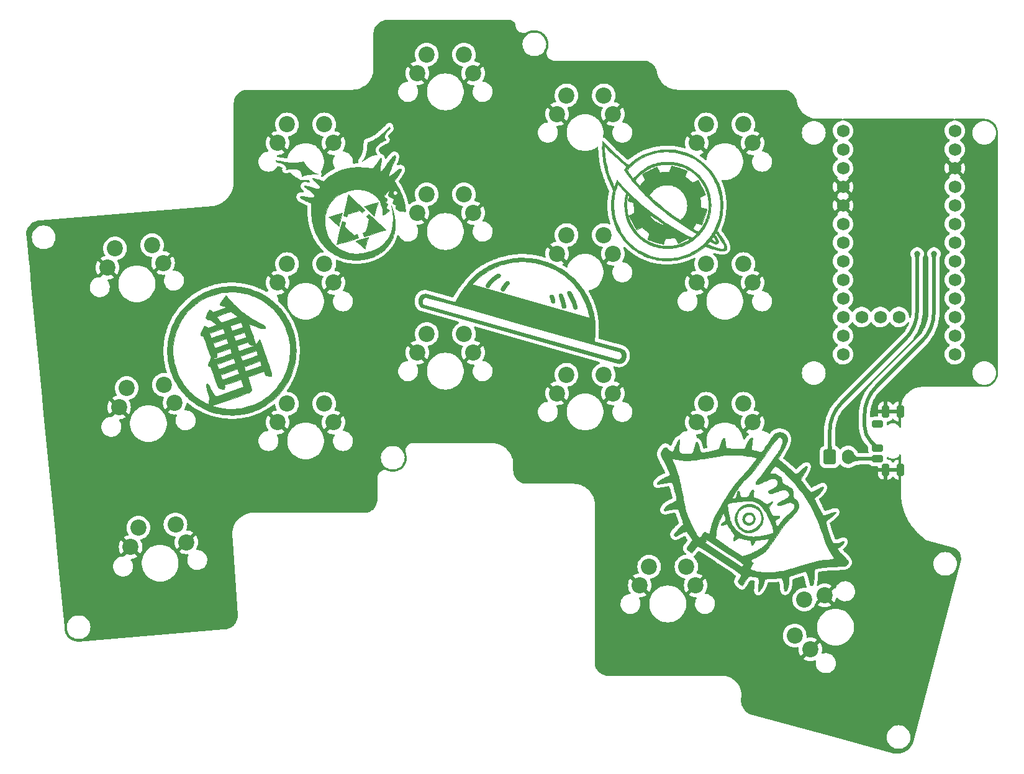
<source format=gbr>
%TF.GenerationSoftware,KiCad,Pcbnew,(6.0.4)*%
%TF.CreationDate,2022-05-05T21:52:17+02:00*%
%TF.ProjectId,Diom-34SP_PCB-rounded,44696f6d-2d33-4345-9350-5f5043422d72,rev?*%
%TF.SameCoordinates,Original*%
%TF.FileFunction,Copper,L2,Bot*%
%TF.FilePolarity,Positive*%
%FSLAX46Y46*%
G04 Gerber Fmt 4.6, Leading zero omitted, Abs format (unit mm)*
G04 Created by KiCad (PCBNEW (6.0.4)) date 2022-05-05 21:52:17*
%MOMM*%
%LPD*%
G01*
G04 APERTURE LIST*
G04 Aperture macros list*
%AMRoundRect*
0 Rectangle with rounded corners*
0 $1 Rounding radius*
0 $2 $3 $4 $5 $6 $7 $8 $9 X,Y pos of 4 corners*
0 Add a 4 corners polygon primitive as box body*
4,1,4,$2,$3,$4,$5,$6,$7,$8,$9,$2,$3,0*
0 Add four circle primitives for the rounded corners*
1,1,$1+$1,$2,$3*
1,1,$1+$1,$4,$5*
1,1,$1+$1,$6,$7*
1,1,$1+$1,$8,$9*
0 Add four rect primitives between the rounded corners*
20,1,$1+$1,$2,$3,$4,$5,0*
20,1,$1+$1,$4,$5,$6,$7,0*
20,1,$1+$1,$6,$7,$8,$9,0*
20,1,$1+$1,$8,$9,$2,$3,0*%
G04 Aperture macros list end*
%TA.AperFunction,NonConductor*%
%ADD10C,0.020000*%
%TD*%
%TA.AperFunction,NonConductor*%
%ADD11C,0.014000*%
%TD*%
%TA.AperFunction,NonConductor*%
%ADD12C,0.008500*%
%TD*%
%TA.AperFunction,NonConductor*%
%ADD13C,0.009500*%
%TD*%
%TA.AperFunction,ComponentPad*%
%ADD14C,2.200000*%
%TD*%
%TA.AperFunction,ComponentPad*%
%ADD15RoundRect,0.250000X-0.600000X-0.750000X0.600000X-0.750000X0.600000X0.750000X-0.600000X0.750000X0*%
%TD*%
%TA.AperFunction,ComponentPad*%
%ADD16O,1.700000X2.000000*%
%TD*%
%TA.AperFunction,ComponentPad*%
%ADD17C,1.752600*%
%TD*%
%TA.AperFunction,SMDPad,CuDef*%
%ADD18RoundRect,0.250000X-0.500000X0.250000X-0.500000X-0.250000X0.500000X-0.250000X0.500000X0.250000X0*%
%TD*%
%TA.AperFunction,SMDPad,CuDef*%
%ADD19RoundRect,0.250000X-0.250000X0.600000X-0.250000X-0.600000X0.250000X-0.600000X0.250000X0.600000X0*%
%TD*%
%TA.AperFunction,ViaPad*%
%ADD20C,0.800000*%
%TD*%
%TA.AperFunction,Conductor*%
%ADD21C,0.508000*%
%TD*%
G04 APERTURE END LIST*
D10*
G36*
X168708409Y-99573350D02*
G01*
X168699112Y-99704317D01*
X168681609Y-99836713D01*
X168672949Y-99886288D01*
X168663443Y-99933490D01*
X168652918Y-99978693D01*
X168641196Y-100022266D01*
X168628103Y-100064581D01*
X168613465Y-100106008D01*
X168597105Y-100146920D01*
X168578850Y-100187687D01*
X168558523Y-100228680D01*
X168535949Y-100270270D01*
X168510954Y-100312828D01*
X168483362Y-100356726D01*
X168452999Y-100402335D01*
X168419688Y-100450025D01*
X168383256Y-100500168D01*
X168343526Y-100553135D01*
X168257484Y-100660341D01*
X168167843Y-100760358D01*
X168074623Y-100853177D01*
X167977845Y-100938788D01*
X167877530Y-101017180D01*
X167773698Y-101088346D01*
X167666370Y-101152274D01*
X167555565Y-101208955D01*
X167441306Y-101258379D01*
X167323613Y-101300537D01*
X167202505Y-101335419D01*
X167078004Y-101363016D01*
X166950131Y-101383316D01*
X166818905Y-101396312D01*
X166684348Y-101401992D01*
X166546480Y-101400348D01*
X166546480Y-101400352D01*
X166505045Y-101398043D01*
X166464719Y-101394224D01*
X166425134Y-101388742D01*
X166385921Y-101381445D01*
X166346712Y-101372181D01*
X166307136Y-101360798D01*
X166266825Y-101347145D01*
X166225411Y-101331068D01*
X166182525Y-101312416D01*
X166137797Y-101291038D01*
X166090860Y-101266781D01*
X166041343Y-101239492D01*
X165988879Y-101209021D01*
X165933098Y-101175216D01*
X165810111Y-101096992D01*
X165741473Y-101051779D01*
X165678870Y-101009395D01*
X165621727Y-100969254D01*
X165569475Y-100930770D01*
X165521542Y-100893355D01*
X165477355Y-100856423D01*
X165436343Y-100819387D01*
X165397935Y-100781662D01*
X165361558Y-100742660D01*
X165326641Y-100701796D01*
X165292613Y-100658481D01*
X165258901Y-100612131D01*
X165224934Y-100562158D01*
X165190141Y-100507976D01*
X165153949Y-100448998D01*
X165115787Y-100384638D01*
X165049302Y-100261957D01*
X164992703Y-100138195D01*
X164945984Y-100013456D01*
X164909138Y-99887841D01*
X164882160Y-99761454D01*
X164865044Y-99634396D01*
X164857784Y-99506770D01*
X164859288Y-99432369D01*
X165141715Y-99432369D01*
X165144876Y-99508791D01*
X165151239Y-99584569D01*
X165160797Y-99659653D01*
X165173541Y-99733995D01*
X165189465Y-99807544D01*
X165208561Y-99880252D01*
X165230823Y-99952070D01*
X165256242Y-100022947D01*
X165284811Y-100092836D01*
X165316523Y-100161685D01*
X165351370Y-100229447D01*
X165351373Y-100229441D01*
X165410419Y-100331440D01*
X165473930Y-100427914D01*
X165541681Y-100518717D01*
X165613448Y-100603700D01*
X165689003Y-100682716D01*
X165768122Y-100755618D01*
X165850579Y-100822259D01*
X165936148Y-100882490D01*
X166024604Y-100936166D01*
X166115721Y-100983138D01*
X166209273Y-101023258D01*
X166305035Y-101056381D01*
X166402782Y-101082358D01*
X166502286Y-101101041D01*
X166603324Y-101112285D01*
X166705669Y-101115940D01*
X166769555Y-101112885D01*
X166837587Y-101104134D01*
X166909229Y-101089942D01*
X166983947Y-101070569D01*
X167061207Y-101046272D01*
X167140474Y-101017308D01*
X167221213Y-100983935D01*
X167302891Y-100946411D01*
X167384973Y-100904993D01*
X167466924Y-100859939D01*
X167548210Y-100811507D01*
X167628296Y-100759955D01*
X167706649Y-100705539D01*
X167782733Y-100648517D01*
X167856013Y-100589148D01*
X167925957Y-100527689D01*
X168011588Y-100445720D01*
X168089913Y-100363412D01*
X168160996Y-100280589D01*
X168224901Y-100197074D01*
X168281694Y-100112688D01*
X168331438Y-100027255D01*
X168374200Y-99940598D01*
X168410042Y-99852538D01*
X168439031Y-99762898D01*
X168461231Y-99671502D01*
X168476706Y-99578172D01*
X168485521Y-99482730D01*
X168487741Y-99384999D01*
X168483431Y-99284803D01*
X168472655Y-99181962D01*
X168455478Y-99076301D01*
X168426018Y-98948237D01*
X168387587Y-98826717D01*
X168340259Y-98711800D01*
X168284107Y-98603547D01*
X168219202Y-98502015D01*
X168183490Y-98453788D01*
X168145617Y-98407264D01*
X168063425Y-98319354D01*
X167972699Y-98238344D01*
X167873511Y-98164293D01*
X167765933Y-98097260D01*
X167650039Y-98037304D01*
X167525900Y-97984485D01*
X167393590Y-97938862D01*
X167253181Y-97900494D01*
X167104745Y-97869441D01*
X166948355Y-97845762D01*
X166871668Y-97838108D01*
X166795104Y-97834201D01*
X166718790Y-97833956D01*
X166642849Y-97837291D01*
X166567406Y-97844120D01*
X166492585Y-97854360D01*
X166418512Y-97867927D01*
X166345311Y-97884736D01*
X166273107Y-97904703D01*
X166202024Y-97927745D01*
X166132187Y-97953777D01*
X166063721Y-97982716D01*
X165996750Y-98014477D01*
X165931399Y-98048975D01*
X165867793Y-98086128D01*
X165806055Y-98125850D01*
X165746312Y-98168059D01*
X165688687Y-98212669D01*
X165633306Y-98259597D01*
X165580292Y-98308759D01*
X165529771Y-98360070D01*
X165481867Y-98413447D01*
X165436705Y-98468805D01*
X165394409Y-98526061D01*
X165355104Y-98585130D01*
X165318915Y-98645928D01*
X165285967Y-98708371D01*
X165256383Y-98772376D01*
X165230290Y-98837857D01*
X165207810Y-98904731D01*
X165189070Y-98972914D01*
X165174193Y-99042322D01*
X165161235Y-99121226D01*
X165151515Y-99199731D01*
X165145027Y-99277790D01*
X165141763Y-99355352D01*
X165141715Y-99432369D01*
X164859288Y-99432369D01*
X164860373Y-99378678D01*
X164872806Y-99250222D01*
X164895077Y-99121506D01*
X164927180Y-98992631D01*
X164969109Y-98863700D01*
X165020857Y-98734815D01*
X165082419Y-98606078D01*
X165153789Y-98477593D01*
X165234961Y-98349460D01*
X165287548Y-98274874D01*
X165342728Y-98203592D01*
X165400522Y-98135597D01*
X165460954Y-98070874D01*
X165524047Y-98009408D01*
X165589824Y-97951182D01*
X165658307Y-97896181D01*
X165729519Y-97844388D01*
X165803484Y-97795788D01*
X165880224Y-97750365D01*
X165959763Y-97708104D01*
X166042123Y-97668987D01*
X166127326Y-97633001D01*
X166215397Y-97600128D01*
X166306357Y-97570352D01*
X166400231Y-97543659D01*
X166521932Y-97515995D01*
X166642859Y-97497228D01*
X166762762Y-97487109D01*
X166881394Y-97485390D01*
X166998508Y-97491821D01*
X167113855Y-97506153D01*
X167227188Y-97528138D01*
X167338260Y-97557526D01*
X167446823Y-97594069D01*
X167552629Y-97637518D01*
X167655430Y-97687623D01*
X167754979Y-97744137D01*
X167851028Y-97806809D01*
X167943330Y-97875392D01*
X168031637Y-97949635D01*
X168115700Y-98029291D01*
X168195274Y-98114110D01*
X168270109Y-98203843D01*
X168339958Y-98298242D01*
X168404574Y-98397057D01*
X168463709Y-98500040D01*
X168517115Y-98606941D01*
X168564545Y-98717512D01*
X168605750Y-98831503D01*
X168640484Y-98948667D01*
X168668498Y-99068753D01*
X168689546Y-99191514D01*
X168703378Y-99316699D01*
X168706795Y-99384999D01*
X168709749Y-99444061D01*
X168708409Y-99573350D01*
G37*
X168708409Y-99573350D02*
X168699112Y-99704317D01*
X168681609Y-99836713D01*
X168672949Y-99886288D01*
X168663443Y-99933490D01*
X168652918Y-99978693D01*
X168641196Y-100022266D01*
X168628103Y-100064581D01*
X168613465Y-100106008D01*
X168597105Y-100146920D01*
X168578850Y-100187687D01*
X168558523Y-100228680D01*
X168535949Y-100270270D01*
X168510954Y-100312828D01*
X168483362Y-100356726D01*
X168452999Y-100402335D01*
X168419688Y-100450025D01*
X168383256Y-100500168D01*
X168343526Y-100553135D01*
X168257484Y-100660341D01*
X168167843Y-100760358D01*
X168074623Y-100853177D01*
X167977845Y-100938788D01*
X167877530Y-101017180D01*
X167773698Y-101088346D01*
X167666370Y-101152274D01*
X167555565Y-101208955D01*
X167441306Y-101258379D01*
X167323613Y-101300537D01*
X167202505Y-101335419D01*
X167078004Y-101363016D01*
X166950131Y-101383316D01*
X166818905Y-101396312D01*
X166684348Y-101401992D01*
X166546480Y-101400348D01*
X166546480Y-101400352D01*
X166505045Y-101398043D01*
X166464719Y-101394224D01*
X166425134Y-101388742D01*
X166385921Y-101381445D01*
X166346712Y-101372181D01*
X166307136Y-101360798D01*
X166266825Y-101347145D01*
X166225411Y-101331068D01*
X166182525Y-101312416D01*
X166137797Y-101291038D01*
X166090860Y-101266781D01*
X166041343Y-101239492D01*
X165988879Y-101209021D01*
X165933098Y-101175216D01*
X165810111Y-101096992D01*
X165741473Y-101051779D01*
X165678870Y-101009395D01*
X165621727Y-100969254D01*
X165569475Y-100930770D01*
X165521542Y-100893355D01*
X165477355Y-100856423D01*
X165436343Y-100819387D01*
X165397935Y-100781662D01*
X165361558Y-100742660D01*
X165326641Y-100701796D01*
X165292613Y-100658481D01*
X165258901Y-100612131D01*
X165224934Y-100562158D01*
X165190141Y-100507976D01*
X165153949Y-100448998D01*
X165115787Y-100384638D01*
X165049302Y-100261957D01*
X164992703Y-100138195D01*
X164945984Y-100013456D01*
X164909138Y-99887841D01*
X164882160Y-99761454D01*
X164865044Y-99634396D01*
X164857784Y-99506770D01*
X164859288Y-99432369D01*
X165141715Y-99432369D01*
X165144876Y-99508791D01*
X165151239Y-99584569D01*
X165160797Y-99659653D01*
X165173541Y-99733995D01*
X165189465Y-99807544D01*
X165208561Y-99880252D01*
X165230823Y-99952070D01*
X165256242Y-100022947D01*
X165284811Y-100092836D01*
X165316523Y-100161685D01*
X165351370Y-100229447D01*
X165351373Y-100229441D01*
X165410419Y-100331440D01*
X165473930Y-100427914D01*
X165541681Y-100518717D01*
X165613448Y-100603700D01*
X165689003Y-100682716D01*
X165768122Y-100755618D01*
X165850579Y-100822259D01*
X165936148Y-100882490D01*
X166024604Y-100936166D01*
X166115721Y-100983138D01*
X166209273Y-101023258D01*
X166305035Y-101056381D01*
X166402782Y-101082358D01*
X166502286Y-101101041D01*
X166603324Y-101112285D01*
X166705669Y-101115940D01*
X166769555Y-101112885D01*
X166837587Y-101104134D01*
X166909229Y-101089942D01*
X166983947Y-101070569D01*
X167061207Y-101046272D01*
X167140474Y-101017308D01*
X167221213Y-100983935D01*
X167302891Y-100946411D01*
X167384973Y-100904993D01*
X167466924Y-100859939D01*
X167548210Y-100811507D01*
X167628296Y-100759955D01*
X167706649Y-100705539D01*
X167782733Y-100648517D01*
X167856013Y-100589148D01*
X167925957Y-100527689D01*
X168011588Y-100445720D01*
X168089913Y-100363412D01*
X168160996Y-100280589D01*
X168224901Y-100197074D01*
X168281694Y-100112688D01*
X168331438Y-100027255D01*
X168374200Y-99940598D01*
X168410042Y-99852538D01*
X168439031Y-99762898D01*
X168461231Y-99671502D01*
X168476706Y-99578172D01*
X168485521Y-99482730D01*
X168487741Y-99384999D01*
X168483431Y-99284803D01*
X168472655Y-99181962D01*
X168455478Y-99076301D01*
X168426018Y-98948237D01*
X168387587Y-98826717D01*
X168340259Y-98711800D01*
X168284107Y-98603547D01*
X168219202Y-98502015D01*
X168183490Y-98453788D01*
X168145617Y-98407264D01*
X168063425Y-98319354D01*
X167972699Y-98238344D01*
X167873511Y-98164293D01*
X167765933Y-98097260D01*
X167650039Y-98037304D01*
X167525900Y-97984485D01*
X167393590Y-97938862D01*
X167253181Y-97900494D01*
X167104745Y-97869441D01*
X166948355Y-97845762D01*
X166871668Y-97838108D01*
X166795104Y-97834201D01*
X166718790Y-97833956D01*
X166642849Y-97837291D01*
X166567406Y-97844120D01*
X166492585Y-97854360D01*
X166418512Y-97867927D01*
X166345311Y-97884736D01*
X166273107Y-97904703D01*
X166202024Y-97927745D01*
X166132187Y-97953777D01*
X166063721Y-97982716D01*
X165996750Y-98014477D01*
X165931399Y-98048975D01*
X165867793Y-98086128D01*
X165806055Y-98125850D01*
X165746312Y-98168059D01*
X165688687Y-98212669D01*
X165633306Y-98259597D01*
X165580292Y-98308759D01*
X165529771Y-98360070D01*
X165481867Y-98413447D01*
X165436705Y-98468805D01*
X165394409Y-98526061D01*
X165355104Y-98585130D01*
X165318915Y-98645928D01*
X165285967Y-98708371D01*
X165256383Y-98772376D01*
X165230290Y-98837857D01*
X165207810Y-98904731D01*
X165189070Y-98972914D01*
X165174193Y-99042322D01*
X165161235Y-99121226D01*
X165151515Y-99199731D01*
X165145027Y-99277790D01*
X165141763Y-99355352D01*
X165141715Y-99432369D01*
X164859288Y-99432369D01*
X164860373Y-99378678D01*
X164872806Y-99250222D01*
X164895077Y-99121506D01*
X164927180Y-98992631D01*
X164969109Y-98863700D01*
X165020857Y-98734815D01*
X165082419Y-98606078D01*
X165153789Y-98477593D01*
X165234961Y-98349460D01*
X165287548Y-98274874D01*
X165342728Y-98203592D01*
X165400522Y-98135597D01*
X165460954Y-98070874D01*
X165524047Y-98009408D01*
X165589824Y-97951182D01*
X165658307Y-97896181D01*
X165729519Y-97844388D01*
X165803484Y-97795788D01*
X165880224Y-97750365D01*
X165959763Y-97708104D01*
X166042123Y-97668987D01*
X166127326Y-97633001D01*
X166215397Y-97600128D01*
X166306357Y-97570352D01*
X166400231Y-97543659D01*
X166521932Y-97515995D01*
X166642859Y-97497228D01*
X166762762Y-97487109D01*
X166881394Y-97485390D01*
X166998508Y-97491821D01*
X167113855Y-97506153D01*
X167227188Y-97528138D01*
X167338260Y-97557526D01*
X167446823Y-97594069D01*
X167552629Y-97637518D01*
X167655430Y-97687623D01*
X167754979Y-97744137D01*
X167851028Y-97806809D01*
X167943330Y-97875392D01*
X168031637Y-97949635D01*
X168115700Y-98029291D01*
X168195274Y-98114110D01*
X168270109Y-98203843D01*
X168339958Y-98298242D01*
X168404574Y-98397057D01*
X168463709Y-98500040D01*
X168517115Y-98606941D01*
X168564545Y-98717512D01*
X168605750Y-98831503D01*
X168640484Y-98948667D01*
X168668498Y-99068753D01*
X168689546Y-99191514D01*
X168703378Y-99316699D01*
X168706795Y-99384999D01*
X168709749Y-99444061D01*
X168708409Y-99573350D01*
G36*
X142274462Y-68429379D02*
G01*
X142290207Y-68430937D01*
X142306391Y-68433358D01*
X142322817Y-68436589D01*
X142339288Y-68440578D01*
X142355608Y-68445273D01*
X142371577Y-68450621D01*
X142387000Y-68456571D01*
X142401680Y-68463070D01*
X142415418Y-68470066D01*
X142428018Y-68477507D01*
X142439283Y-68485340D01*
X142449015Y-68493513D01*
X142471860Y-68519195D01*
X142500517Y-68558436D01*
X142572206Y-68671721D01*
X142657956Y-68821622D01*
X142751639Y-68996393D01*
X142847129Y-69184289D01*
X142938298Y-69373562D01*
X143019020Y-69552467D01*
X143083167Y-69709259D01*
X143098284Y-69748665D01*
X143111483Y-69782283D01*
X143116921Y-69795806D01*
X143121346Y-69806545D01*
X143124583Y-69814053D01*
X143126453Y-69817885D01*
X143130556Y-69827015D01*
X143138319Y-69846343D01*
X143161206Y-69906011D01*
X143187882Y-69977716D01*
X143211114Y-70042286D01*
X143250543Y-70160804D01*
X143297113Y-70308374D01*
X143339143Y-70447234D01*
X143354805Y-70501597D01*
X143364953Y-70539621D01*
X143368799Y-70557174D01*
X143371737Y-70574534D01*
X143373783Y-70591678D01*
X143374953Y-70608583D01*
X143375263Y-70625226D01*
X143374731Y-70641583D01*
X143373371Y-70657631D01*
X143371202Y-70673347D01*
X143368238Y-70688708D01*
X143364496Y-70703690D01*
X143359993Y-70718270D01*
X143354744Y-70732425D01*
X143348767Y-70746132D01*
X143342077Y-70759368D01*
X143334690Y-70772108D01*
X143326624Y-70784331D01*
X143317894Y-70796013D01*
X143308517Y-70807130D01*
X143298509Y-70817660D01*
X143287886Y-70827579D01*
X143276665Y-70836864D01*
X143264862Y-70845491D01*
X143252493Y-70853438D01*
X143239574Y-70860681D01*
X143226123Y-70867197D01*
X143212155Y-70872963D01*
X143197686Y-70877956D01*
X143182733Y-70882152D01*
X143167312Y-70885528D01*
X143151440Y-70888061D01*
X143135132Y-70889727D01*
X143118406Y-70890504D01*
X143118403Y-70890512D01*
X143107784Y-70890512D01*
X143097265Y-70890105D01*
X143086854Y-70889297D01*
X143076558Y-70888093D01*
X143066385Y-70886500D01*
X143056345Y-70884523D01*
X143046444Y-70882167D01*
X143036692Y-70879438D01*
X143027095Y-70876341D01*
X143017663Y-70872883D01*
X143008402Y-70869069D01*
X142999322Y-70864904D01*
X142990431Y-70860394D01*
X142981735Y-70855545D01*
X142973245Y-70850362D01*
X142964967Y-70844851D01*
X142956909Y-70839018D01*
X142949081Y-70832868D01*
X142941489Y-70826406D01*
X142934142Y-70819639D01*
X142927049Y-70812572D01*
X142920216Y-70805210D01*
X142913653Y-70797560D01*
X142907366Y-70789626D01*
X142901366Y-70781415D01*
X142895658Y-70772932D01*
X142890252Y-70764183D01*
X142885156Y-70755172D01*
X142880378Y-70745907D01*
X142875925Y-70736392D01*
X142871806Y-70726633D01*
X142868029Y-70716636D01*
X142853053Y-70672548D01*
X142829647Y-70601263D01*
X142770365Y-70416501D01*
X142710212Y-70233901D01*
X142647284Y-70057625D01*
X142580859Y-69886014D01*
X142510215Y-69717407D01*
X142434629Y-69550148D01*
X142353379Y-69382575D01*
X142265743Y-69213030D01*
X142170998Y-69039854D01*
X142141403Y-68986496D01*
X142113396Y-68934778D01*
X142087617Y-68885972D01*
X142064709Y-68841348D01*
X142045313Y-68802176D01*
X142030070Y-68769727D01*
X142019622Y-68745272D01*
X142016396Y-68736439D01*
X142014609Y-68730081D01*
X142013279Y-68722569D01*
X142012323Y-68714852D01*
X142011732Y-68706951D01*
X142011498Y-68698884D01*
X142011614Y-68690672D01*
X142012070Y-68682332D01*
X142013975Y-68665351D01*
X142017147Y-68648097D01*
X142021521Y-68630724D01*
X142027033Y-68613387D01*
X142033618Y-68596242D01*
X142041212Y-68579444D01*
X142049748Y-68563147D01*
X142059163Y-68547508D01*
X142069392Y-68532681D01*
X142080370Y-68518821D01*
X142092032Y-68506084D01*
X142098100Y-68500185D01*
X142104314Y-68494625D01*
X142110667Y-68489422D01*
X142117150Y-68484598D01*
X142123088Y-68480506D01*
X142129336Y-68476404D01*
X142135841Y-68472319D01*
X142142550Y-68468278D01*
X142156369Y-68460432D01*
X142170374Y-68453078D01*
X142184143Y-68446427D01*
X142190807Y-68443432D01*
X142197255Y-68440692D01*
X142203432Y-68438234D01*
X142209288Y-68436085D01*
X142214769Y-68434270D01*
X142219822Y-68432817D01*
X142231837Y-68430402D01*
X142245080Y-68429059D01*
X142259354Y-68428736D01*
X142274462Y-68429379D01*
G37*
X142274462Y-68429379D02*
X142290207Y-68430937D01*
X142306391Y-68433358D01*
X142322817Y-68436589D01*
X142339288Y-68440578D01*
X142355608Y-68445273D01*
X142371577Y-68450621D01*
X142387000Y-68456571D01*
X142401680Y-68463070D01*
X142415418Y-68470066D01*
X142428018Y-68477507D01*
X142439283Y-68485340D01*
X142449015Y-68493513D01*
X142471860Y-68519195D01*
X142500517Y-68558436D01*
X142572206Y-68671721D01*
X142657956Y-68821622D01*
X142751639Y-68996393D01*
X142847129Y-69184289D01*
X142938298Y-69373562D01*
X143019020Y-69552467D01*
X143083167Y-69709259D01*
X143098284Y-69748665D01*
X143111483Y-69782283D01*
X143116921Y-69795806D01*
X143121346Y-69806545D01*
X143124583Y-69814053D01*
X143126453Y-69817885D01*
X143130556Y-69827015D01*
X143138319Y-69846343D01*
X143161206Y-69906011D01*
X143187882Y-69977716D01*
X143211114Y-70042286D01*
X143250543Y-70160804D01*
X143297113Y-70308374D01*
X143339143Y-70447234D01*
X143354805Y-70501597D01*
X143364953Y-70539621D01*
X143368799Y-70557174D01*
X143371737Y-70574534D01*
X143373783Y-70591678D01*
X143374953Y-70608583D01*
X143375263Y-70625226D01*
X143374731Y-70641583D01*
X143373371Y-70657631D01*
X143371202Y-70673347D01*
X143368238Y-70688708D01*
X143364496Y-70703690D01*
X143359993Y-70718270D01*
X143354744Y-70732425D01*
X143348767Y-70746132D01*
X143342077Y-70759368D01*
X143334690Y-70772108D01*
X143326624Y-70784331D01*
X143317894Y-70796013D01*
X143308517Y-70807130D01*
X143298509Y-70817660D01*
X143287886Y-70827579D01*
X143276665Y-70836864D01*
X143264862Y-70845491D01*
X143252493Y-70853438D01*
X143239574Y-70860681D01*
X143226123Y-70867197D01*
X143212155Y-70872963D01*
X143197686Y-70877956D01*
X143182733Y-70882152D01*
X143167312Y-70885528D01*
X143151440Y-70888061D01*
X143135132Y-70889727D01*
X143118406Y-70890504D01*
X143118403Y-70890512D01*
X143107784Y-70890512D01*
X143097265Y-70890105D01*
X143086854Y-70889297D01*
X143076558Y-70888093D01*
X143066385Y-70886500D01*
X143056345Y-70884523D01*
X143046444Y-70882167D01*
X143036692Y-70879438D01*
X143027095Y-70876341D01*
X143017663Y-70872883D01*
X143008402Y-70869069D01*
X142999322Y-70864904D01*
X142990431Y-70860394D01*
X142981735Y-70855545D01*
X142973245Y-70850362D01*
X142964967Y-70844851D01*
X142956909Y-70839018D01*
X142949081Y-70832868D01*
X142941489Y-70826406D01*
X142934142Y-70819639D01*
X142927049Y-70812572D01*
X142920216Y-70805210D01*
X142913653Y-70797560D01*
X142907366Y-70789626D01*
X142901366Y-70781415D01*
X142895658Y-70772932D01*
X142890252Y-70764183D01*
X142885156Y-70755172D01*
X142880378Y-70745907D01*
X142875925Y-70736392D01*
X142871806Y-70726633D01*
X142868029Y-70716636D01*
X142853053Y-70672548D01*
X142829647Y-70601263D01*
X142770365Y-70416501D01*
X142710212Y-70233901D01*
X142647284Y-70057625D01*
X142580859Y-69886014D01*
X142510215Y-69717407D01*
X142434629Y-69550148D01*
X142353379Y-69382575D01*
X142265743Y-69213030D01*
X142170998Y-69039854D01*
X142141403Y-68986496D01*
X142113396Y-68934778D01*
X142087617Y-68885972D01*
X142064709Y-68841348D01*
X142045313Y-68802176D01*
X142030070Y-68769727D01*
X142019622Y-68745272D01*
X142016396Y-68736439D01*
X142014609Y-68730081D01*
X142013279Y-68722569D01*
X142012323Y-68714852D01*
X142011732Y-68706951D01*
X142011498Y-68698884D01*
X142011614Y-68690672D01*
X142012070Y-68682332D01*
X142013975Y-68665351D01*
X142017147Y-68648097D01*
X142021521Y-68630724D01*
X142027033Y-68613387D01*
X142033618Y-68596242D01*
X142041212Y-68579444D01*
X142049748Y-68563147D01*
X142059163Y-68547508D01*
X142069392Y-68532681D01*
X142080370Y-68518821D01*
X142092032Y-68506084D01*
X142098100Y-68500185D01*
X142104314Y-68494625D01*
X142110667Y-68489422D01*
X142117150Y-68484598D01*
X142123088Y-68480506D01*
X142129336Y-68476404D01*
X142135841Y-68472319D01*
X142142550Y-68468278D01*
X142156369Y-68460432D01*
X142170374Y-68453078D01*
X142184143Y-68446427D01*
X142190807Y-68443432D01*
X142197255Y-68440692D01*
X142203432Y-68438234D01*
X142209288Y-68436085D01*
X142214769Y-68434270D01*
X142219822Y-68432817D01*
X142231837Y-68430402D01*
X142245080Y-68429059D01*
X142259354Y-68428736D01*
X142274462Y-68429379D01*
G36*
X133828479Y-67079001D02*
G01*
X133837158Y-67079746D01*
X133846164Y-67080948D01*
X133855611Y-67082610D01*
X133865611Y-67084730D01*
X133876279Y-67087311D01*
X133887725Y-67090351D01*
X133900065Y-67093852D01*
X133912188Y-67097486D01*
X133923348Y-67101044D01*
X133933632Y-67104579D01*
X133943128Y-67108145D01*
X133951920Y-67111796D01*
X133960096Y-67115587D01*
X133967743Y-67119570D01*
X133974946Y-67123801D01*
X133981793Y-67128332D01*
X133988369Y-67133219D01*
X133994762Y-67138514D01*
X134001059Y-67144273D01*
X134007344Y-67150548D01*
X134013706Y-67157394D01*
X134020231Y-67164865D01*
X134027004Y-67173015D01*
X134038244Y-67187415D01*
X134048361Y-67201656D01*
X134057366Y-67215788D01*
X134065271Y-67229864D01*
X134072085Y-67243933D01*
X134077819Y-67258049D01*
X134082485Y-67272261D01*
X134086093Y-67286622D01*
X134088653Y-67301183D01*
X134090178Y-67315994D01*
X134090676Y-67331108D01*
X134090160Y-67346576D01*
X134088640Y-67362449D01*
X134086126Y-67378779D01*
X134082630Y-67395616D01*
X134078162Y-67413012D01*
X134074632Y-67425139D01*
X134070969Y-67436535D01*
X134067053Y-67447381D01*
X134062759Y-67457855D01*
X134057967Y-67468139D01*
X134052553Y-67478411D01*
X134046396Y-67488851D01*
X134039373Y-67499639D01*
X134031363Y-67510955D01*
X134022242Y-67522978D01*
X134011889Y-67535889D01*
X134000182Y-67549866D01*
X133972214Y-67581742D01*
X133937360Y-67620042D01*
X133862554Y-67702788D01*
X133796465Y-67779132D01*
X133766264Y-67815484D01*
X133737731Y-67850932D01*
X133710696Y-67885708D01*
X133684988Y-67920044D01*
X133660436Y-67954173D01*
X133636871Y-67988327D01*
X133614122Y-68022738D01*
X133592018Y-68057638D01*
X133570389Y-68093260D01*
X133549064Y-68129835D01*
X133506646Y-68206776D01*
X133491548Y-68234288D01*
X133476765Y-68259515D01*
X133462193Y-68282539D01*
X133447730Y-68303445D01*
X133433273Y-68322316D01*
X133418720Y-68339236D01*
X133411374Y-68346990D01*
X133403966Y-68354288D01*
X133396483Y-68361140D01*
X133388910Y-68367556D01*
X133381237Y-68373547D01*
X133373450Y-68379124D01*
X133365535Y-68384297D01*
X133357481Y-68389075D01*
X133349274Y-68393471D01*
X133340901Y-68397493D01*
X133332350Y-68401154D01*
X133323608Y-68404462D01*
X133314662Y-68407429D01*
X133305499Y-68410065D01*
X133286471Y-68414385D01*
X133266421Y-68417507D01*
X133245246Y-68419514D01*
X133245246Y-68419491D01*
X133230915Y-68420276D01*
X133217425Y-68420608D01*
X133204695Y-68420459D01*
X133192641Y-68419803D01*
X133181184Y-68418614D01*
X133170241Y-68416865D01*
X133159731Y-68414529D01*
X133149572Y-68411580D01*
X133139682Y-68407991D01*
X133129980Y-68403735D01*
X133120384Y-68398787D01*
X133110813Y-68393118D01*
X133101185Y-68386703D01*
X133091419Y-68379515D01*
X133081432Y-68371527D01*
X133071143Y-68362713D01*
X133054124Y-68347022D01*
X133038646Y-68331317D01*
X133024697Y-68315564D01*
X133012266Y-68299729D01*
X133001341Y-68283779D01*
X132991911Y-68267678D01*
X132983964Y-68251395D01*
X132977488Y-68234893D01*
X132972471Y-68218141D01*
X132968903Y-68201103D01*
X132966770Y-68183747D01*
X132966062Y-68166037D01*
X132966768Y-68147940D01*
X132968874Y-68129423D01*
X132972370Y-68110451D01*
X132977244Y-68090991D01*
X132988451Y-68057062D01*
X133004045Y-68018937D01*
X133023742Y-67977039D01*
X133047256Y-67931788D01*
X133074303Y-67883609D01*
X133104598Y-67832921D01*
X133137857Y-67780149D01*
X133173794Y-67725713D01*
X133252566Y-67613541D01*
X133338635Y-67499782D01*
X133383695Y-67443363D01*
X133429726Y-67387814D01*
X133476442Y-67333557D01*
X133523559Y-67281013D01*
X133568443Y-67232418D01*
X133587757Y-67211908D01*
X133605254Y-67193697D01*
X133621134Y-67177616D01*
X133635597Y-67163496D01*
X133648845Y-67151167D01*
X133661077Y-67140459D01*
X133672496Y-67131204D01*
X133683300Y-67123232D01*
X133693692Y-67116373D01*
X133703872Y-67110458D01*
X133714040Y-67105318D01*
X133724397Y-67100783D01*
X133735143Y-67096685D01*
X133746480Y-67092853D01*
X133757293Y-67089492D01*
X133767417Y-67086586D01*
X133776964Y-67084135D01*
X133786049Y-67082139D01*
X133794783Y-67080598D01*
X133803281Y-67079514D01*
X133811654Y-67078886D01*
X133820016Y-67078715D01*
X133828479Y-67079001D01*
G37*
X133828479Y-67079001D02*
X133837158Y-67079746D01*
X133846164Y-67080948D01*
X133855611Y-67082610D01*
X133865611Y-67084730D01*
X133876279Y-67087311D01*
X133887725Y-67090351D01*
X133900065Y-67093852D01*
X133912188Y-67097486D01*
X133923348Y-67101044D01*
X133933632Y-67104579D01*
X133943128Y-67108145D01*
X133951920Y-67111796D01*
X133960096Y-67115587D01*
X133967743Y-67119570D01*
X133974946Y-67123801D01*
X133981793Y-67128332D01*
X133988369Y-67133219D01*
X133994762Y-67138514D01*
X134001059Y-67144273D01*
X134007344Y-67150548D01*
X134013706Y-67157394D01*
X134020231Y-67164865D01*
X134027004Y-67173015D01*
X134038244Y-67187415D01*
X134048361Y-67201656D01*
X134057366Y-67215788D01*
X134065271Y-67229864D01*
X134072085Y-67243933D01*
X134077819Y-67258049D01*
X134082485Y-67272261D01*
X134086093Y-67286622D01*
X134088653Y-67301183D01*
X134090178Y-67315994D01*
X134090676Y-67331108D01*
X134090160Y-67346576D01*
X134088640Y-67362449D01*
X134086126Y-67378779D01*
X134082630Y-67395616D01*
X134078162Y-67413012D01*
X134074632Y-67425139D01*
X134070969Y-67436535D01*
X134067053Y-67447381D01*
X134062759Y-67457855D01*
X134057967Y-67468139D01*
X134052553Y-67478411D01*
X134046396Y-67488851D01*
X134039373Y-67499639D01*
X134031363Y-67510955D01*
X134022242Y-67522978D01*
X134011889Y-67535889D01*
X134000182Y-67549866D01*
X133972214Y-67581742D01*
X133937360Y-67620042D01*
X133862554Y-67702788D01*
X133796465Y-67779132D01*
X133766264Y-67815484D01*
X133737731Y-67850932D01*
X133710696Y-67885708D01*
X133684988Y-67920044D01*
X133660436Y-67954173D01*
X133636871Y-67988327D01*
X133614122Y-68022738D01*
X133592018Y-68057638D01*
X133570389Y-68093260D01*
X133549064Y-68129835D01*
X133506646Y-68206776D01*
X133491548Y-68234288D01*
X133476765Y-68259515D01*
X133462193Y-68282539D01*
X133447730Y-68303445D01*
X133433273Y-68322316D01*
X133418720Y-68339236D01*
X133411374Y-68346990D01*
X133403966Y-68354288D01*
X133396483Y-68361140D01*
X133388910Y-68367556D01*
X133381237Y-68373547D01*
X133373450Y-68379124D01*
X133365535Y-68384297D01*
X133357481Y-68389075D01*
X133349274Y-68393471D01*
X133340901Y-68397493D01*
X133332350Y-68401154D01*
X133323608Y-68404462D01*
X133314662Y-68407429D01*
X133305499Y-68410065D01*
X133286471Y-68414385D01*
X133266421Y-68417507D01*
X133245246Y-68419514D01*
X133245246Y-68419491D01*
X133230915Y-68420276D01*
X133217425Y-68420608D01*
X133204695Y-68420459D01*
X133192641Y-68419803D01*
X133181184Y-68418614D01*
X133170241Y-68416865D01*
X133159731Y-68414529D01*
X133149572Y-68411580D01*
X133139682Y-68407991D01*
X133129980Y-68403735D01*
X133120384Y-68398787D01*
X133110813Y-68393118D01*
X133101185Y-68386703D01*
X133091419Y-68379515D01*
X133081432Y-68371527D01*
X133071143Y-68362713D01*
X133054124Y-68347022D01*
X133038646Y-68331317D01*
X133024697Y-68315564D01*
X133012266Y-68299729D01*
X133001341Y-68283779D01*
X132991911Y-68267678D01*
X132983964Y-68251395D01*
X132977488Y-68234893D01*
X132972471Y-68218141D01*
X132968903Y-68201103D01*
X132966770Y-68183747D01*
X132966062Y-68166037D01*
X132966768Y-68147940D01*
X132968874Y-68129423D01*
X132972370Y-68110451D01*
X132977244Y-68090991D01*
X132988451Y-68057062D01*
X133004045Y-68018937D01*
X133023742Y-67977039D01*
X133047256Y-67931788D01*
X133074303Y-67883609D01*
X133104598Y-67832921D01*
X133137857Y-67780149D01*
X133173794Y-67725713D01*
X133252566Y-67613541D01*
X133338635Y-67499782D01*
X133383695Y-67443363D01*
X133429726Y-67387814D01*
X133476442Y-67333557D01*
X133523559Y-67281013D01*
X133568443Y-67232418D01*
X133587757Y-67211908D01*
X133605254Y-67193697D01*
X133621134Y-67177616D01*
X133635597Y-67163496D01*
X133648845Y-67151167D01*
X133661077Y-67140459D01*
X133672496Y-67131204D01*
X133683300Y-67123232D01*
X133693692Y-67116373D01*
X133703872Y-67110458D01*
X133714040Y-67105318D01*
X133724397Y-67100783D01*
X133735143Y-67096685D01*
X133746480Y-67092853D01*
X133757293Y-67089492D01*
X133767417Y-67086586D01*
X133776964Y-67084135D01*
X133786049Y-67082139D01*
X133794783Y-67080598D01*
X133803281Y-67079514D01*
X133811654Y-67078886D01*
X133820016Y-67078715D01*
X133828479Y-67079001D01*
G36*
X141122546Y-68784044D02*
G01*
X141139077Y-68785669D01*
X141155617Y-68788317D01*
X141172076Y-68791965D01*
X141188365Y-68796591D01*
X141204393Y-68802172D01*
X141220071Y-68808685D01*
X141235308Y-68816108D01*
X141250014Y-68824417D01*
X141264100Y-68833591D01*
X141277475Y-68843605D01*
X141290049Y-68854439D01*
X141300127Y-68865419D01*
X141311498Y-68880817D01*
X141324059Y-68900405D01*
X141337707Y-68923955D01*
X141367859Y-68982029D01*
X141401136Y-69053217D01*
X141436722Y-69135694D01*
X141473799Y-69227638D01*
X141511551Y-69327224D01*
X141549160Y-69432631D01*
X141580111Y-69525082D01*
X141609759Y-69619485D01*
X141637918Y-69714890D01*
X141664398Y-69810346D01*
X141689012Y-69904901D01*
X141711572Y-69997606D01*
X141731890Y-70087510D01*
X141749777Y-70173662D01*
X141765045Y-70255111D01*
X141777507Y-70330908D01*
X141786975Y-70400101D01*
X141793260Y-70461739D01*
X141796174Y-70514873D01*
X141795529Y-70558551D01*
X141791138Y-70591822D01*
X141787478Y-70604259D01*
X141782812Y-70613737D01*
X141780293Y-70617735D01*
X141777219Y-70622825D01*
X141769879Y-70635446D01*
X141761745Y-70649930D01*
X141753770Y-70664609D01*
X141748141Y-70673986D01*
X141741317Y-70683316D01*
X141733395Y-70692539D01*
X141724467Y-70701597D01*
X141714629Y-70710432D01*
X141703975Y-70718984D01*
X141692600Y-70727196D01*
X141680598Y-70735009D01*
X141668063Y-70742365D01*
X141655091Y-70749204D01*
X141641775Y-70755469D01*
X141628211Y-70761101D01*
X141614493Y-70766042D01*
X141600715Y-70770233D01*
X141586972Y-70773615D01*
X141573359Y-70776130D01*
X141573362Y-70776129D01*
X141566731Y-70777033D01*
X141559796Y-70777774D01*
X141552615Y-70778353D01*
X141545243Y-70778773D01*
X141537738Y-70779035D01*
X141530157Y-70779143D01*
X141514991Y-70778900D01*
X141507520Y-70778554D01*
X141500200Y-70778061D01*
X141493088Y-70777423D01*
X141486239Y-70776642D01*
X141479711Y-70775720D01*
X141473561Y-70774659D01*
X141467846Y-70773462D01*
X141462621Y-70772130D01*
X141451881Y-70768620D01*
X141440674Y-70764059D01*
X141429122Y-70758544D01*
X141417346Y-70752171D01*
X141405469Y-70745039D01*
X141393613Y-70737245D01*
X141381898Y-70728887D01*
X141370448Y-70720062D01*
X141359383Y-70710867D01*
X141348826Y-70701400D01*
X141338898Y-70691759D01*
X141329721Y-70682041D01*
X141321418Y-70672343D01*
X141314109Y-70662763D01*
X141307916Y-70653399D01*
X141305277Y-70648828D01*
X141302962Y-70644348D01*
X141298561Y-70631528D01*
X141292107Y-70607503D01*
X141274281Y-70531388D01*
X141251957Y-70427113D01*
X141227607Y-70305787D01*
X141196548Y-70154534D01*
X141163725Y-70012291D01*
X141128178Y-69875964D01*
X141088945Y-69742461D01*
X141045064Y-69608688D01*
X140995572Y-69471553D01*
X140939509Y-69327962D01*
X140875912Y-69174823D01*
X140869359Y-69158509D01*
X140863636Y-69142315D01*
X140858736Y-69126257D01*
X140854653Y-69110352D01*
X140851379Y-69094615D01*
X140848907Y-69079063D01*
X140847230Y-69063711D01*
X140846341Y-69048575D01*
X140846234Y-69033673D01*
X140846900Y-69019019D01*
X140848334Y-69004629D01*
X140850527Y-68990521D01*
X140853474Y-68976709D01*
X140857166Y-68963211D01*
X140861598Y-68950041D01*
X140866761Y-68937217D01*
X140872649Y-68924753D01*
X140879256Y-68912667D01*
X140886573Y-68900974D01*
X140894594Y-68889691D01*
X140903311Y-68878833D01*
X140912719Y-68868416D01*
X140922809Y-68858457D01*
X140933576Y-68848972D01*
X140945010Y-68839976D01*
X140957107Y-68831486D01*
X140969858Y-68823518D01*
X140983257Y-68816087D01*
X140997297Y-68809211D01*
X141011970Y-68802904D01*
X141027270Y-68797184D01*
X141043189Y-68792065D01*
X141058321Y-68788233D01*
X141073913Y-68785537D01*
X141089875Y-68783956D01*
X141106116Y-68783466D01*
X141122546Y-68784044D01*
G37*
X141122546Y-68784044D02*
X141139077Y-68785669D01*
X141155617Y-68788317D01*
X141172076Y-68791965D01*
X141188365Y-68796591D01*
X141204393Y-68802172D01*
X141220071Y-68808685D01*
X141235308Y-68816108D01*
X141250014Y-68824417D01*
X141264100Y-68833591D01*
X141277475Y-68843605D01*
X141290049Y-68854439D01*
X141300127Y-68865419D01*
X141311498Y-68880817D01*
X141324059Y-68900405D01*
X141337707Y-68923955D01*
X141367859Y-68982029D01*
X141401136Y-69053217D01*
X141436722Y-69135694D01*
X141473799Y-69227638D01*
X141511551Y-69327224D01*
X141549160Y-69432631D01*
X141580111Y-69525082D01*
X141609759Y-69619485D01*
X141637918Y-69714890D01*
X141664398Y-69810346D01*
X141689012Y-69904901D01*
X141711572Y-69997606D01*
X141731890Y-70087510D01*
X141749777Y-70173662D01*
X141765045Y-70255111D01*
X141777507Y-70330908D01*
X141786975Y-70400101D01*
X141793260Y-70461739D01*
X141796174Y-70514873D01*
X141795529Y-70558551D01*
X141791138Y-70591822D01*
X141787478Y-70604259D01*
X141782812Y-70613737D01*
X141780293Y-70617735D01*
X141777219Y-70622825D01*
X141769879Y-70635446D01*
X141761745Y-70649930D01*
X141753770Y-70664609D01*
X141748141Y-70673986D01*
X141741317Y-70683316D01*
X141733395Y-70692539D01*
X141724467Y-70701597D01*
X141714629Y-70710432D01*
X141703975Y-70718984D01*
X141692600Y-70727196D01*
X141680598Y-70735009D01*
X141668063Y-70742365D01*
X141655091Y-70749204D01*
X141641775Y-70755469D01*
X141628211Y-70761101D01*
X141614493Y-70766042D01*
X141600715Y-70770233D01*
X141586972Y-70773615D01*
X141573359Y-70776130D01*
X141573362Y-70776129D01*
X141566731Y-70777033D01*
X141559796Y-70777774D01*
X141552615Y-70778353D01*
X141545243Y-70778773D01*
X141537738Y-70779035D01*
X141530157Y-70779143D01*
X141514991Y-70778900D01*
X141507520Y-70778554D01*
X141500200Y-70778061D01*
X141493088Y-70777423D01*
X141486239Y-70776642D01*
X141479711Y-70775720D01*
X141473561Y-70774659D01*
X141467846Y-70773462D01*
X141462621Y-70772130D01*
X141451881Y-70768620D01*
X141440674Y-70764059D01*
X141429122Y-70758544D01*
X141417346Y-70752171D01*
X141405469Y-70745039D01*
X141393613Y-70737245D01*
X141381898Y-70728887D01*
X141370448Y-70720062D01*
X141359383Y-70710867D01*
X141348826Y-70701400D01*
X141338898Y-70691759D01*
X141329721Y-70682041D01*
X141321418Y-70672343D01*
X141314109Y-70662763D01*
X141307916Y-70653399D01*
X141305277Y-70648828D01*
X141302962Y-70644348D01*
X141298561Y-70631528D01*
X141292107Y-70607503D01*
X141274281Y-70531388D01*
X141251957Y-70427113D01*
X141227607Y-70305787D01*
X141196548Y-70154534D01*
X141163725Y-70012291D01*
X141128178Y-69875964D01*
X141088945Y-69742461D01*
X141045064Y-69608688D01*
X140995572Y-69471553D01*
X140939509Y-69327962D01*
X140875912Y-69174823D01*
X140869359Y-69158509D01*
X140863636Y-69142315D01*
X140858736Y-69126257D01*
X140854653Y-69110352D01*
X140851379Y-69094615D01*
X140848907Y-69079063D01*
X140847230Y-69063711D01*
X140846341Y-69048575D01*
X140846234Y-69033673D01*
X140846900Y-69019019D01*
X140848334Y-69004629D01*
X140850527Y-68990521D01*
X140853474Y-68976709D01*
X140857166Y-68963211D01*
X140861598Y-68950041D01*
X140866761Y-68937217D01*
X140872649Y-68924753D01*
X140879256Y-68912667D01*
X140886573Y-68900974D01*
X140894594Y-68889691D01*
X140903311Y-68878833D01*
X140912719Y-68868416D01*
X140922809Y-68858457D01*
X140933576Y-68848972D01*
X140945010Y-68839976D01*
X140957107Y-68831486D01*
X140969858Y-68823518D01*
X140983257Y-68816087D01*
X140997297Y-68809211D01*
X141011970Y-68802904D01*
X141027270Y-68797184D01*
X141043189Y-68792065D01*
X141058321Y-68788233D01*
X141073913Y-68785537D01*
X141089875Y-68783956D01*
X141106116Y-68783466D01*
X141122546Y-68784044D01*
D11*
G36*
X105037715Y-76726846D02*
G01*
X105027655Y-77023141D01*
X105007615Y-77318046D01*
X104977710Y-77611329D01*
X104938053Y-77902753D01*
X104888757Y-78192085D01*
X104761703Y-78763534D01*
X104597453Y-79323799D01*
X104396916Y-79871004D01*
X104160996Y-80403272D01*
X103890602Y-80918727D01*
X103586640Y-81415493D01*
X103250017Y-81891693D01*
X103069741Y-82121495D01*
X102881639Y-82345451D01*
X102685826Y-82563328D01*
X102482414Y-82774891D01*
X102271517Y-82979906D01*
X102053247Y-83178137D01*
X101827719Y-83369350D01*
X101595046Y-83553311D01*
X101355341Y-83729786D01*
X101108718Y-83898538D01*
X101017113Y-83957937D01*
X100919146Y-84019694D01*
X100817857Y-84082006D01*
X100716283Y-84143067D01*
X100617462Y-84201072D01*
X100524434Y-84254215D01*
X100440237Y-84300692D01*
X100367909Y-84338696D01*
X100335668Y-84355219D01*
X100304428Y-84371558D01*
X100274347Y-84387618D01*
X100245583Y-84403300D01*
X100218293Y-84418509D01*
X100192636Y-84433148D01*
X100168768Y-84447120D01*
X100146848Y-84460330D01*
X100127033Y-84472680D01*
X100109480Y-84484074D01*
X100094348Y-84494416D01*
X100081793Y-84503608D01*
X100071973Y-84511555D01*
X100065047Y-84518160D01*
X100062718Y-84520929D01*
X100061171Y-84523326D01*
X100060427Y-84525340D01*
X100060504Y-84526958D01*
X100060502Y-84526960D01*
X100056762Y-84531404D01*
X100043871Y-84538957D01*
X99992483Y-84562679D01*
X99910027Y-84596712D01*
X99800193Y-84639640D01*
X99513152Y-84746520D01*
X99160878Y-84871997D01*
X98978041Y-84935232D01*
X98807091Y-84993141D01*
X98651797Y-85044535D01*
X98515928Y-85088224D01*
X98403252Y-85123016D01*
X98317539Y-85147724D01*
X98285970Y-85155923D01*
X98262556Y-85161155D01*
X98247766Y-85163271D01*
X98243752Y-85163113D01*
X98242072Y-85162121D01*
X98241114Y-85160810D01*
X98239244Y-85159706D01*
X98232862Y-85158109D01*
X98223116Y-85157305D01*
X98210192Y-85157272D01*
X98175564Y-85159420D01*
X98130480Y-85164365D01*
X98076445Y-85171917D01*
X98014960Y-85181885D01*
X97947529Y-85194082D01*
X97875655Y-85208317D01*
X97611371Y-85257175D01*
X97340276Y-85296223D01*
X97063257Y-85325531D01*
X96781203Y-85345168D01*
X96495002Y-85355204D01*
X96205543Y-85355709D01*
X95913716Y-85346752D01*
X95620407Y-85328403D01*
X95326506Y-85300732D01*
X95032901Y-85263807D01*
X94740481Y-85217700D01*
X94450135Y-85162479D01*
X94162750Y-85098214D01*
X93879216Y-85024975D01*
X93600421Y-84942831D01*
X93327254Y-84851853D01*
X93142527Y-84781746D01*
X92931712Y-84693477D01*
X92703840Y-84591420D01*
X92467944Y-84479950D01*
X92233057Y-84363440D01*
X92008211Y-84246264D01*
X91802439Y-84132797D01*
X91624774Y-84027413D01*
X91383620Y-83871299D01*
X91145955Y-83705272D01*
X90912367Y-83529965D01*
X90683446Y-83346009D01*
X90459783Y-83154038D01*
X90241968Y-82954684D01*
X90030590Y-82748578D01*
X89826239Y-82536353D01*
X89629504Y-82318642D01*
X89440977Y-82096076D01*
X89261247Y-81869289D01*
X89090903Y-81638911D01*
X88930535Y-81405576D01*
X88780734Y-81169916D01*
X88642089Y-80932564D01*
X88515190Y-80694150D01*
X88498287Y-80661084D01*
X88481578Y-80629043D01*
X88465162Y-80598189D01*
X88449138Y-80568682D01*
X88433604Y-80540686D01*
X88418657Y-80514362D01*
X88404398Y-80489871D01*
X88390923Y-80467375D01*
X88378332Y-80447037D01*
X88366723Y-80429017D01*
X88356194Y-80413479D01*
X88346844Y-80400582D01*
X88338771Y-80390490D01*
X88332074Y-80383364D01*
X88329272Y-80380964D01*
X88326851Y-80379366D01*
X88324823Y-80378590D01*
X88323200Y-80378657D01*
X88318756Y-80374917D01*
X88311203Y-80362026D01*
X88287480Y-80310639D01*
X88253447Y-80228183D01*
X88210518Y-80118350D01*
X88103638Y-79831309D01*
X87978160Y-79479034D01*
X87914925Y-79296196D01*
X87857016Y-79125246D01*
X87805622Y-78969953D01*
X87761934Y-78834085D01*
X87727142Y-78721410D01*
X87702435Y-78635697D01*
X87694235Y-78604128D01*
X87689003Y-78580714D01*
X87686888Y-78565923D01*
X87687045Y-78561910D01*
X87688037Y-78560229D01*
X87689351Y-78559282D01*
X87690463Y-78557445D01*
X87692093Y-78551195D01*
X87692949Y-78541663D01*
X87693054Y-78529030D01*
X87691102Y-78495202D01*
X87686417Y-78451176D01*
X87679179Y-78398422D01*
X87669570Y-78338406D01*
X87657770Y-78272596D01*
X87643960Y-78202459D01*
X87588555Y-77895105D01*
X87545812Y-77575319D01*
X87515804Y-77245415D01*
X87498604Y-76907708D01*
X87494286Y-76564511D01*
X87494632Y-76550650D01*
X88246179Y-76550650D01*
X88250911Y-76819372D01*
X88264734Y-77088214D01*
X88287653Y-77357089D01*
X88319668Y-77625908D01*
X88360784Y-77894583D01*
X88411003Y-78163025D01*
X88470329Y-78431147D01*
X88529383Y-78651314D01*
X88607529Y-78901085D01*
X88700533Y-79169569D01*
X88804161Y-79445875D01*
X88914177Y-79719110D01*
X89026349Y-79978383D01*
X89136440Y-80212802D01*
X89189383Y-80317288D01*
X89240218Y-80411475D01*
X89399129Y-80683168D01*
X89567255Y-80947235D01*
X89744409Y-81203500D01*
X89930405Y-81451787D01*
X90125057Y-81691921D01*
X90328176Y-81923726D01*
X90539578Y-82147027D01*
X90759074Y-82361648D01*
X90986478Y-82567413D01*
X91221604Y-82764147D01*
X91464265Y-82951674D01*
X91714275Y-83129819D01*
X91971445Y-83298406D01*
X92235591Y-83457259D01*
X92506524Y-83606202D01*
X92784060Y-83745061D01*
X93097630Y-83888062D01*
X93401895Y-84013237D01*
X93552105Y-84069588D01*
X93701868Y-84122022D01*
X93851811Y-84170718D01*
X94002561Y-84215856D01*
X94154745Y-84257616D01*
X94308988Y-84296178D01*
X94465917Y-84331720D01*
X94626160Y-84364424D01*
X94959091Y-84422032D01*
X95312792Y-84470442D01*
X95604436Y-84501652D01*
X95882594Y-84522443D01*
X96153374Y-84532681D01*
X96422887Y-84532236D01*
X96697242Y-84520976D01*
X96982550Y-84498769D01*
X97284919Y-84465484D01*
X97610460Y-84420990D01*
X97677998Y-84408068D01*
X97771202Y-84385906D01*
X98019403Y-84318670D01*
X98324650Y-84228897D01*
X98656532Y-84126205D01*
X98984635Y-84020209D01*
X99278548Y-83920526D01*
X99507857Y-83836772D01*
X99588782Y-83803873D01*
X99642152Y-83778563D01*
X99773465Y-83708693D01*
X99973663Y-83604352D01*
X100128759Y-83519928D01*
X100300607Y-83419027D01*
X100482840Y-83305881D01*
X100669092Y-83184723D01*
X100852994Y-83059786D01*
X101028181Y-82935304D01*
X101188286Y-82815509D01*
X101326941Y-82704633D01*
X101719230Y-82355116D01*
X102085170Y-81984056D01*
X102424210Y-81592899D01*
X102735796Y-81183096D01*
X103019379Y-80756094D01*
X103274405Y-80313342D01*
X103500324Y-79856287D01*
X103696584Y-79386379D01*
X103862634Y-78905066D01*
X103997920Y-78413795D01*
X104101893Y-77914016D01*
X104174000Y-77407177D01*
X104213689Y-76894726D01*
X104220410Y-76378111D01*
X104193609Y-75858781D01*
X104132736Y-75338184D01*
X104110509Y-75202667D01*
X104083718Y-75061432D01*
X104017602Y-74765473D01*
X103936706Y-74457633D01*
X103843349Y-74145236D01*
X103739849Y-73835610D01*
X103628524Y-73536078D01*
X103511692Y-73253965D01*
X103451936Y-73121731D01*
X103391672Y-72996598D01*
X103266981Y-72756442D01*
X103134663Y-72521137D01*
X102994859Y-72290844D01*
X102847714Y-72065723D01*
X102693370Y-71845935D01*
X102531971Y-71631640D01*
X102363661Y-71422998D01*
X102188582Y-71220171D01*
X102006878Y-71023318D01*
X101818691Y-70832600D01*
X101624166Y-70648178D01*
X101423446Y-70470212D01*
X101216673Y-70298863D01*
X101003992Y-70134290D01*
X100785544Y-69976655D01*
X100561474Y-69826118D01*
X100447507Y-69754503D01*
X100326151Y-69682404D01*
X100064658Y-69538258D01*
X99783775Y-69396693D01*
X99490281Y-69260720D01*
X99190956Y-69133350D01*
X98892579Y-69017595D01*
X98601930Y-68916467D01*
X98325787Y-68832977D01*
X98046891Y-68761506D01*
X97766635Y-68700721D01*
X97203148Y-68610861D01*
X96637548Y-68562699D01*
X96072054Y-68555541D01*
X95508884Y-68588687D01*
X94950259Y-68661444D01*
X94398398Y-68773112D01*
X93855520Y-68922997D01*
X93323845Y-69110400D01*
X92805593Y-69334626D01*
X92302982Y-69594978D01*
X91818233Y-69890759D01*
X91353564Y-70221273D01*
X90911196Y-70585822D01*
X90493347Y-70983711D01*
X90294312Y-71194940D01*
X90102238Y-71414242D01*
X89993054Y-71548412D01*
X89883086Y-71692882D01*
X89772961Y-71846502D01*
X89663307Y-72008119D01*
X89554749Y-72176583D01*
X89447914Y-72350741D01*
X89343430Y-72529441D01*
X89241922Y-72711534D01*
X89144017Y-72895866D01*
X89050343Y-73081286D01*
X88961526Y-73266642D01*
X88878192Y-73450784D01*
X88800968Y-73632559D01*
X88730482Y-73810816D01*
X88667358Y-73984403D01*
X88612226Y-74152169D01*
X88535266Y-74415828D01*
X88467371Y-74680403D01*
X88408544Y-74945805D01*
X88358788Y-75211946D01*
X88318107Y-75478739D01*
X88286502Y-75746094D01*
X88263977Y-76013923D01*
X88250535Y-76282138D01*
X88246179Y-76550650D01*
X87494632Y-76550650D01*
X87502922Y-76218139D01*
X87524586Y-75870907D01*
X87559350Y-75525128D01*
X87629784Y-75048906D01*
X87725560Y-74579995D01*
X87846149Y-74119250D01*
X87991021Y-73667527D01*
X88159647Y-73225684D01*
X88351499Y-72794575D01*
X88566046Y-72375057D01*
X88802759Y-71967987D01*
X89061110Y-71574219D01*
X89340569Y-71194611D01*
X89640607Y-70830019D01*
X89960694Y-70481299D01*
X90300301Y-70149306D01*
X90658899Y-69834897D01*
X91035959Y-69538928D01*
X91430952Y-69262256D01*
X91523446Y-69202188D01*
X91621997Y-69140050D01*
X91723571Y-69077636D01*
X91825134Y-69016744D01*
X91923653Y-68959170D01*
X92016095Y-68906710D01*
X92099425Y-68861159D01*
X92170609Y-68824315D01*
X92202218Y-68808418D01*
X92232841Y-68792683D01*
X92262324Y-68777203D01*
X92290513Y-68762072D01*
X92317254Y-68747384D01*
X92342392Y-68733233D01*
X92365772Y-68719710D01*
X92387241Y-68706911D01*
X92406644Y-68694929D01*
X92423827Y-68683858D01*
X92438635Y-68673790D01*
X92450914Y-68664821D01*
X92460510Y-68657042D01*
X92467268Y-68650548D01*
X92469534Y-68647812D01*
X92471034Y-68645432D01*
X92471746Y-68643421D01*
X92471653Y-68641789D01*
X92475378Y-68637300D01*
X92488254Y-68629705D01*
X92539614Y-68605900D01*
X92622044Y-68571793D01*
X92731855Y-68528800D01*
X93018864Y-68421826D01*
X93371126Y-68296313D01*
X93553963Y-68233078D01*
X93724913Y-68175169D01*
X93880206Y-68123775D01*
X94016074Y-68080086D01*
X94128749Y-68045294D01*
X94214462Y-68020586D01*
X94246031Y-68012387D01*
X94269446Y-68007155D01*
X94284236Y-68005039D01*
X94288249Y-68005196D01*
X94289930Y-68006189D01*
X94290879Y-68007502D01*
X94292720Y-68008613D01*
X94298991Y-68010239D01*
X94308557Y-68011088D01*
X94321234Y-68011184D01*
X94355187Y-68009206D01*
X94399377Y-68004487D01*
X94452331Y-67997208D01*
X94512576Y-67987552D01*
X94578640Y-67975700D01*
X94649049Y-67961835D01*
X95038816Y-67892781D01*
X95435396Y-67844013D01*
X95837403Y-67815271D01*
X96243448Y-67806292D01*
X96652146Y-67816816D01*
X97062110Y-67846581D01*
X97471953Y-67895325D01*
X97880288Y-67962788D01*
X98285728Y-68048707D01*
X98686887Y-68152822D01*
X99082378Y-68274872D01*
X99470813Y-68414594D01*
X99850807Y-68571727D01*
X100220973Y-68746010D01*
X100579923Y-68937182D01*
X100926271Y-69144981D01*
X101169305Y-69305442D01*
X101407934Y-69474672D01*
X101641675Y-69652152D01*
X101870049Y-69837364D01*
X102092573Y-70029788D01*
X102308767Y-70228907D01*
X102518148Y-70434202D01*
X102720237Y-70645154D01*
X102914550Y-70861246D01*
X103100608Y-71081958D01*
X103277929Y-71306772D01*
X103446031Y-71535170D01*
X103604433Y-71766633D01*
X103752655Y-72000642D01*
X103890214Y-72236680D01*
X104016629Y-72474227D01*
X104033551Y-72507286D01*
X104050278Y-72539321D01*
X104066712Y-72570169D01*
X104082753Y-72599669D01*
X104098304Y-72627660D01*
X104113266Y-72653979D01*
X104127540Y-72678464D01*
X104141028Y-72700955D01*
X104153631Y-72721289D01*
X104165251Y-72739304D01*
X104175789Y-72754840D01*
X104185147Y-72767733D01*
X104193227Y-72777823D01*
X104199928Y-72784948D01*
X104202732Y-72787348D01*
X104205154Y-72788945D01*
X104207183Y-72789721D01*
X104208806Y-72789654D01*
X104213251Y-72793394D01*
X104220803Y-72806285D01*
X104244526Y-72857673D01*
X104278559Y-72940129D01*
X104321487Y-73049963D01*
X104428367Y-73337003D01*
X104553845Y-73689277D01*
X104617080Y-73872115D01*
X104674989Y-74043065D01*
X104726383Y-74198358D01*
X104770071Y-74334226D01*
X104804864Y-74446901D01*
X104829571Y-74532615D01*
X104837771Y-74564183D01*
X104843003Y-74587598D01*
X104845118Y-74602388D01*
X104844961Y-74606402D01*
X104843969Y-74608083D01*
X104842658Y-74609041D01*
X104841554Y-74610911D01*
X104839956Y-74617292D01*
X104839153Y-74627039D01*
X104839119Y-74639963D01*
X104841268Y-74674591D01*
X104846212Y-74719674D01*
X104853764Y-74773710D01*
X104863732Y-74835195D01*
X104875929Y-74902627D01*
X104890164Y-74974502D01*
X104905838Y-75056399D01*
X104922160Y-75152556D01*
X104938652Y-75259454D01*
X104954834Y-75373576D01*
X104984354Y-75609429D01*
X104996735Y-75724124D01*
X105006891Y-75831976D01*
X105027447Y-76131030D01*
X105035924Y-76378111D01*
X105037684Y-76429398D01*
X105037715Y-76726846D01*
G37*
X105037715Y-76726846D02*
X105027655Y-77023141D01*
X105007615Y-77318046D01*
X104977710Y-77611329D01*
X104938053Y-77902753D01*
X104888757Y-78192085D01*
X104761703Y-78763534D01*
X104597453Y-79323799D01*
X104396916Y-79871004D01*
X104160996Y-80403272D01*
X103890602Y-80918727D01*
X103586640Y-81415493D01*
X103250017Y-81891693D01*
X103069741Y-82121495D01*
X102881639Y-82345451D01*
X102685826Y-82563328D01*
X102482414Y-82774891D01*
X102271517Y-82979906D01*
X102053247Y-83178137D01*
X101827719Y-83369350D01*
X101595046Y-83553311D01*
X101355341Y-83729786D01*
X101108718Y-83898538D01*
X101017113Y-83957937D01*
X100919146Y-84019694D01*
X100817857Y-84082006D01*
X100716283Y-84143067D01*
X100617462Y-84201072D01*
X100524434Y-84254215D01*
X100440237Y-84300692D01*
X100367909Y-84338696D01*
X100335668Y-84355219D01*
X100304428Y-84371558D01*
X100274347Y-84387618D01*
X100245583Y-84403300D01*
X100218293Y-84418509D01*
X100192636Y-84433148D01*
X100168768Y-84447120D01*
X100146848Y-84460330D01*
X100127033Y-84472680D01*
X100109480Y-84484074D01*
X100094348Y-84494416D01*
X100081793Y-84503608D01*
X100071973Y-84511555D01*
X100065047Y-84518160D01*
X100062718Y-84520929D01*
X100061171Y-84523326D01*
X100060427Y-84525340D01*
X100060504Y-84526958D01*
X100060502Y-84526960D01*
X100056762Y-84531404D01*
X100043871Y-84538957D01*
X99992483Y-84562679D01*
X99910027Y-84596712D01*
X99800193Y-84639640D01*
X99513152Y-84746520D01*
X99160878Y-84871997D01*
X98978041Y-84935232D01*
X98807091Y-84993141D01*
X98651797Y-85044535D01*
X98515928Y-85088224D01*
X98403252Y-85123016D01*
X98317539Y-85147724D01*
X98285970Y-85155923D01*
X98262556Y-85161155D01*
X98247766Y-85163271D01*
X98243752Y-85163113D01*
X98242072Y-85162121D01*
X98241114Y-85160810D01*
X98239244Y-85159706D01*
X98232862Y-85158109D01*
X98223116Y-85157305D01*
X98210192Y-85157272D01*
X98175564Y-85159420D01*
X98130480Y-85164365D01*
X98076445Y-85171917D01*
X98014960Y-85181885D01*
X97947529Y-85194082D01*
X97875655Y-85208317D01*
X97611371Y-85257175D01*
X97340276Y-85296223D01*
X97063257Y-85325531D01*
X96781203Y-85345168D01*
X96495002Y-85355204D01*
X96205543Y-85355709D01*
X95913716Y-85346752D01*
X95620407Y-85328403D01*
X95326506Y-85300732D01*
X95032901Y-85263807D01*
X94740481Y-85217700D01*
X94450135Y-85162479D01*
X94162750Y-85098214D01*
X93879216Y-85024975D01*
X93600421Y-84942831D01*
X93327254Y-84851853D01*
X93142527Y-84781746D01*
X92931712Y-84693477D01*
X92703840Y-84591420D01*
X92467944Y-84479950D01*
X92233057Y-84363440D01*
X92008211Y-84246264D01*
X91802439Y-84132797D01*
X91624774Y-84027413D01*
X91383620Y-83871299D01*
X91145955Y-83705272D01*
X90912367Y-83529965D01*
X90683446Y-83346009D01*
X90459783Y-83154038D01*
X90241968Y-82954684D01*
X90030590Y-82748578D01*
X89826239Y-82536353D01*
X89629504Y-82318642D01*
X89440977Y-82096076D01*
X89261247Y-81869289D01*
X89090903Y-81638911D01*
X88930535Y-81405576D01*
X88780734Y-81169916D01*
X88642089Y-80932564D01*
X88515190Y-80694150D01*
X88498287Y-80661084D01*
X88481578Y-80629043D01*
X88465162Y-80598189D01*
X88449138Y-80568682D01*
X88433604Y-80540686D01*
X88418657Y-80514362D01*
X88404398Y-80489871D01*
X88390923Y-80467375D01*
X88378332Y-80447037D01*
X88366723Y-80429017D01*
X88356194Y-80413479D01*
X88346844Y-80400582D01*
X88338771Y-80390490D01*
X88332074Y-80383364D01*
X88329272Y-80380964D01*
X88326851Y-80379366D01*
X88324823Y-80378590D01*
X88323200Y-80378657D01*
X88318756Y-80374917D01*
X88311203Y-80362026D01*
X88287480Y-80310639D01*
X88253447Y-80228183D01*
X88210518Y-80118350D01*
X88103638Y-79831309D01*
X87978160Y-79479034D01*
X87914925Y-79296196D01*
X87857016Y-79125246D01*
X87805622Y-78969953D01*
X87761934Y-78834085D01*
X87727142Y-78721410D01*
X87702435Y-78635697D01*
X87694235Y-78604128D01*
X87689003Y-78580714D01*
X87686888Y-78565923D01*
X87687045Y-78561910D01*
X87688037Y-78560229D01*
X87689351Y-78559282D01*
X87690463Y-78557445D01*
X87692093Y-78551195D01*
X87692949Y-78541663D01*
X87693054Y-78529030D01*
X87691102Y-78495202D01*
X87686417Y-78451176D01*
X87679179Y-78398422D01*
X87669570Y-78338406D01*
X87657770Y-78272596D01*
X87643960Y-78202459D01*
X87588555Y-77895105D01*
X87545812Y-77575319D01*
X87515804Y-77245415D01*
X87498604Y-76907708D01*
X87494286Y-76564511D01*
X87494632Y-76550650D01*
X88246179Y-76550650D01*
X88250911Y-76819372D01*
X88264734Y-77088214D01*
X88287653Y-77357089D01*
X88319668Y-77625908D01*
X88360784Y-77894583D01*
X88411003Y-78163025D01*
X88470329Y-78431147D01*
X88529383Y-78651314D01*
X88607529Y-78901085D01*
X88700533Y-79169569D01*
X88804161Y-79445875D01*
X88914177Y-79719110D01*
X89026349Y-79978383D01*
X89136440Y-80212802D01*
X89189383Y-80317288D01*
X89240218Y-80411475D01*
X89399129Y-80683168D01*
X89567255Y-80947235D01*
X89744409Y-81203500D01*
X89930405Y-81451787D01*
X90125057Y-81691921D01*
X90328176Y-81923726D01*
X90539578Y-82147027D01*
X90759074Y-82361648D01*
X90986478Y-82567413D01*
X91221604Y-82764147D01*
X91464265Y-82951674D01*
X91714275Y-83129819D01*
X91971445Y-83298406D01*
X92235591Y-83457259D01*
X92506524Y-83606202D01*
X92784060Y-83745061D01*
X93097630Y-83888062D01*
X93401895Y-84013237D01*
X93552105Y-84069588D01*
X93701868Y-84122022D01*
X93851811Y-84170718D01*
X94002561Y-84215856D01*
X94154745Y-84257616D01*
X94308988Y-84296178D01*
X94465917Y-84331720D01*
X94626160Y-84364424D01*
X94959091Y-84422032D01*
X95312792Y-84470442D01*
X95604436Y-84501652D01*
X95882594Y-84522443D01*
X96153374Y-84532681D01*
X96422887Y-84532236D01*
X96697242Y-84520976D01*
X96982550Y-84498769D01*
X97284919Y-84465484D01*
X97610460Y-84420990D01*
X97677998Y-84408068D01*
X97771202Y-84385906D01*
X98019403Y-84318670D01*
X98324650Y-84228897D01*
X98656532Y-84126205D01*
X98984635Y-84020209D01*
X99278548Y-83920526D01*
X99507857Y-83836772D01*
X99588782Y-83803873D01*
X99642152Y-83778563D01*
X99773465Y-83708693D01*
X99973663Y-83604352D01*
X100128759Y-83519928D01*
X100300607Y-83419027D01*
X100482840Y-83305881D01*
X100669092Y-83184723D01*
X100852994Y-83059786D01*
X101028181Y-82935304D01*
X101188286Y-82815509D01*
X101326941Y-82704633D01*
X101719230Y-82355116D01*
X102085170Y-81984056D01*
X102424210Y-81592899D01*
X102735796Y-81183096D01*
X103019379Y-80756094D01*
X103274405Y-80313342D01*
X103500324Y-79856287D01*
X103696584Y-79386379D01*
X103862634Y-78905066D01*
X103997920Y-78413795D01*
X104101893Y-77914016D01*
X104174000Y-77407177D01*
X104213689Y-76894726D01*
X104220410Y-76378111D01*
X104193609Y-75858781D01*
X104132736Y-75338184D01*
X104110509Y-75202667D01*
X104083718Y-75061432D01*
X104017602Y-74765473D01*
X103936706Y-74457633D01*
X103843349Y-74145236D01*
X103739849Y-73835610D01*
X103628524Y-73536078D01*
X103511692Y-73253965D01*
X103451936Y-73121731D01*
X103391672Y-72996598D01*
X103266981Y-72756442D01*
X103134663Y-72521137D01*
X102994859Y-72290844D01*
X102847714Y-72065723D01*
X102693370Y-71845935D01*
X102531971Y-71631640D01*
X102363661Y-71422998D01*
X102188582Y-71220171D01*
X102006878Y-71023318D01*
X101818691Y-70832600D01*
X101624166Y-70648178D01*
X101423446Y-70470212D01*
X101216673Y-70298863D01*
X101003992Y-70134290D01*
X100785544Y-69976655D01*
X100561474Y-69826118D01*
X100447507Y-69754503D01*
X100326151Y-69682404D01*
X100064658Y-69538258D01*
X99783775Y-69396693D01*
X99490281Y-69260720D01*
X99190956Y-69133350D01*
X98892579Y-69017595D01*
X98601930Y-68916467D01*
X98325787Y-68832977D01*
X98046891Y-68761506D01*
X97766635Y-68700721D01*
X97203148Y-68610861D01*
X96637548Y-68562699D01*
X96072054Y-68555541D01*
X95508884Y-68588687D01*
X94950259Y-68661444D01*
X94398398Y-68773112D01*
X93855520Y-68922997D01*
X93323845Y-69110400D01*
X92805593Y-69334626D01*
X92302982Y-69594978D01*
X91818233Y-69890759D01*
X91353564Y-70221273D01*
X90911196Y-70585822D01*
X90493347Y-70983711D01*
X90294312Y-71194940D01*
X90102238Y-71414242D01*
X89993054Y-71548412D01*
X89883086Y-71692882D01*
X89772961Y-71846502D01*
X89663307Y-72008119D01*
X89554749Y-72176583D01*
X89447914Y-72350741D01*
X89343430Y-72529441D01*
X89241922Y-72711534D01*
X89144017Y-72895866D01*
X89050343Y-73081286D01*
X88961526Y-73266642D01*
X88878192Y-73450784D01*
X88800968Y-73632559D01*
X88730482Y-73810816D01*
X88667358Y-73984403D01*
X88612226Y-74152169D01*
X88535266Y-74415828D01*
X88467371Y-74680403D01*
X88408544Y-74945805D01*
X88358788Y-75211946D01*
X88318107Y-75478739D01*
X88286502Y-75746094D01*
X88263977Y-76013923D01*
X88250535Y-76282138D01*
X88246179Y-76550650D01*
X87494632Y-76550650D01*
X87502922Y-76218139D01*
X87524586Y-75870907D01*
X87559350Y-75525128D01*
X87629784Y-75048906D01*
X87725560Y-74579995D01*
X87846149Y-74119250D01*
X87991021Y-73667527D01*
X88159647Y-73225684D01*
X88351499Y-72794575D01*
X88566046Y-72375057D01*
X88802759Y-71967987D01*
X89061110Y-71574219D01*
X89340569Y-71194611D01*
X89640607Y-70830019D01*
X89960694Y-70481299D01*
X90300301Y-70149306D01*
X90658899Y-69834897D01*
X91035959Y-69538928D01*
X91430952Y-69262256D01*
X91523446Y-69202188D01*
X91621997Y-69140050D01*
X91723571Y-69077636D01*
X91825134Y-69016744D01*
X91923653Y-68959170D01*
X92016095Y-68906710D01*
X92099425Y-68861159D01*
X92170609Y-68824315D01*
X92202218Y-68808418D01*
X92232841Y-68792683D01*
X92262324Y-68777203D01*
X92290513Y-68762072D01*
X92317254Y-68747384D01*
X92342392Y-68733233D01*
X92365772Y-68719710D01*
X92387241Y-68706911D01*
X92406644Y-68694929D01*
X92423827Y-68683858D01*
X92438635Y-68673790D01*
X92450914Y-68664821D01*
X92460510Y-68657042D01*
X92467268Y-68650548D01*
X92469534Y-68647812D01*
X92471034Y-68645432D01*
X92471746Y-68643421D01*
X92471653Y-68641789D01*
X92475378Y-68637300D01*
X92488254Y-68629705D01*
X92539614Y-68605900D01*
X92622044Y-68571793D01*
X92731855Y-68528800D01*
X93018864Y-68421826D01*
X93371126Y-68296313D01*
X93553963Y-68233078D01*
X93724913Y-68175169D01*
X93880206Y-68123775D01*
X94016074Y-68080086D01*
X94128749Y-68045294D01*
X94214462Y-68020586D01*
X94246031Y-68012387D01*
X94269446Y-68007155D01*
X94284236Y-68005039D01*
X94288249Y-68005196D01*
X94289930Y-68006189D01*
X94290879Y-68007502D01*
X94292720Y-68008613D01*
X94298991Y-68010239D01*
X94308557Y-68011088D01*
X94321234Y-68011184D01*
X94355187Y-68009206D01*
X94399377Y-68004487D01*
X94452331Y-67997208D01*
X94512576Y-67987552D01*
X94578640Y-67975700D01*
X94649049Y-67961835D01*
X95038816Y-67892781D01*
X95435396Y-67844013D01*
X95837403Y-67815271D01*
X96243448Y-67806292D01*
X96652146Y-67816816D01*
X97062110Y-67846581D01*
X97471953Y-67895325D01*
X97880288Y-67962788D01*
X98285728Y-68048707D01*
X98686887Y-68152822D01*
X99082378Y-68274872D01*
X99470813Y-68414594D01*
X99850807Y-68571727D01*
X100220973Y-68746010D01*
X100579923Y-68937182D01*
X100926271Y-69144981D01*
X101169305Y-69305442D01*
X101407934Y-69474672D01*
X101641675Y-69652152D01*
X101870049Y-69837364D01*
X102092573Y-70029788D01*
X102308767Y-70228907D01*
X102518148Y-70434202D01*
X102720237Y-70645154D01*
X102914550Y-70861246D01*
X103100608Y-71081958D01*
X103277929Y-71306772D01*
X103446031Y-71535170D01*
X103604433Y-71766633D01*
X103752655Y-72000642D01*
X103890214Y-72236680D01*
X104016629Y-72474227D01*
X104033551Y-72507286D01*
X104050278Y-72539321D01*
X104066712Y-72570169D01*
X104082753Y-72599669D01*
X104098304Y-72627660D01*
X104113266Y-72653979D01*
X104127540Y-72678464D01*
X104141028Y-72700955D01*
X104153631Y-72721289D01*
X104165251Y-72739304D01*
X104175789Y-72754840D01*
X104185147Y-72767733D01*
X104193227Y-72777823D01*
X104199928Y-72784948D01*
X104202732Y-72787348D01*
X104205154Y-72788945D01*
X104207183Y-72789721D01*
X104208806Y-72789654D01*
X104213251Y-72793394D01*
X104220803Y-72806285D01*
X104244526Y-72857673D01*
X104278559Y-72940129D01*
X104321487Y-73049963D01*
X104428367Y-73337003D01*
X104553845Y-73689277D01*
X104617080Y-73872115D01*
X104674989Y-74043065D01*
X104726383Y-74198358D01*
X104770071Y-74334226D01*
X104804864Y-74446901D01*
X104829571Y-74532615D01*
X104837771Y-74564183D01*
X104843003Y-74587598D01*
X104845118Y-74602388D01*
X104844961Y-74606402D01*
X104843969Y-74608083D01*
X104842658Y-74609041D01*
X104841554Y-74610911D01*
X104839956Y-74617292D01*
X104839153Y-74627039D01*
X104839119Y-74639963D01*
X104841268Y-74674591D01*
X104846212Y-74719674D01*
X104853764Y-74773710D01*
X104863732Y-74835195D01*
X104875929Y-74902627D01*
X104890164Y-74974502D01*
X104905838Y-75056399D01*
X104922160Y-75152556D01*
X104938652Y-75259454D01*
X104954834Y-75373576D01*
X104984354Y-75609429D01*
X104996735Y-75724124D01*
X105006891Y-75831976D01*
X105027447Y-76131030D01*
X105035924Y-76378111D01*
X105037684Y-76429398D01*
X105037715Y-76726846D01*
D10*
G36*
X150045434Y-77369637D02*
G01*
X150031726Y-77451729D01*
X150011928Y-77533244D01*
X149986131Y-77613743D01*
X149954423Y-77692787D01*
X149916895Y-77769940D01*
X149873636Y-77844762D01*
X149824737Y-77916814D01*
X149770286Y-77985660D01*
X149710374Y-78050860D01*
X149689331Y-78070911D01*
X149665797Y-78091176D01*
X149640080Y-78111487D01*
X149612490Y-78131675D01*
X149583338Y-78151570D01*
X149552934Y-78171003D01*
X149521587Y-78189806D01*
X149489609Y-78207810D01*
X149457308Y-78224845D01*
X149424995Y-78240742D01*
X149392981Y-78255333D01*
X149361574Y-78268448D01*
X149331086Y-78279918D01*
X149301826Y-78289575D01*
X149274104Y-78297249D01*
X149248231Y-78302771D01*
X149172883Y-78317656D01*
X149105768Y-78325172D01*
X149013841Y-78317575D01*
X148864055Y-78287119D01*
X148623367Y-78226060D01*
X148258730Y-78126653D01*
X147025430Y-77781817D01*
X147025431Y-77781808D01*
X122161780Y-70647996D01*
X122114185Y-70617941D01*
X122069056Y-70584986D01*
X122026448Y-70549229D01*
X121986415Y-70510765D01*
X121949011Y-70469693D01*
X121914291Y-70426107D01*
X121882307Y-70380104D01*
X121853115Y-70331781D01*
X121826769Y-70281235D01*
X121803323Y-70228561D01*
X121782830Y-70173856D01*
X121765345Y-70117217D01*
X121750923Y-70058740D01*
X121739616Y-69998522D01*
X121731481Y-69936659D01*
X121727689Y-69887710D01*
X122223581Y-69887710D01*
X122223655Y-69900557D01*
X122224429Y-69913786D01*
X122225874Y-69927771D01*
X122227961Y-69942887D01*
X122230659Y-69959507D01*
X122237769Y-69998759D01*
X122243415Y-70025763D01*
X122250206Y-70052434D01*
X122258083Y-70078667D01*
X122266984Y-70104357D01*
X122276849Y-70129402D01*
X122287617Y-70153697D01*
X122299228Y-70177137D01*
X122311622Y-70199618D01*
X122324737Y-70221036D01*
X122338513Y-70241287D01*
X122352890Y-70260266D01*
X122367807Y-70277870D01*
X122383203Y-70293994D01*
X122399018Y-70308534D01*
X122407064Y-70315177D01*
X122415192Y-70321386D01*
X122423394Y-70327146D01*
X122431663Y-70332445D01*
X122431657Y-70332449D01*
X135647875Y-74079007D01*
X148884856Y-77803784D01*
X148901690Y-77806250D01*
X148919590Y-77808178D01*
X148938009Y-77809551D01*
X148956396Y-77810355D01*
X148974203Y-77810574D01*
X148990883Y-77810192D01*
X148998628Y-77809771D01*
X149005885Y-77809194D01*
X149012586Y-77808460D01*
X149018661Y-77807565D01*
X149035032Y-77804206D01*
X149051894Y-77799633D01*
X149069160Y-77793899D01*
X149086743Y-77787060D01*
X149104556Y-77779169D01*
X149122510Y-77770281D01*
X149140519Y-77760450D01*
X149158495Y-77749730D01*
X149176351Y-77738176D01*
X149193999Y-77725842D01*
X149211353Y-77712783D01*
X149228324Y-77699052D01*
X149244825Y-77684705D01*
X149260770Y-77669795D01*
X149276070Y-77654376D01*
X149290638Y-77638504D01*
X149310177Y-77615660D01*
X149318819Y-77604935D01*
X149326810Y-77594494D01*
X149334224Y-77584200D01*
X149341137Y-77573919D01*
X149347622Y-77563513D01*
X149353757Y-77552848D01*
X149359615Y-77541787D01*
X149365271Y-77530195D01*
X149370800Y-77517935D01*
X149376278Y-77504872D01*
X149381779Y-77490871D01*
X149387378Y-77475794D01*
X149399171Y-77441873D01*
X149410873Y-77406078D01*
X149415710Y-77390265D01*
X149419910Y-77375555D01*
X149423502Y-77361730D01*
X149426517Y-77348573D01*
X149428984Y-77335870D01*
X149430933Y-77323402D01*
X149432392Y-77310955D01*
X149433393Y-77298311D01*
X149433963Y-77285254D01*
X149434134Y-77271568D01*
X149433933Y-77257036D01*
X149433392Y-77241442D01*
X149431406Y-77206204D01*
X149428513Y-77170871D01*
X149424571Y-77136792D01*
X149419568Y-77103939D01*
X149413493Y-77072286D01*
X149406335Y-77041806D01*
X149398083Y-77012471D01*
X149388726Y-76984256D01*
X149378252Y-76957132D01*
X149366650Y-76931073D01*
X149353909Y-76906052D01*
X149340017Y-76882042D01*
X149324965Y-76859015D01*
X149308740Y-76836946D01*
X149291331Y-76815807D01*
X149272727Y-76795571D01*
X149252917Y-76776211D01*
X147190760Y-76174222D01*
X135987250Y-73011563D01*
X128667555Y-70948322D01*
X124696918Y-69831893D01*
X123647154Y-69539020D01*
X123050242Y-69375195D01*
X122881563Y-69330461D01*
X122778045Y-69304533D01*
X122723672Y-69292924D01*
X122702427Y-69291148D01*
X122684051Y-69294988D01*
X122664410Y-69300610D01*
X122643713Y-69307886D01*
X122622166Y-69316688D01*
X122599978Y-69326888D01*
X122577357Y-69338356D01*
X122554511Y-69350965D01*
X122531649Y-69364585D01*
X122508977Y-69379089D01*
X122486705Y-69394347D01*
X122465040Y-69410232D01*
X122444191Y-69426615D01*
X122424365Y-69443366D01*
X122405771Y-69460359D01*
X122388616Y-69477464D01*
X122373109Y-69494552D01*
X122351341Y-69520436D01*
X122342103Y-69532009D01*
X122333790Y-69543023D01*
X122326274Y-69553740D01*
X122319425Y-69564425D01*
X122313117Y-69575341D01*
X122307218Y-69586753D01*
X122301601Y-69598924D01*
X122296138Y-69612118D01*
X122290699Y-69626599D01*
X122285155Y-69642632D01*
X122273240Y-69680405D01*
X122259364Y-69727548D01*
X122245186Y-69777053D01*
X122239521Y-69797701D01*
X122234765Y-69816113D01*
X122230888Y-69832661D01*
X122227861Y-69847721D01*
X122225654Y-69861666D01*
X122224237Y-69874871D01*
X122223581Y-69887710D01*
X121727689Y-69887710D01*
X121726569Y-69873247D01*
X121725779Y-69842444D01*
X121726422Y-69809909D01*
X121728438Y-69775899D01*
X121731771Y-69740667D01*
X121736361Y-69704471D01*
X121742152Y-69667564D01*
X121749085Y-69630202D01*
X121757102Y-69592642D01*
X121766145Y-69555137D01*
X121776156Y-69517944D01*
X121787077Y-69481318D01*
X121798849Y-69445514D01*
X121811415Y-69410787D01*
X121824717Y-69377394D01*
X121838697Y-69345589D01*
X121853297Y-69315628D01*
X121882794Y-69262428D01*
X121915107Y-69211965D01*
X121950123Y-69164313D01*
X121987725Y-69119547D01*
X122027800Y-69077739D01*
X122070233Y-69038963D01*
X122114910Y-69003295D01*
X122161717Y-68970806D01*
X122210538Y-68941572D01*
X122261260Y-68915667D01*
X122313768Y-68893163D01*
X122367947Y-68874135D01*
X122423684Y-68858657D01*
X122480863Y-68846803D01*
X122539370Y-68838646D01*
X122599091Y-68834260D01*
X122704142Y-68829960D01*
X124721638Y-69390747D01*
X126148861Y-69785304D01*
X126584875Y-69904156D01*
X126747211Y-69946416D01*
X126748264Y-69945263D01*
X126749734Y-69942909D01*
X126753817Y-69934852D01*
X126759248Y-69922765D01*
X126765815Y-69907165D01*
X126773305Y-69888571D01*
X126781505Y-69867502D01*
X126799186Y-69820012D01*
X126979536Y-69505996D01*
X127163339Y-69199675D01*
X127350358Y-68901291D01*
X127540356Y-68611086D01*
X127733094Y-68329304D01*
X127928335Y-68056188D01*
X128125841Y-67791980D01*
X128322403Y-67540722D01*
X129023386Y-67540722D01*
X145035143Y-72059173D01*
X145037099Y-72057045D01*
X145038354Y-72052069D01*
X145038856Y-72034081D01*
X145032517Y-71969505D01*
X145017687Y-71873548D01*
X144995929Y-71754313D01*
X144968804Y-71619901D01*
X144937873Y-71478415D01*
X144904697Y-71337956D01*
X144870838Y-71206628D01*
X144825241Y-71046701D01*
X144772516Y-70875736D01*
X144714121Y-70697840D01*
X144651515Y-70517117D01*
X144586156Y-70337675D01*
X144519505Y-70163619D01*
X144453020Y-69999057D01*
X144388160Y-69848094D01*
X144309466Y-69677456D01*
X144221482Y-69497551D01*
X144126705Y-69312939D01*
X144027631Y-69128179D01*
X143926758Y-68947830D01*
X143826581Y-68776450D01*
X143729598Y-68618598D01*
X143638305Y-68478834D01*
X143615677Y-68445322D01*
X143595439Y-68415086D01*
X143579802Y-68391444D01*
X143570972Y-68377716D01*
X143550764Y-68347684D01*
X143514330Y-68296340D01*
X143410649Y-68153984D01*
X143295650Y-67999185D01*
X143205054Y-67880482D01*
X143094578Y-67743119D01*
X142981155Y-67607989D01*
X142864852Y-67475154D01*
X142745737Y-67344676D01*
X142623877Y-67216614D01*
X142499338Y-67091031D01*
X142372188Y-66967986D01*
X142242493Y-66847541D01*
X142110321Y-66729757D01*
X141975738Y-66614695D01*
X141838813Y-66502415D01*
X141699610Y-66392980D01*
X141558199Y-66286449D01*
X141414645Y-66182883D01*
X141269016Y-66082345D01*
X141121378Y-65984894D01*
X141011656Y-65914581D01*
X140922796Y-65859263D01*
X140830384Y-65804052D01*
X140710006Y-65734062D01*
X140593351Y-65668103D01*
X140469818Y-65600920D01*
X140342212Y-65533912D01*
X140213337Y-65468480D01*
X140085998Y-65406022D01*
X139962999Y-65347940D01*
X139847143Y-65295631D01*
X139741236Y-65250497D01*
X139710790Y-65237824D01*
X139681937Y-65225540D01*
X139657934Y-65215049D01*
X139648768Y-65210913D01*
X139642036Y-65207753D01*
X139585805Y-65184336D01*
X139478767Y-65142305D01*
X139348057Y-65092178D01*
X139220811Y-65044475D01*
X139009589Y-64969908D01*
X138786839Y-64897658D01*
X138555587Y-64828524D01*
X138318862Y-64763306D01*
X138079691Y-64702804D01*
X137841104Y-64647818D01*
X137606126Y-64599147D01*
X137377787Y-64557593D01*
X137264509Y-64538475D01*
X137182049Y-64525240D01*
X137087915Y-64511750D01*
X136878126Y-64485556D01*
X136662149Y-64462986D01*
X136560280Y-64454026D01*
X136466993Y-64447133D01*
X136255897Y-64432968D01*
X136205431Y-64429851D01*
X136154085Y-64427271D01*
X136107864Y-64425496D01*
X136072779Y-64424795D01*
X135997439Y-64424342D01*
X135909968Y-64423515D01*
X135759482Y-64423273D01*
X135603504Y-64425742D01*
X135445430Y-64430735D01*
X135288654Y-64438068D01*
X135136570Y-64447556D01*
X134992574Y-64459015D01*
X134860060Y-64472259D01*
X134742423Y-64487103D01*
X134664810Y-64497847D01*
X134565021Y-64511271D01*
X134483146Y-64523224D01*
X134385797Y-64539211D01*
X134164724Y-64579442D01*
X133941907Y-64624280D01*
X133842376Y-64646025D01*
X133757447Y-64666040D01*
X133604455Y-64704446D01*
X133543772Y-64720465D01*
X133484891Y-64736861D01*
X133346305Y-64778287D01*
X133136246Y-64843727D01*
X132847912Y-64940011D01*
X132561481Y-65047801D01*
X132275916Y-65167599D01*
X131990181Y-65299907D01*
X131703237Y-65445230D01*
X131414049Y-65604069D01*
X131121579Y-65776927D01*
X130824790Y-65964306D01*
X130768627Y-66002239D01*
X130691885Y-66055948D01*
X130506026Y-66189356D01*
X130325938Y-66321860D01*
X130256410Y-66374439D01*
X130210346Y-66410789D01*
X129981318Y-66601016D01*
X129894823Y-66673884D01*
X129806995Y-66750559D01*
X129698552Y-66848160D01*
X129550211Y-66983809D01*
X129497186Y-67034990D01*
X129423723Y-67109168D01*
X129338207Y-67197478D01*
X129249026Y-67291054D01*
X129164566Y-67381031D01*
X129093216Y-67458543D01*
X129043361Y-67514724D01*
X129029116Y-67532045D01*
X129023389Y-67540709D01*
X129023386Y-67540722D01*
X128322403Y-67540722D01*
X128325375Y-67536923D01*
X128526699Y-67291259D01*
X128729575Y-67055233D01*
X128933766Y-66829086D01*
X129139033Y-66613062D01*
X129345140Y-66407403D01*
X129551849Y-66212351D01*
X129758921Y-66028151D01*
X129966120Y-65855044D01*
X130302885Y-65624737D01*
X130645622Y-65408476D01*
X130994008Y-65206366D01*
X131347720Y-65018514D01*
X131706436Y-64845024D01*
X132069833Y-64686004D01*
X132437588Y-64541557D01*
X132809378Y-64411791D01*
X133184880Y-64296810D01*
X133563773Y-64196721D01*
X133945732Y-64111629D01*
X134330436Y-64041640D01*
X134717561Y-63986860D01*
X135106784Y-63947394D01*
X135497784Y-63923348D01*
X135890237Y-63914828D01*
X135977805Y-63915724D01*
X136086438Y-63918443D01*
X136335066Y-63927919D01*
X136572458Y-63940383D01*
X136667046Y-63946837D01*
X136734952Y-63952960D01*
X136842835Y-63964657D01*
X136984516Y-63979542D01*
X137178839Y-64001553D01*
X137364568Y-64026791D01*
X137546679Y-64056265D01*
X137730146Y-64090984D01*
X137919945Y-64131958D01*
X138121052Y-64180196D01*
X138338440Y-64236707D01*
X138577087Y-64302499D01*
X138785568Y-64362046D01*
X138967249Y-64415819D01*
X139129054Y-64466194D01*
X139277907Y-64515546D01*
X139420733Y-64566251D01*
X139564457Y-64620684D01*
X139716004Y-64681220D01*
X139882297Y-64750236D01*
X140105982Y-64845482D01*
X140195076Y-64884849D01*
X140277734Y-64922807D01*
X140360502Y-64962424D01*
X140449927Y-65006771D01*
X140674935Y-65121934D01*
X141035022Y-65317728D01*
X141384475Y-65527352D01*
X141723058Y-65750555D01*
X142050534Y-65987083D01*
X142366667Y-66236684D01*
X142671220Y-66499105D01*
X142963957Y-66774093D01*
X143244640Y-67061395D01*
X143513034Y-67360758D01*
X143768901Y-67671930D01*
X144012005Y-67994657D01*
X144242110Y-68328687D01*
X144458978Y-68673767D01*
X144662373Y-69029645D01*
X144852058Y-69396067D01*
X145027798Y-69772780D01*
X145072009Y-69876016D01*
X145120675Y-69995143D01*
X145171713Y-70124626D01*
X145223039Y-70258932D01*
X145272571Y-70392528D01*
X145318224Y-70519880D01*
X145357916Y-70635454D01*
X145389564Y-70733717D01*
X145530162Y-71225650D01*
X145591604Y-71473610D01*
X145646725Y-71723923D01*
X145695211Y-71977356D01*
X145704369Y-72034081D01*
X145736751Y-72234676D01*
X145771031Y-72496652D01*
X145797739Y-72764051D01*
X145816562Y-73037640D01*
X145827188Y-73318187D01*
X145829304Y-73606460D01*
X145822597Y-73903225D01*
X145806755Y-74209251D01*
X145781464Y-74525305D01*
X145746413Y-74852154D01*
X145701289Y-75190567D01*
X145697851Y-75208351D01*
X145694805Y-75225247D01*
X145692203Y-75240863D01*
X145690103Y-75254809D01*
X145688558Y-75266691D01*
X145687625Y-75276120D01*
X145687404Y-75279792D01*
X145687357Y-75282704D01*
X145687490Y-75284806D01*
X145687626Y-75285538D01*
X145687810Y-75286050D01*
X146620783Y-75552839D01*
X148504403Y-76074454D01*
X148809471Y-76158396D01*
X149047146Y-76225043D01*
X149144116Y-76253033D01*
X149228324Y-76278081D01*
X149301130Y-76300648D01*
X149363898Y-76321195D01*
X149417989Y-76340182D01*
X149464765Y-76358070D01*
X149505587Y-76375319D01*
X149541817Y-76392391D01*
X149574818Y-76409747D01*
X149605950Y-76427846D01*
X149636577Y-76447149D01*
X149668059Y-76468118D01*
X149688535Y-76482743D01*
X149709339Y-76499019D01*
X149730345Y-76516793D01*
X149751422Y-76535916D01*
X149772444Y-76556236D01*
X149793282Y-76577603D01*
X149813808Y-76599865D01*
X149833894Y-76622872D01*
X149853411Y-76646472D01*
X149872231Y-76670516D01*
X149890226Y-76694852D01*
X149907269Y-76719329D01*
X149923229Y-76743796D01*
X149937981Y-76768103D01*
X149951394Y-76792098D01*
X149963341Y-76815631D01*
X149979903Y-76852224D01*
X149994774Y-76889495D01*
X150007965Y-76927389D01*
X150019489Y-76965850D01*
X150029355Y-77004824D01*
X150037575Y-77044256D01*
X150049123Y-77124276D01*
X150054222Y-77205472D01*
X150053206Y-77271568D01*
X150052963Y-77287405D01*
X150045434Y-77369637D01*
G37*
X150045434Y-77369637D02*
X150031726Y-77451729D01*
X150011928Y-77533244D01*
X149986131Y-77613743D01*
X149954423Y-77692787D01*
X149916895Y-77769940D01*
X149873636Y-77844762D01*
X149824737Y-77916814D01*
X149770286Y-77985660D01*
X149710374Y-78050860D01*
X149689331Y-78070911D01*
X149665797Y-78091176D01*
X149640080Y-78111487D01*
X149612490Y-78131675D01*
X149583338Y-78151570D01*
X149552934Y-78171003D01*
X149521587Y-78189806D01*
X149489609Y-78207810D01*
X149457308Y-78224845D01*
X149424995Y-78240742D01*
X149392981Y-78255333D01*
X149361574Y-78268448D01*
X149331086Y-78279918D01*
X149301826Y-78289575D01*
X149274104Y-78297249D01*
X149248231Y-78302771D01*
X149172883Y-78317656D01*
X149105768Y-78325172D01*
X149013841Y-78317575D01*
X148864055Y-78287119D01*
X148623367Y-78226060D01*
X148258730Y-78126653D01*
X147025430Y-77781817D01*
X147025431Y-77781808D01*
X122161780Y-70647996D01*
X122114185Y-70617941D01*
X122069056Y-70584986D01*
X122026448Y-70549229D01*
X121986415Y-70510765D01*
X121949011Y-70469693D01*
X121914291Y-70426107D01*
X121882307Y-70380104D01*
X121853115Y-70331781D01*
X121826769Y-70281235D01*
X121803323Y-70228561D01*
X121782830Y-70173856D01*
X121765345Y-70117217D01*
X121750923Y-70058740D01*
X121739616Y-69998522D01*
X121731481Y-69936659D01*
X121727689Y-69887710D01*
X122223581Y-69887710D01*
X122223655Y-69900557D01*
X122224429Y-69913786D01*
X122225874Y-69927771D01*
X122227961Y-69942887D01*
X122230659Y-69959507D01*
X122237769Y-69998759D01*
X122243415Y-70025763D01*
X122250206Y-70052434D01*
X122258083Y-70078667D01*
X122266984Y-70104357D01*
X122276849Y-70129402D01*
X122287617Y-70153697D01*
X122299228Y-70177137D01*
X122311622Y-70199618D01*
X122324737Y-70221036D01*
X122338513Y-70241287D01*
X122352890Y-70260266D01*
X122367807Y-70277870D01*
X122383203Y-70293994D01*
X122399018Y-70308534D01*
X122407064Y-70315177D01*
X122415192Y-70321386D01*
X122423394Y-70327146D01*
X122431663Y-70332445D01*
X122431657Y-70332449D01*
X135647875Y-74079007D01*
X148884856Y-77803784D01*
X148901690Y-77806250D01*
X148919590Y-77808178D01*
X148938009Y-77809551D01*
X148956396Y-77810355D01*
X148974203Y-77810574D01*
X148990883Y-77810192D01*
X148998628Y-77809771D01*
X149005885Y-77809194D01*
X149012586Y-77808460D01*
X149018661Y-77807565D01*
X149035032Y-77804206D01*
X149051894Y-77799633D01*
X149069160Y-77793899D01*
X149086743Y-77787060D01*
X149104556Y-77779169D01*
X149122510Y-77770281D01*
X149140519Y-77760450D01*
X149158495Y-77749730D01*
X149176351Y-77738176D01*
X149193999Y-77725842D01*
X149211353Y-77712783D01*
X149228324Y-77699052D01*
X149244825Y-77684705D01*
X149260770Y-77669795D01*
X149276070Y-77654376D01*
X149290638Y-77638504D01*
X149310177Y-77615660D01*
X149318819Y-77604935D01*
X149326810Y-77594494D01*
X149334224Y-77584200D01*
X149341137Y-77573919D01*
X149347622Y-77563513D01*
X149353757Y-77552848D01*
X149359615Y-77541787D01*
X149365271Y-77530195D01*
X149370800Y-77517935D01*
X149376278Y-77504872D01*
X149381779Y-77490871D01*
X149387378Y-77475794D01*
X149399171Y-77441873D01*
X149410873Y-77406078D01*
X149415710Y-77390265D01*
X149419910Y-77375555D01*
X149423502Y-77361730D01*
X149426517Y-77348573D01*
X149428984Y-77335870D01*
X149430933Y-77323402D01*
X149432392Y-77310955D01*
X149433393Y-77298311D01*
X149433963Y-77285254D01*
X149434134Y-77271568D01*
X149433933Y-77257036D01*
X149433392Y-77241442D01*
X149431406Y-77206204D01*
X149428513Y-77170871D01*
X149424571Y-77136792D01*
X149419568Y-77103939D01*
X149413493Y-77072286D01*
X149406335Y-77041806D01*
X149398083Y-77012471D01*
X149388726Y-76984256D01*
X149378252Y-76957132D01*
X149366650Y-76931073D01*
X149353909Y-76906052D01*
X149340017Y-76882042D01*
X149324965Y-76859015D01*
X149308740Y-76836946D01*
X149291331Y-76815807D01*
X149272727Y-76795571D01*
X149252917Y-76776211D01*
X147190760Y-76174222D01*
X135987250Y-73011563D01*
X128667555Y-70948322D01*
X124696918Y-69831893D01*
X123647154Y-69539020D01*
X123050242Y-69375195D01*
X122881563Y-69330461D01*
X122778045Y-69304533D01*
X122723672Y-69292924D01*
X122702427Y-69291148D01*
X122684051Y-69294988D01*
X122664410Y-69300610D01*
X122643713Y-69307886D01*
X122622166Y-69316688D01*
X122599978Y-69326888D01*
X122577357Y-69338356D01*
X122554511Y-69350965D01*
X122531649Y-69364585D01*
X122508977Y-69379089D01*
X122486705Y-69394347D01*
X122465040Y-69410232D01*
X122444191Y-69426615D01*
X122424365Y-69443366D01*
X122405771Y-69460359D01*
X122388616Y-69477464D01*
X122373109Y-69494552D01*
X122351341Y-69520436D01*
X122342103Y-69532009D01*
X122333790Y-69543023D01*
X122326274Y-69553740D01*
X122319425Y-69564425D01*
X122313117Y-69575341D01*
X122307218Y-69586753D01*
X122301601Y-69598924D01*
X122296138Y-69612118D01*
X122290699Y-69626599D01*
X122285155Y-69642632D01*
X122273240Y-69680405D01*
X122259364Y-69727548D01*
X122245186Y-69777053D01*
X122239521Y-69797701D01*
X122234765Y-69816113D01*
X122230888Y-69832661D01*
X122227861Y-69847721D01*
X122225654Y-69861666D01*
X122224237Y-69874871D01*
X122223581Y-69887710D01*
X121727689Y-69887710D01*
X121726569Y-69873247D01*
X121725779Y-69842444D01*
X121726422Y-69809909D01*
X121728438Y-69775899D01*
X121731771Y-69740667D01*
X121736361Y-69704471D01*
X121742152Y-69667564D01*
X121749085Y-69630202D01*
X121757102Y-69592642D01*
X121766145Y-69555137D01*
X121776156Y-69517944D01*
X121787077Y-69481318D01*
X121798849Y-69445514D01*
X121811415Y-69410787D01*
X121824717Y-69377394D01*
X121838697Y-69345589D01*
X121853297Y-69315628D01*
X121882794Y-69262428D01*
X121915107Y-69211965D01*
X121950123Y-69164313D01*
X121987725Y-69119547D01*
X122027800Y-69077739D01*
X122070233Y-69038963D01*
X122114910Y-69003295D01*
X122161717Y-68970806D01*
X122210538Y-68941572D01*
X122261260Y-68915667D01*
X122313768Y-68893163D01*
X122367947Y-68874135D01*
X122423684Y-68858657D01*
X122480863Y-68846803D01*
X122539370Y-68838646D01*
X122599091Y-68834260D01*
X122704142Y-68829960D01*
X124721638Y-69390747D01*
X126148861Y-69785304D01*
X126584875Y-69904156D01*
X126747211Y-69946416D01*
X126748264Y-69945263D01*
X126749734Y-69942909D01*
X126753817Y-69934852D01*
X126759248Y-69922765D01*
X126765815Y-69907165D01*
X126773305Y-69888571D01*
X126781505Y-69867502D01*
X126799186Y-69820012D01*
X126979536Y-69505996D01*
X127163339Y-69199675D01*
X127350358Y-68901291D01*
X127540356Y-68611086D01*
X127733094Y-68329304D01*
X127928335Y-68056188D01*
X128125841Y-67791980D01*
X128322403Y-67540722D01*
X129023386Y-67540722D01*
X145035143Y-72059173D01*
X145037099Y-72057045D01*
X145038354Y-72052069D01*
X145038856Y-72034081D01*
X145032517Y-71969505D01*
X145017687Y-71873548D01*
X144995929Y-71754313D01*
X144968804Y-71619901D01*
X144937873Y-71478415D01*
X144904697Y-71337956D01*
X144870838Y-71206628D01*
X144825241Y-71046701D01*
X144772516Y-70875736D01*
X144714121Y-70697840D01*
X144651515Y-70517117D01*
X144586156Y-70337675D01*
X144519505Y-70163619D01*
X144453020Y-69999057D01*
X144388160Y-69848094D01*
X144309466Y-69677456D01*
X144221482Y-69497551D01*
X144126705Y-69312939D01*
X144027631Y-69128179D01*
X143926758Y-68947830D01*
X143826581Y-68776450D01*
X143729598Y-68618598D01*
X143638305Y-68478834D01*
X143615677Y-68445322D01*
X143595439Y-68415086D01*
X143579802Y-68391444D01*
X143570972Y-68377716D01*
X143550764Y-68347684D01*
X143514330Y-68296340D01*
X143410649Y-68153984D01*
X143295650Y-67999185D01*
X143205054Y-67880482D01*
X143094578Y-67743119D01*
X142981155Y-67607989D01*
X142864852Y-67475154D01*
X142745737Y-67344676D01*
X142623877Y-67216614D01*
X142499338Y-67091031D01*
X142372188Y-66967986D01*
X142242493Y-66847541D01*
X142110321Y-66729757D01*
X141975738Y-66614695D01*
X141838813Y-66502415D01*
X141699610Y-66392980D01*
X141558199Y-66286449D01*
X141414645Y-66182883D01*
X141269016Y-66082345D01*
X141121378Y-65984894D01*
X141011656Y-65914581D01*
X140922796Y-65859263D01*
X140830384Y-65804052D01*
X140710006Y-65734062D01*
X140593351Y-65668103D01*
X140469818Y-65600920D01*
X140342212Y-65533912D01*
X140213337Y-65468480D01*
X140085998Y-65406022D01*
X139962999Y-65347940D01*
X139847143Y-65295631D01*
X139741236Y-65250497D01*
X139710790Y-65237824D01*
X139681937Y-65225540D01*
X139657934Y-65215049D01*
X139648768Y-65210913D01*
X139642036Y-65207753D01*
X139585805Y-65184336D01*
X139478767Y-65142305D01*
X139348057Y-65092178D01*
X139220811Y-65044475D01*
X139009589Y-64969908D01*
X138786839Y-64897658D01*
X138555587Y-64828524D01*
X138318862Y-64763306D01*
X138079691Y-64702804D01*
X137841104Y-64647818D01*
X137606126Y-64599147D01*
X137377787Y-64557593D01*
X137264509Y-64538475D01*
X137182049Y-64525240D01*
X137087915Y-64511750D01*
X136878126Y-64485556D01*
X136662149Y-64462986D01*
X136560280Y-64454026D01*
X136466993Y-64447133D01*
X136255897Y-64432968D01*
X136205431Y-64429851D01*
X136154085Y-64427271D01*
X136107864Y-64425496D01*
X136072779Y-64424795D01*
X135997439Y-64424342D01*
X135909968Y-64423515D01*
X135759482Y-64423273D01*
X135603504Y-64425742D01*
X135445430Y-64430735D01*
X135288654Y-64438068D01*
X135136570Y-64447556D01*
X134992574Y-64459015D01*
X134860060Y-64472259D01*
X134742423Y-64487103D01*
X134664810Y-64497847D01*
X134565021Y-64511271D01*
X134483146Y-64523224D01*
X134385797Y-64539211D01*
X134164724Y-64579442D01*
X133941907Y-64624280D01*
X133842376Y-64646025D01*
X133757447Y-64666040D01*
X133604455Y-64704446D01*
X133543772Y-64720465D01*
X133484891Y-64736861D01*
X133346305Y-64778287D01*
X133136246Y-64843727D01*
X132847912Y-64940011D01*
X132561481Y-65047801D01*
X132275916Y-65167599D01*
X131990181Y-65299907D01*
X131703237Y-65445230D01*
X131414049Y-65604069D01*
X131121579Y-65776927D01*
X130824790Y-65964306D01*
X130768627Y-66002239D01*
X130691885Y-66055948D01*
X130506026Y-66189356D01*
X130325938Y-66321860D01*
X130256410Y-66374439D01*
X130210346Y-66410789D01*
X129981318Y-66601016D01*
X129894823Y-66673884D01*
X129806995Y-66750559D01*
X129698552Y-66848160D01*
X129550211Y-66983809D01*
X129497186Y-67034990D01*
X129423723Y-67109168D01*
X129338207Y-67197478D01*
X129249026Y-67291054D01*
X129164566Y-67381031D01*
X129093216Y-67458543D01*
X129043361Y-67514724D01*
X129029116Y-67532045D01*
X129023389Y-67540709D01*
X129023386Y-67540722D01*
X128322403Y-67540722D01*
X128325375Y-67536923D01*
X128526699Y-67291259D01*
X128729575Y-67055233D01*
X128933766Y-66829086D01*
X129139033Y-66613062D01*
X129345140Y-66407403D01*
X129551849Y-66212351D01*
X129758921Y-66028151D01*
X129966120Y-65855044D01*
X130302885Y-65624737D01*
X130645622Y-65408476D01*
X130994008Y-65206366D01*
X131347720Y-65018514D01*
X131706436Y-64845024D01*
X132069833Y-64686004D01*
X132437588Y-64541557D01*
X132809378Y-64411791D01*
X133184880Y-64296810D01*
X133563773Y-64196721D01*
X133945732Y-64111629D01*
X134330436Y-64041640D01*
X134717561Y-63986860D01*
X135106784Y-63947394D01*
X135497784Y-63923348D01*
X135890237Y-63914828D01*
X135977805Y-63915724D01*
X136086438Y-63918443D01*
X136335066Y-63927919D01*
X136572458Y-63940383D01*
X136667046Y-63946837D01*
X136734952Y-63952960D01*
X136842835Y-63964657D01*
X136984516Y-63979542D01*
X137178839Y-64001553D01*
X137364568Y-64026791D01*
X137546679Y-64056265D01*
X137730146Y-64090984D01*
X137919945Y-64131958D01*
X138121052Y-64180196D01*
X138338440Y-64236707D01*
X138577087Y-64302499D01*
X138785568Y-64362046D01*
X138967249Y-64415819D01*
X139129054Y-64466194D01*
X139277907Y-64515546D01*
X139420733Y-64566251D01*
X139564457Y-64620684D01*
X139716004Y-64681220D01*
X139882297Y-64750236D01*
X140105982Y-64845482D01*
X140195076Y-64884849D01*
X140277734Y-64922807D01*
X140360502Y-64962424D01*
X140449927Y-65006771D01*
X140674935Y-65121934D01*
X141035022Y-65317728D01*
X141384475Y-65527352D01*
X141723058Y-65750555D01*
X142050534Y-65987083D01*
X142366667Y-66236684D01*
X142671220Y-66499105D01*
X142963957Y-66774093D01*
X143244640Y-67061395D01*
X143513034Y-67360758D01*
X143768901Y-67671930D01*
X144012005Y-67994657D01*
X144242110Y-68328687D01*
X144458978Y-68673767D01*
X144662373Y-69029645D01*
X144852058Y-69396067D01*
X145027798Y-69772780D01*
X145072009Y-69876016D01*
X145120675Y-69995143D01*
X145171713Y-70124626D01*
X145223039Y-70258932D01*
X145272571Y-70392528D01*
X145318224Y-70519880D01*
X145357916Y-70635454D01*
X145389564Y-70733717D01*
X145530162Y-71225650D01*
X145591604Y-71473610D01*
X145646725Y-71723923D01*
X145695211Y-71977356D01*
X145704369Y-72034081D01*
X145736751Y-72234676D01*
X145771031Y-72496652D01*
X145797739Y-72764051D01*
X145816562Y-73037640D01*
X145827188Y-73318187D01*
X145829304Y-73606460D01*
X145822597Y-73903225D01*
X145806755Y-74209251D01*
X145781464Y-74525305D01*
X145746413Y-74852154D01*
X145701289Y-75190567D01*
X145697851Y-75208351D01*
X145694805Y-75225247D01*
X145692203Y-75240863D01*
X145690103Y-75254809D01*
X145688558Y-75266691D01*
X145687625Y-75276120D01*
X145687404Y-75279792D01*
X145687357Y-75282704D01*
X145687490Y-75284806D01*
X145687626Y-75285538D01*
X145687810Y-75286050D01*
X146620783Y-75552839D01*
X148504403Y-76074454D01*
X148809471Y-76158396D01*
X149047146Y-76225043D01*
X149144116Y-76253033D01*
X149228324Y-76278081D01*
X149301130Y-76300648D01*
X149363898Y-76321195D01*
X149417989Y-76340182D01*
X149464765Y-76358070D01*
X149505587Y-76375319D01*
X149541817Y-76392391D01*
X149574818Y-76409747D01*
X149605950Y-76427846D01*
X149636577Y-76447149D01*
X149668059Y-76468118D01*
X149688535Y-76482743D01*
X149709339Y-76499019D01*
X149730345Y-76516793D01*
X149751422Y-76535916D01*
X149772444Y-76556236D01*
X149793282Y-76577603D01*
X149813808Y-76599865D01*
X149833894Y-76622872D01*
X149853411Y-76646472D01*
X149872231Y-76670516D01*
X149890226Y-76694852D01*
X149907269Y-76719329D01*
X149923229Y-76743796D01*
X149937981Y-76768103D01*
X149951394Y-76792098D01*
X149963341Y-76815631D01*
X149979903Y-76852224D01*
X149994774Y-76889495D01*
X150007965Y-76927389D01*
X150019489Y-76965850D01*
X150029355Y-77004824D01*
X150037575Y-77044256D01*
X150049123Y-77124276D01*
X150054222Y-77205472D01*
X150053206Y-77271568D01*
X150052963Y-77287405D01*
X150045434Y-77369637D01*
D12*
G36*
X112555916Y-55621552D02*
G01*
X113318482Y-56342997D01*
X114073681Y-57062066D01*
X114413826Y-57391821D01*
X114409555Y-57396872D01*
X114398795Y-57408586D01*
X114360685Y-57448971D01*
X114238272Y-57576384D01*
X114238274Y-57576387D01*
X114066531Y-57753835D01*
X113994637Y-57688565D01*
X113958533Y-57655418D01*
X113913377Y-57613416D01*
X113864934Y-57567947D01*
X113818968Y-57524397D01*
X113715195Y-57425503D01*
X112875114Y-57679763D01*
X112035032Y-57934024D01*
X112003584Y-58080193D01*
X111990611Y-58139131D01*
X111978534Y-58191552D01*
X111968702Y-58231752D01*
X111965050Y-58245487D01*
X111962465Y-58254028D01*
X111960543Y-58258052D01*
X111957697Y-58261396D01*
X111953739Y-58264039D01*
X111948483Y-58265958D01*
X111941740Y-58267130D01*
X111933324Y-58267532D01*
X111923047Y-58267143D01*
X111910721Y-58265939D01*
X111879176Y-58260997D01*
X111837189Y-58252526D01*
X111783262Y-58240344D01*
X111715896Y-58224271D01*
X111479000Y-58166849D01*
X111824851Y-56718905D01*
X111915359Y-56341280D01*
X111990784Y-56029647D01*
X112052322Y-55779344D01*
X112101173Y-55585710D01*
X112138534Y-55444086D01*
X112153281Y-55391322D01*
X112165606Y-55349812D01*
X112175657Y-55318973D01*
X112183585Y-55298225D01*
X112189539Y-55286983D01*
X112191823Y-55284746D01*
X112193670Y-55284666D01*
X112555916Y-55621552D01*
G37*
X112555916Y-55621552D02*
X113318482Y-56342997D01*
X114073681Y-57062066D01*
X114413826Y-57391821D01*
X114409555Y-57396872D01*
X114398795Y-57408586D01*
X114360685Y-57448971D01*
X114238272Y-57576384D01*
X114238274Y-57576387D01*
X114066531Y-57753835D01*
X113994637Y-57688565D01*
X113958533Y-57655418D01*
X113913377Y-57613416D01*
X113864934Y-57567947D01*
X113818968Y-57524397D01*
X113715195Y-57425503D01*
X112875114Y-57679763D01*
X112035032Y-57934024D01*
X112003584Y-58080193D01*
X111990611Y-58139131D01*
X111978534Y-58191552D01*
X111968702Y-58231752D01*
X111965050Y-58245487D01*
X111962465Y-58254028D01*
X111960543Y-58258052D01*
X111957697Y-58261396D01*
X111953739Y-58264039D01*
X111948483Y-58265958D01*
X111941740Y-58267130D01*
X111933324Y-58267532D01*
X111923047Y-58267143D01*
X111910721Y-58265939D01*
X111879176Y-58260997D01*
X111837189Y-58252526D01*
X111783262Y-58240344D01*
X111715896Y-58224271D01*
X111479000Y-58166849D01*
X111824851Y-56718905D01*
X111915359Y-56341280D01*
X111990784Y-56029647D01*
X112052322Y-55779344D01*
X112101173Y-55585710D01*
X112138534Y-55444086D01*
X112153281Y-55391322D01*
X112165606Y-55349812D01*
X112175657Y-55318973D01*
X112183585Y-55298225D01*
X112189539Y-55286983D01*
X112191823Y-55284746D01*
X112193670Y-55284666D01*
X112555916Y-55621552D01*
G36*
X115951792Y-57283283D02*
G01*
X115951790Y-57283278D01*
X115848561Y-57648085D01*
X115761940Y-57945519D01*
X115727698Y-58059408D01*
X115701015Y-58144979D01*
X115683027Y-58198406D01*
X115677649Y-58211870D01*
X115674871Y-58215864D01*
X115447106Y-58004719D01*
X114979266Y-57560394D01*
X114518494Y-57118696D01*
X114367989Y-56972522D01*
X114311929Y-56915433D01*
X114388522Y-56889977D01*
X114593852Y-56826666D01*
X115265557Y-56624639D01*
X116214835Y-56341963D01*
X115951792Y-57283283D01*
G37*
X115951792Y-57283283D02*
X115951790Y-57283278D01*
X115848561Y-57648085D01*
X115761940Y-57945519D01*
X115727698Y-58059408D01*
X115701015Y-58144979D01*
X115683027Y-58198406D01*
X115677649Y-58211870D01*
X115674871Y-58215864D01*
X115447106Y-58004719D01*
X114979266Y-57560394D01*
X114518494Y-57118696D01*
X114367989Y-56972522D01*
X114311929Y-56915433D01*
X114388522Y-56889977D01*
X114593852Y-56826666D01*
X115265557Y-56624639D01*
X116214835Y-56341963D01*
X115951792Y-57283283D01*
G36*
X102311757Y-50629594D02*
G01*
X102322491Y-50630798D01*
X102338992Y-50633448D01*
X102360542Y-50637406D01*
X102415910Y-50648695D01*
X102482842Y-50663562D01*
X102602882Y-50689159D01*
X102754084Y-50718305D01*
X103110067Y-50780624D01*
X103470985Y-50837276D01*
X103628355Y-50859338D01*
X103757032Y-50875016D01*
X104067450Y-50904482D01*
X104213755Y-50915261D01*
X104354528Y-50923392D01*
X104490073Y-50928865D01*
X104620691Y-50931669D01*
X104746686Y-50931795D01*
X104868361Y-50929233D01*
X104986019Y-50923973D01*
X105099963Y-50916005D01*
X105210497Y-50905319D01*
X105317922Y-50891906D01*
X105422542Y-50875755D01*
X105524660Y-50856856D01*
X105624579Y-50835200D01*
X105722601Y-50810776D01*
X105980735Y-50742215D01*
X106063487Y-50861898D01*
X106151266Y-50984165D01*
X106249153Y-51112240D01*
X106354225Y-51242739D01*
X106463558Y-51372277D01*
X106574230Y-51497469D01*
X106683316Y-51614932D01*
X106787895Y-51721279D01*
X106837580Y-51769227D01*
X106885042Y-51813126D01*
X106953382Y-51873501D01*
X107021902Y-51931411D01*
X107090511Y-51986803D01*
X107159117Y-52039620D01*
X107227629Y-52089808D01*
X107295954Y-52137311D01*
X107364002Y-52182075D01*
X107431681Y-52224045D01*
X107498899Y-52263166D01*
X107565565Y-52299382D01*
X107631586Y-52332638D01*
X107696872Y-52362880D01*
X107761331Y-52390052D01*
X107824871Y-52414100D01*
X107887401Y-52434967D01*
X107948828Y-52452600D01*
X107948833Y-52452603D01*
X107957039Y-52454800D01*
X107964690Y-52456927D01*
X107971759Y-52458974D01*
X107978223Y-52460930D01*
X107984054Y-52462785D01*
X107989227Y-52464528D01*
X107993716Y-52466148D01*
X107997496Y-52467634D01*
X108000540Y-52468976D01*
X108001778Y-52469590D01*
X108002823Y-52470163D01*
X108003671Y-52470695D01*
X108004319Y-52471185D01*
X108004764Y-52471630D01*
X108005003Y-52472030D01*
X108005044Y-52472212D01*
X108005032Y-52472383D01*
X108004967Y-52472542D01*
X108004849Y-52472688D01*
X108004449Y-52472944D01*
X108003830Y-52473149D01*
X108002988Y-52473302D01*
X108001921Y-52473401D01*
X108000625Y-52473446D01*
X107999097Y-52473435D01*
X107842857Y-52472215D01*
X107651607Y-52474397D01*
X107456020Y-52479410D01*
X107286772Y-52486683D01*
X107162244Y-52494570D01*
X107041818Y-52503958D01*
X106925676Y-52514811D01*
X106813999Y-52527090D01*
X106706970Y-52540759D01*
X106604770Y-52555782D01*
X106507581Y-52572119D01*
X106415584Y-52589736D01*
X106328963Y-52608593D01*
X106247898Y-52628655D01*
X106172571Y-52649884D01*
X106103165Y-52672242D01*
X106039861Y-52695694D01*
X105982841Y-52720201D01*
X105932286Y-52745727D01*
X105888380Y-52772234D01*
X105877338Y-52779557D01*
X105867572Y-52785952D01*
X105859009Y-52791438D01*
X105851575Y-52796031D01*
X105848260Y-52797999D01*
X105845199Y-52799750D01*
X105842385Y-52801287D01*
X105839807Y-52802613D01*
X105837458Y-52803729D01*
X105835327Y-52804637D01*
X105833406Y-52805341D01*
X105831686Y-52805841D01*
X105830157Y-52806141D01*
X105828810Y-52806242D01*
X105827637Y-52806148D01*
X105827113Y-52806028D01*
X105826629Y-52805859D01*
X105826183Y-52805643D01*
X105825775Y-52805379D01*
X105825403Y-52805068D01*
X105825067Y-52804709D01*
X105824497Y-52803852D01*
X105824054Y-52802811D01*
X105823730Y-52801586D01*
X105823516Y-52800181D01*
X105823402Y-52798598D01*
X105823380Y-52796838D01*
X105823440Y-52794905D01*
X105823573Y-52792801D01*
X105824024Y-52788086D01*
X105827208Y-52749501D01*
X105828507Y-52709412D01*
X105827991Y-52668142D01*
X105825731Y-52626011D01*
X105821798Y-52583343D01*
X105816263Y-52540459D01*
X105809196Y-52497681D01*
X105800669Y-52455332D01*
X105790751Y-52413732D01*
X105779515Y-52373205D01*
X105767029Y-52334073D01*
X105753366Y-52296656D01*
X105738596Y-52261278D01*
X105722789Y-52228261D01*
X105706017Y-52197926D01*
X105688350Y-52170595D01*
X105632616Y-52100059D01*
X105569129Y-52035822D01*
X105498004Y-51977906D01*
X105419357Y-51926335D01*
X105333302Y-51881133D01*
X105239954Y-51842323D01*
X105139430Y-51809929D01*
X105031844Y-51783974D01*
X104917312Y-51764482D01*
X104795948Y-51751477D01*
X104667868Y-51744983D01*
X104533188Y-51745022D01*
X104392022Y-51751618D01*
X104244485Y-51764795D01*
X104090694Y-51784577D01*
X103930762Y-51810987D01*
X103803747Y-51833726D01*
X103753818Y-51842365D01*
X103722072Y-51847579D01*
X103672685Y-51855105D01*
X103691146Y-51745292D01*
X103696345Y-51711861D01*
X103698231Y-51696975D01*
X103699615Y-51683004D01*
X103700476Y-51669718D01*
X103700794Y-51656888D01*
X103700548Y-51644284D01*
X103699719Y-51631677D01*
X103698285Y-51618838D01*
X103696226Y-51605537D01*
X103693522Y-51591546D01*
X103690153Y-51576634D01*
X103686098Y-51560573D01*
X103681336Y-51543133D01*
X103669613Y-51503201D01*
X103656781Y-51461830D01*
X103650927Y-51444173D01*
X103645241Y-51428179D01*
X103639568Y-51413580D01*
X103633752Y-51400107D01*
X103627639Y-51387493D01*
X103621073Y-51375471D01*
X103613900Y-51363772D01*
X103605964Y-51352128D01*
X103597109Y-51340272D01*
X103587182Y-51327937D01*
X103576027Y-51314853D01*
X103563489Y-51300754D01*
X103533643Y-51268439D01*
X103500264Y-51234845D01*
X103464441Y-51202740D01*
X103426160Y-51172119D01*
X103385409Y-51142976D01*
X103342176Y-51115307D01*
X103296448Y-51089104D01*
X103248212Y-51064364D01*
X103197457Y-51041080D01*
X103144169Y-51019248D01*
X103088337Y-50998861D01*
X103029947Y-50979915D01*
X102968988Y-50962404D01*
X102905447Y-50946322D01*
X102839311Y-50931665D01*
X102770568Y-50918426D01*
X102699205Y-50906601D01*
X102625881Y-50895898D01*
X102556522Y-50886688D01*
X102498946Y-50879954D01*
X102477019Y-50877822D01*
X102460969Y-50876678D01*
X102398979Y-50873721D01*
X102351395Y-50754796D01*
X102341907Y-50730788D01*
X102333203Y-50708157D01*
X102325464Y-50687415D01*
X102318867Y-50669075D01*
X102313594Y-50653649D01*
X102309823Y-50641648D01*
X102308558Y-50637093D01*
X102307735Y-50633586D01*
X102307379Y-50631191D01*
X102307382Y-50630431D01*
X102307510Y-50629973D01*
X102308777Y-50629577D01*
X102311757Y-50629594D01*
G37*
X102311757Y-50629594D02*
X102322491Y-50630798D01*
X102338992Y-50633448D01*
X102360542Y-50637406D01*
X102415910Y-50648695D01*
X102482842Y-50663562D01*
X102602882Y-50689159D01*
X102754084Y-50718305D01*
X103110067Y-50780624D01*
X103470985Y-50837276D01*
X103628355Y-50859338D01*
X103757032Y-50875016D01*
X104067450Y-50904482D01*
X104213755Y-50915261D01*
X104354528Y-50923392D01*
X104490073Y-50928865D01*
X104620691Y-50931669D01*
X104746686Y-50931795D01*
X104868361Y-50929233D01*
X104986019Y-50923973D01*
X105099963Y-50916005D01*
X105210497Y-50905319D01*
X105317922Y-50891906D01*
X105422542Y-50875755D01*
X105524660Y-50856856D01*
X105624579Y-50835200D01*
X105722601Y-50810776D01*
X105980735Y-50742215D01*
X106063487Y-50861898D01*
X106151266Y-50984165D01*
X106249153Y-51112240D01*
X106354225Y-51242739D01*
X106463558Y-51372277D01*
X106574230Y-51497469D01*
X106683316Y-51614932D01*
X106787895Y-51721279D01*
X106837580Y-51769227D01*
X106885042Y-51813126D01*
X106953382Y-51873501D01*
X107021902Y-51931411D01*
X107090511Y-51986803D01*
X107159117Y-52039620D01*
X107227629Y-52089808D01*
X107295954Y-52137311D01*
X107364002Y-52182075D01*
X107431681Y-52224045D01*
X107498899Y-52263166D01*
X107565565Y-52299382D01*
X107631586Y-52332638D01*
X107696872Y-52362880D01*
X107761331Y-52390052D01*
X107824871Y-52414100D01*
X107887401Y-52434967D01*
X107948828Y-52452600D01*
X107948833Y-52452603D01*
X107957039Y-52454800D01*
X107964690Y-52456927D01*
X107971759Y-52458974D01*
X107978223Y-52460930D01*
X107984054Y-52462785D01*
X107989227Y-52464528D01*
X107993716Y-52466148D01*
X107997496Y-52467634D01*
X108000540Y-52468976D01*
X108001778Y-52469590D01*
X108002823Y-52470163D01*
X108003671Y-52470695D01*
X108004319Y-52471185D01*
X108004764Y-52471630D01*
X108005003Y-52472030D01*
X108005044Y-52472212D01*
X108005032Y-52472383D01*
X108004967Y-52472542D01*
X108004849Y-52472688D01*
X108004449Y-52472944D01*
X108003830Y-52473149D01*
X108002988Y-52473302D01*
X108001921Y-52473401D01*
X108000625Y-52473446D01*
X107999097Y-52473435D01*
X107842857Y-52472215D01*
X107651607Y-52474397D01*
X107456020Y-52479410D01*
X107286772Y-52486683D01*
X107162244Y-52494570D01*
X107041818Y-52503958D01*
X106925676Y-52514811D01*
X106813999Y-52527090D01*
X106706970Y-52540759D01*
X106604770Y-52555782D01*
X106507581Y-52572119D01*
X106415584Y-52589736D01*
X106328963Y-52608593D01*
X106247898Y-52628655D01*
X106172571Y-52649884D01*
X106103165Y-52672242D01*
X106039861Y-52695694D01*
X105982841Y-52720201D01*
X105932286Y-52745727D01*
X105888380Y-52772234D01*
X105877338Y-52779557D01*
X105867572Y-52785952D01*
X105859009Y-52791438D01*
X105851575Y-52796031D01*
X105848260Y-52797999D01*
X105845199Y-52799750D01*
X105842385Y-52801287D01*
X105839807Y-52802613D01*
X105837458Y-52803729D01*
X105835327Y-52804637D01*
X105833406Y-52805341D01*
X105831686Y-52805841D01*
X105830157Y-52806141D01*
X105828810Y-52806242D01*
X105827637Y-52806148D01*
X105827113Y-52806028D01*
X105826629Y-52805859D01*
X105826183Y-52805643D01*
X105825775Y-52805379D01*
X105825403Y-52805068D01*
X105825067Y-52804709D01*
X105824497Y-52803852D01*
X105824054Y-52802811D01*
X105823730Y-52801586D01*
X105823516Y-52800181D01*
X105823402Y-52798598D01*
X105823380Y-52796838D01*
X105823440Y-52794905D01*
X105823573Y-52792801D01*
X105824024Y-52788086D01*
X105827208Y-52749501D01*
X105828507Y-52709412D01*
X105827991Y-52668142D01*
X105825731Y-52626011D01*
X105821798Y-52583343D01*
X105816263Y-52540459D01*
X105809196Y-52497681D01*
X105800669Y-52455332D01*
X105790751Y-52413732D01*
X105779515Y-52373205D01*
X105767029Y-52334073D01*
X105753366Y-52296656D01*
X105738596Y-52261278D01*
X105722789Y-52228261D01*
X105706017Y-52197926D01*
X105688350Y-52170595D01*
X105632616Y-52100059D01*
X105569129Y-52035822D01*
X105498004Y-51977906D01*
X105419357Y-51926335D01*
X105333302Y-51881133D01*
X105239954Y-51842323D01*
X105139430Y-51809929D01*
X105031844Y-51783974D01*
X104917312Y-51764482D01*
X104795948Y-51751477D01*
X104667868Y-51744983D01*
X104533188Y-51745022D01*
X104392022Y-51751618D01*
X104244485Y-51764795D01*
X104090694Y-51784577D01*
X103930762Y-51810987D01*
X103803747Y-51833726D01*
X103753818Y-51842365D01*
X103722072Y-51847579D01*
X103672685Y-51855105D01*
X103691146Y-51745292D01*
X103696345Y-51711861D01*
X103698231Y-51696975D01*
X103699615Y-51683004D01*
X103700476Y-51669718D01*
X103700794Y-51656888D01*
X103700548Y-51644284D01*
X103699719Y-51631677D01*
X103698285Y-51618838D01*
X103696226Y-51605537D01*
X103693522Y-51591546D01*
X103690153Y-51576634D01*
X103686098Y-51560573D01*
X103681336Y-51543133D01*
X103669613Y-51503201D01*
X103656781Y-51461830D01*
X103650927Y-51444173D01*
X103645241Y-51428179D01*
X103639568Y-51413580D01*
X103633752Y-51400107D01*
X103627639Y-51387493D01*
X103621073Y-51375471D01*
X103613900Y-51363772D01*
X103605964Y-51352128D01*
X103597109Y-51340272D01*
X103587182Y-51327937D01*
X103576027Y-51314853D01*
X103563489Y-51300754D01*
X103533643Y-51268439D01*
X103500264Y-51234845D01*
X103464441Y-51202740D01*
X103426160Y-51172119D01*
X103385409Y-51142976D01*
X103342176Y-51115307D01*
X103296448Y-51089104D01*
X103248212Y-51064364D01*
X103197457Y-51041080D01*
X103144169Y-51019248D01*
X103088337Y-50998861D01*
X103029947Y-50979915D01*
X102968988Y-50962404D01*
X102905447Y-50946322D01*
X102839311Y-50931665D01*
X102770568Y-50918426D01*
X102699205Y-50906601D01*
X102625881Y-50895898D01*
X102556522Y-50886688D01*
X102498946Y-50879954D01*
X102477019Y-50877822D01*
X102460969Y-50876678D01*
X102398979Y-50873721D01*
X102351395Y-50754796D01*
X102341907Y-50730788D01*
X102333203Y-50708157D01*
X102325464Y-50687415D01*
X102318867Y-50669075D01*
X102313594Y-50653649D01*
X102309823Y-50641648D01*
X102308558Y-50637093D01*
X102307735Y-50633586D01*
X102307379Y-50631191D01*
X102307382Y-50630431D01*
X102307510Y-50629973D01*
X102308777Y-50629577D01*
X102311757Y-50629594D01*
G36*
X117781773Y-46026822D02*
G01*
X117782172Y-46027789D01*
X117783139Y-46031675D01*
X117784297Y-46037932D01*
X117785604Y-46046278D01*
X117788502Y-46068118D01*
X117791501Y-46094950D01*
X117793316Y-46110183D01*
X117795748Y-46126938D01*
X117798693Y-46144666D01*
X117802044Y-46162818D01*
X117805695Y-46180846D01*
X117809540Y-46198200D01*
X117813472Y-46214334D01*
X117817387Y-46228697D01*
X117820459Y-46239447D01*
X117823031Y-46249036D01*
X117825062Y-46257587D01*
X117825863Y-46261511D01*
X117826514Y-46265220D01*
X117827009Y-46268731D01*
X117827345Y-46272057D01*
X117827515Y-46275215D01*
X117827515Y-46278219D01*
X117827340Y-46281085D01*
X117826985Y-46283828D01*
X117826445Y-46286462D01*
X117825714Y-46289003D01*
X117824788Y-46291467D01*
X117823662Y-46293868D01*
X117822331Y-46296221D01*
X117820790Y-46298542D01*
X117819033Y-46300846D01*
X117817055Y-46303148D01*
X117814853Y-46305463D01*
X117812420Y-46307806D01*
X117809752Y-46310192D01*
X117806843Y-46312637D01*
X117800285Y-46317764D01*
X117792705Y-46323307D01*
X117784064Y-46329388D01*
X117768585Y-46340850D01*
X117749526Y-46356115D01*
X117702658Y-46396165D01*
X117647450Y-46445770D01*
X117587894Y-46501163D01*
X117527979Y-46558574D01*
X117471697Y-46614237D01*
X117423038Y-46664383D01*
X117385993Y-46705244D01*
X117327908Y-46776977D01*
X117276206Y-46848794D01*
X117252757Y-46884666D01*
X117230915Y-46920479D01*
X117210684Y-46956205D01*
X117192068Y-46991816D01*
X117175070Y-47027287D01*
X117159694Y-47062590D01*
X117145944Y-47097698D01*
X117133823Y-47132584D01*
X117123337Y-47167220D01*
X117114487Y-47201581D01*
X117107279Y-47235639D01*
X117101716Y-47269367D01*
X117097802Y-47302738D01*
X117095540Y-47335726D01*
X117094935Y-47368302D01*
X117095990Y-47400440D01*
X117098709Y-47432113D01*
X117103096Y-47463294D01*
X117109155Y-47493957D01*
X117116889Y-47524073D01*
X117126303Y-47553617D01*
X117137400Y-47582560D01*
X117150184Y-47610877D01*
X117164658Y-47638539D01*
X117180827Y-47665521D01*
X117198695Y-47691795D01*
X117218265Y-47717333D01*
X117239541Y-47742110D01*
X117253434Y-47757632D01*
X117266231Y-47772341D01*
X117277662Y-47785898D01*
X117282781Y-47792139D01*
X117287459Y-47797965D01*
X117291661Y-47803334D01*
X117295354Y-47808204D01*
X117298505Y-47812532D01*
X117301080Y-47816277D01*
X117303044Y-47819395D01*
X117304366Y-47821846D01*
X117304776Y-47822807D01*
X117305011Y-47823586D01*
X117305070Y-47824176D01*
X117304946Y-47824573D01*
X117300509Y-47827228D01*
X117289416Y-47832596D01*
X117250222Y-47850170D01*
X117193284Y-47874701D01*
X117124524Y-47903598D01*
X117051852Y-47934512D01*
X116981026Y-47966083D01*
X116912041Y-47998314D01*
X116844889Y-48031208D01*
X116779564Y-48064769D01*
X116716061Y-48099002D01*
X116654372Y-48133911D01*
X116594491Y-48169498D01*
X116536412Y-48205769D01*
X116480128Y-48242727D01*
X116425632Y-48280376D01*
X116372920Y-48318720D01*
X116321983Y-48357763D01*
X116272816Y-48397509D01*
X116225412Y-48437961D01*
X116179764Y-48479124D01*
X116131095Y-48524815D01*
X116110158Y-48545044D01*
X116091169Y-48563927D01*
X116073891Y-48581761D01*
X116058085Y-48598845D01*
X116043514Y-48615476D01*
X116029940Y-48631954D01*
X116017126Y-48648576D01*
X116004833Y-48665640D01*
X115992824Y-48683445D01*
X115980862Y-48702289D01*
X115968709Y-48722469D01*
X115956126Y-48744285D01*
X115928722Y-48794014D01*
X115910217Y-48829274D01*
X115893404Y-48863439D01*
X115878253Y-48896649D01*
X115864734Y-48929045D01*
X115852817Y-48960766D01*
X115842473Y-48991952D01*
X115833670Y-49022743D01*
X115826378Y-49053279D01*
X115820569Y-49083700D01*
X115816211Y-49114147D01*
X115813275Y-49144758D01*
X115811729Y-49175675D01*
X115811546Y-49207037D01*
X115812693Y-49238984D01*
X115815142Y-49271656D01*
X115818862Y-49305193D01*
X115822708Y-49330966D01*
X115827712Y-49357245D01*
X115833839Y-49383948D01*
X115841054Y-49410996D01*
X115849324Y-49438305D01*
X115858613Y-49465797D01*
X115868888Y-49493388D01*
X115880114Y-49520999D01*
X115892257Y-49548547D01*
X115905282Y-49575953D01*
X115919154Y-49603134D01*
X115933841Y-49630010D01*
X115949307Y-49656499D01*
X115965517Y-49682520D01*
X115982438Y-49707993D01*
X116000035Y-49732835D01*
X116007958Y-49743751D01*
X116015033Y-49753687D01*
X116018257Y-49758299D01*
X116021276Y-49762680D01*
X116024090Y-49766834D01*
X116026701Y-49770765D01*
X116029113Y-49774478D01*
X116031326Y-49777977D01*
X116033343Y-49781268D01*
X116035165Y-49784353D01*
X116036795Y-49787239D01*
X116038234Y-49789928D01*
X116039484Y-49792427D01*
X116040548Y-49794739D01*
X116041428Y-49796868D01*
X116042124Y-49798819D01*
X116042640Y-49800597D01*
X116042977Y-49802206D01*
X116043079Y-49802949D01*
X116043137Y-49803651D01*
X116043152Y-49804313D01*
X116043123Y-49804936D01*
X116043050Y-49805519D01*
X116042935Y-49806065D01*
X116042777Y-49806572D01*
X116042576Y-49807043D01*
X116042333Y-49807476D01*
X116042049Y-49807874D01*
X116041722Y-49808236D01*
X116041354Y-49808563D01*
X116040944Y-49808856D01*
X116040494Y-49809115D01*
X116040002Y-49809340D01*
X116039471Y-49809533D01*
X116038898Y-49809694D01*
X116038286Y-49809822D01*
X116036943Y-49809988D01*
X116035442Y-49810033D01*
X116033785Y-49809963D01*
X115990214Y-49808768D01*
X115942476Y-49811191D01*
X115890730Y-49817177D01*
X115835134Y-49826670D01*
X115775845Y-49839618D01*
X115713022Y-49855964D01*
X115646821Y-49875653D01*
X115577402Y-49898633D01*
X115504921Y-49924846D01*
X115429538Y-49954240D01*
X115351409Y-49986758D01*
X115270693Y-50022347D01*
X115102130Y-50102516D01*
X114925111Y-50194310D01*
X114840638Y-50241070D01*
X114742297Y-50297522D01*
X114635482Y-50360394D01*
X114525588Y-50426416D01*
X114418007Y-50492314D01*
X114318133Y-50554818D01*
X114231359Y-50610655D01*
X114163080Y-50656555D01*
X114163078Y-50656554D01*
X114122128Y-50684989D01*
X114087622Y-50708819D01*
X114063189Y-50725546D01*
X114055885Y-50730465D01*
X114052459Y-50732672D01*
X114050730Y-50733406D01*
X114050198Y-50733409D01*
X114049891Y-50733165D01*
X114049959Y-50731926D01*
X114050951Y-50729665D01*
X114055777Y-50721987D01*
X114064508Y-50709946D01*
X114077282Y-50693359D01*
X114094239Y-50672040D01*
X114141254Y-50614471D01*
X114162165Y-50587977D01*
X114184112Y-50558006D01*
X114230302Y-50489117D01*
X114278204Y-50410776D01*
X114326196Y-50325954D01*
X114372656Y-50237623D01*
X114415965Y-50148756D01*
X114454500Y-50062324D01*
X114471471Y-50020950D01*
X114486640Y-49981299D01*
X114517401Y-49893963D01*
X114546595Y-49803794D01*
X114600145Y-49615733D01*
X114647017Y-49418669D01*
X114686940Y-49214157D01*
X114719641Y-49003752D01*
X114744848Y-48789009D01*
X114762289Y-48571481D01*
X114771692Y-48352723D01*
X114776301Y-48162209D01*
X114975718Y-48101916D01*
X115069586Y-48071521D01*
X115164920Y-48036637D01*
X115261806Y-47997210D01*
X115360333Y-47953186D01*
X115460588Y-47904513D01*
X115562659Y-47851135D01*
X115666632Y-47793001D01*
X115772597Y-47730057D01*
X115880640Y-47662248D01*
X115990849Y-47589522D01*
X116103312Y-47511824D01*
X116218116Y-47429102D01*
X116335348Y-47341303D01*
X116455097Y-47248371D01*
X116702493Y-47046900D01*
X116804990Y-46959004D01*
X116921729Y-46855566D01*
X117047666Y-46741299D01*
X117177755Y-46620915D01*
X117306949Y-46499128D01*
X117430203Y-46380650D01*
X117542472Y-46270194D01*
X117638709Y-46172473D01*
X117693219Y-46116089D01*
X117738299Y-46069782D01*
X117769266Y-46038340D01*
X117777993Y-46029690D01*
X117780412Y-46027395D01*
X117781437Y-46026553D01*
X117781773Y-46026822D01*
G37*
X117781773Y-46026822D02*
X117782172Y-46027789D01*
X117783139Y-46031675D01*
X117784297Y-46037932D01*
X117785604Y-46046278D01*
X117788502Y-46068118D01*
X117791501Y-46094950D01*
X117793316Y-46110183D01*
X117795748Y-46126938D01*
X117798693Y-46144666D01*
X117802044Y-46162818D01*
X117805695Y-46180846D01*
X117809540Y-46198200D01*
X117813472Y-46214334D01*
X117817387Y-46228697D01*
X117820459Y-46239447D01*
X117823031Y-46249036D01*
X117825062Y-46257587D01*
X117825863Y-46261511D01*
X117826514Y-46265220D01*
X117827009Y-46268731D01*
X117827345Y-46272057D01*
X117827515Y-46275215D01*
X117827515Y-46278219D01*
X117827340Y-46281085D01*
X117826985Y-46283828D01*
X117826445Y-46286462D01*
X117825714Y-46289003D01*
X117824788Y-46291467D01*
X117823662Y-46293868D01*
X117822331Y-46296221D01*
X117820790Y-46298542D01*
X117819033Y-46300846D01*
X117817055Y-46303148D01*
X117814853Y-46305463D01*
X117812420Y-46307806D01*
X117809752Y-46310192D01*
X117806843Y-46312637D01*
X117800285Y-46317764D01*
X117792705Y-46323307D01*
X117784064Y-46329388D01*
X117768585Y-46340850D01*
X117749526Y-46356115D01*
X117702658Y-46396165D01*
X117647450Y-46445770D01*
X117587894Y-46501163D01*
X117527979Y-46558574D01*
X117471697Y-46614237D01*
X117423038Y-46664383D01*
X117385993Y-46705244D01*
X117327908Y-46776977D01*
X117276206Y-46848794D01*
X117252757Y-46884666D01*
X117230915Y-46920479D01*
X117210684Y-46956205D01*
X117192068Y-46991816D01*
X117175070Y-47027287D01*
X117159694Y-47062590D01*
X117145944Y-47097698D01*
X117133823Y-47132584D01*
X117123337Y-47167220D01*
X117114487Y-47201581D01*
X117107279Y-47235639D01*
X117101716Y-47269367D01*
X117097802Y-47302738D01*
X117095540Y-47335726D01*
X117094935Y-47368302D01*
X117095990Y-47400440D01*
X117098709Y-47432113D01*
X117103096Y-47463294D01*
X117109155Y-47493957D01*
X117116889Y-47524073D01*
X117126303Y-47553617D01*
X117137400Y-47582560D01*
X117150184Y-47610877D01*
X117164658Y-47638539D01*
X117180827Y-47665521D01*
X117198695Y-47691795D01*
X117218265Y-47717333D01*
X117239541Y-47742110D01*
X117253434Y-47757632D01*
X117266231Y-47772341D01*
X117277662Y-47785898D01*
X117282781Y-47792139D01*
X117287459Y-47797965D01*
X117291661Y-47803334D01*
X117295354Y-47808204D01*
X117298505Y-47812532D01*
X117301080Y-47816277D01*
X117303044Y-47819395D01*
X117304366Y-47821846D01*
X117304776Y-47822807D01*
X117305011Y-47823586D01*
X117305070Y-47824176D01*
X117304946Y-47824573D01*
X117300509Y-47827228D01*
X117289416Y-47832596D01*
X117250222Y-47850170D01*
X117193284Y-47874701D01*
X117124524Y-47903598D01*
X117051852Y-47934512D01*
X116981026Y-47966083D01*
X116912041Y-47998314D01*
X116844889Y-48031208D01*
X116779564Y-48064769D01*
X116716061Y-48099002D01*
X116654372Y-48133911D01*
X116594491Y-48169498D01*
X116536412Y-48205769D01*
X116480128Y-48242727D01*
X116425632Y-48280376D01*
X116372920Y-48318720D01*
X116321983Y-48357763D01*
X116272816Y-48397509D01*
X116225412Y-48437961D01*
X116179764Y-48479124D01*
X116131095Y-48524815D01*
X116110158Y-48545044D01*
X116091169Y-48563927D01*
X116073891Y-48581761D01*
X116058085Y-48598845D01*
X116043514Y-48615476D01*
X116029940Y-48631954D01*
X116017126Y-48648576D01*
X116004833Y-48665640D01*
X115992824Y-48683445D01*
X115980862Y-48702289D01*
X115968709Y-48722469D01*
X115956126Y-48744285D01*
X115928722Y-48794014D01*
X115910217Y-48829274D01*
X115893404Y-48863439D01*
X115878253Y-48896649D01*
X115864734Y-48929045D01*
X115852817Y-48960766D01*
X115842473Y-48991952D01*
X115833670Y-49022743D01*
X115826378Y-49053279D01*
X115820569Y-49083700D01*
X115816211Y-49114147D01*
X115813275Y-49144758D01*
X115811729Y-49175675D01*
X115811546Y-49207037D01*
X115812693Y-49238984D01*
X115815142Y-49271656D01*
X115818862Y-49305193D01*
X115822708Y-49330966D01*
X115827712Y-49357245D01*
X115833839Y-49383948D01*
X115841054Y-49410996D01*
X115849324Y-49438305D01*
X115858613Y-49465797D01*
X115868888Y-49493388D01*
X115880114Y-49520999D01*
X115892257Y-49548547D01*
X115905282Y-49575953D01*
X115919154Y-49603134D01*
X115933841Y-49630010D01*
X115949307Y-49656499D01*
X115965517Y-49682520D01*
X115982438Y-49707993D01*
X116000035Y-49732835D01*
X116007958Y-49743751D01*
X116015033Y-49753687D01*
X116018257Y-49758299D01*
X116021276Y-49762680D01*
X116024090Y-49766834D01*
X116026701Y-49770765D01*
X116029113Y-49774478D01*
X116031326Y-49777977D01*
X116033343Y-49781268D01*
X116035165Y-49784353D01*
X116036795Y-49787239D01*
X116038234Y-49789928D01*
X116039484Y-49792427D01*
X116040548Y-49794739D01*
X116041428Y-49796868D01*
X116042124Y-49798819D01*
X116042640Y-49800597D01*
X116042977Y-49802206D01*
X116043079Y-49802949D01*
X116043137Y-49803651D01*
X116043152Y-49804313D01*
X116043123Y-49804936D01*
X116043050Y-49805519D01*
X116042935Y-49806065D01*
X116042777Y-49806572D01*
X116042576Y-49807043D01*
X116042333Y-49807476D01*
X116042049Y-49807874D01*
X116041722Y-49808236D01*
X116041354Y-49808563D01*
X116040944Y-49808856D01*
X116040494Y-49809115D01*
X116040002Y-49809340D01*
X116039471Y-49809533D01*
X116038898Y-49809694D01*
X116038286Y-49809822D01*
X116036943Y-49809988D01*
X116035442Y-49810033D01*
X116033785Y-49809963D01*
X115990214Y-49808768D01*
X115942476Y-49811191D01*
X115890730Y-49817177D01*
X115835134Y-49826670D01*
X115775845Y-49839618D01*
X115713022Y-49855964D01*
X115646821Y-49875653D01*
X115577402Y-49898633D01*
X115504921Y-49924846D01*
X115429538Y-49954240D01*
X115351409Y-49986758D01*
X115270693Y-50022347D01*
X115102130Y-50102516D01*
X114925111Y-50194310D01*
X114840638Y-50241070D01*
X114742297Y-50297522D01*
X114635482Y-50360394D01*
X114525588Y-50426416D01*
X114418007Y-50492314D01*
X114318133Y-50554818D01*
X114231359Y-50610655D01*
X114163080Y-50656555D01*
X114163078Y-50656554D01*
X114122128Y-50684989D01*
X114087622Y-50708819D01*
X114063189Y-50725546D01*
X114055885Y-50730465D01*
X114052459Y-50732672D01*
X114050730Y-50733406D01*
X114050198Y-50733409D01*
X114049891Y-50733165D01*
X114049959Y-50731926D01*
X114050951Y-50729665D01*
X114055777Y-50721987D01*
X114064508Y-50709946D01*
X114077282Y-50693359D01*
X114094239Y-50672040D01*
X114141254Y-50614471D01*
X114162165Y-50587977D01*
X114184112Y-50558006D01*
X114230302Y-50489117D01*
X114278204Y-50410776D01*
X114326196Y-50325954D01*
X114372656Y-50237623D01*
X114415965Y-50148756D01*
X114454500Y-50062324D01*
X114471471Y-50020950D01*
X114486640Y-49981299D01*
X114517401Y-49893963D01*
X114546595Y-49803794D01*
X114600145Y-49615733D01*
X114647017Y-49418669D01*
X114686940Y-49214157D01*
X114719641Y-49003752D01*
X114744848Y-48789009D01*
X114762289Y-48571481D01*
X114771692Y-48352723D01*
X114776301Y-48162209D01*
X114975718Y-48101916D01*
X115069586Y-48071521D01*
X115164920Y-48036637D01*
X115261806Y-47997210D01*
X115360333Y-47953186D01*
X115460588Y-47904513D01*
X115562659Y-47851135D01*
X115666632Y-47793001D01*
X115772597Y-47730057D01*
X115880640Y-47662248D01*
X115990849Y-47589522D01*
X116103312Y-47511824D01*
X116218116Y-47429102D01*
X116335348Y-47341303D01*
X116455097Y-47248371D01*
X116702493Y-47046900D01*
X116804990Y-46959004D01*
X116921729Y-46855566D01*
X117047666Y-46741299D01*
X117177755Y-46620915D01*
X117306949Y-46499128D01*
X117430203Y-46380650D01*
X117542472Y-46270194D01*
X117638709Y-46172473D01*
X117693219Y-46116089D01*
X117738299Y-46069782D01*
X117769266Y-46038340D01*
X117777993Y-46029690D01*
X117780412Y-46027395D01*
X117781437Y-46026553D01*
X117781773Y-46026822D01*
D10*
G36*
X180090869Y-104995508D02*
G01*
X180127013Y-105037002D01*
X180160089Y-105076716D01*
X180190131Y-105114765D01*
X180217171Y-105151265D01*
X180241243Y-105186330D01*
X180262379Y-105220076D01*
X180280613Y-105252618D01*
X180295976Y-105284072D01*
X180308502Y-105314552D01*
X180318223Y-105344173D01*
X180325173Y-105373052D01*
X180329384Y-105401303D01*
X180330889Y-105429041D01*
X180329721Y-105456381D01*
X180325913Y-105483440D01*
X180319497Y-105510331D01*
X180310507Y-105537171D01*
X180298975Y-105564073D01*
X180284934Y-105591155D01*
X180268417Y-105618530D01*
X180249456Y-105646315D01*
X180228085Y-105674623D01*
X180204337Y-105703572D01*
X180178244Y-105733274D01*
X180119154Y-105795405D01*
X180089665Y-105823276D01*
X180058512Y-105848257D01*
X180024263Y-105870558D01*
X179985482Y-105890392D01*
X179940736Y-105907970D01*
X179888593Y-105923504D01*
X179827617Y-105937204D01*
X179756375Y-105949283D01*
X179673434Y-105959952D01*
X179577360Y-105969423D01*
X179340078Y-105985614D01*
X179033058Y-105999551D01*
X178644831Y-106012925D01*
X178398239Y-106022403D01*
X178149695Y-106035179D01*
X177655994Y-106069418D01*
X177182205Y-106113220D01*
X176746805Y-106164166D01*
X176549274Y-106191562D01*
X176368270Y-106219836D01*
X176206102Y-106248686D01*
X176065078Y-106277809D01*
X175947510Y-106306903D01*
X175855706Y-106335665D01*
X175791976Y-106363792D01*
X175771361Y-106377523D01*
X175758630Y-106390983D01*
X175753584Y-106399950D01*
X175748730Y-106411022D01*
X175744091Y-106424041D01*
X175739690Y-106438849D01*
X175735549Y-106455289D01*
X175731691Y-106473203D01*
X175724919Y-106512822D01*
X175719558Y-106556442D01*
X175715792Y-106602803D01*
X175713804Y-106650642D01*
X175713778Y-106698697D01*
X175714921Y-106819861D01*
X175713460Y-106947019D01*
X175703459Y-107212721D01*
X175685235Y-107482594D01*
X175660250Y-107743434D01*
X175629966Y-107982031D01*
X175613294Y-108088863D01*
X175595845Y-108185181D01*
X175577802Y-108269335D01*
X175559347Y-108339675D01*
X175540664Y-108394549D01*
X175521935Y-108432306D01*
X175509820Y-108449850D01*
X175496627Y-108467064D01*
X175482484Y-108483854D01*
X175467520Y-108500124D01*
X175451863Y-108515776D01*
X175435642Y-108530716D01*
X175418987Y-108544846D01*
X175402025Y-108558071D01*
X175384886Y-108570295D01*
X175367698Y-108581421D01*
X175350590Y-108591354D01*
X175333691Y-108599996D01*
X175317130Y-108607254D01*
X175301036Y-108613029D01*
X175285537Y-108617226D01*
X175278050Y-108618702D01*
X175270761Y-108619748D01*
X175249587Y-108621184D01*
X175230049Y-108620157D01*
X175211951Y-108616291D01*
X175195095Y-108609209D01*
X175179283Y-108598531D01*
X175164319Y-108583881D01*
X175150005Y-108564881D01*
X175136143Y-108541154D01*
X175122536Y-108512320D01*
X175108987Y-108478004D01*
X175095298Y-108437826D01*
X175081273Y-108391411D01*
X175066712Y-108338378D01*
X175051420Y-108278352D01*
X175017851Y-108135807D01*
X174970994Y-107931862D01*
X174927211Y-107746503D01*
X174886218Y-107578955D01*
X174847730Y-107428448D01*
X174811461Y-107294206D01*
X174777128Y-107175458D01*
X174760598Y-107121652D01*
X174744444Y-107071429D01*
X174728632Y-107024694D01*
X174713126Y-106981348D01*
X174697889Y-106941296D01*
X174682887Y-106904441D01*
X174668084Y-106870686D01*
X174653444Y-106839935D01*
X174638931Y-106812090D01*
X174624510Y-106787056D01*
X174610145Y-106764736D01*
X174595801Y-106745033D01*
X174581442Y-106727850D01*
X174567033Y-106713091D01*
X174552537Y-106700659D01*
X174537919Y-106690458D01*
X174523144Y-106682391D01*
X174508176Y-106676361D01*
X174492979Y-106672272D01*
X174477518Y-106670026D01*
X174461479Y-106668901D01*
X174445565Y-106668306D01*
X174429871Y-106668223D01*
X174414493Y-106668635D01*
X174399529Y-106669523D01*
X174385074Y-106670868D01*
X174371225Y-106672653D01*
X174358077Y-106674860D01*
X174345728Y-106677470D01*
X174334273Y-106680464D01*
X174323809Y-106683826D01*
X174314432Y-106687536D01*
X174310181Y-106689516D01*
X174306238Y-106691577D01*
X174302615Y-106693715D01*
X174299324Y-106695930D01*
X174296377Y-106698218D01*
X174293786Y-106700577D01*
X174291563Y-106703005D01*
X174289720Y-106705500D01*
X174281328Y-106712001D01*
X174263093Y-106721277D01*
X174199195Y-106747461D01*
X174102217Y-106782658D01*
X173976351Y-106825476D01*
X173654721Y-106928403D01*
X173267836Y-107045096D01*
X173068020Y-107104948D01*
X172879743Y-107163643D01*
X172707261Y-107219692D01*
X172554827Y-107271607D01*
X172426695Y-107317898D01*
X172327120Y-107357076D01*
X172289370Y-107373533D01*
X172260355Y-107387653D01*
X172240606Y-107399251D01*
X172234373Y-107404045D01*
X172230655Y-107408140D01*
X172225927Y-107418148D01*
X172221506Y-107433029D01*
X172217406Y-107452488D01*
X172213642Y-107476227D01*
X172207189Y-107535357D01*
X172202270Y-107608047D01*
X172199008Y-107691923D01*
X172197528Y-107784611D01*
X172197954Y-107883737D01*
X172200409Y-107986927D01*
X172202314Y-108093842D01*
X172200859Y-108199224D01*
X172196141Y-108302678D01*
X172188256Y-108403805D01*
X172177301Y-108502210D01*
X172163374Y-108597495D01*
X172146570Y-108689266D01*
X172126987Y-108777123D01*
X172104722Y-108860673D01*
X172079871Y-108939516D01*
X172052532Y-109013258D01*
X172022801Y-109081501D01*
X171990774Y-109143849D01*
X171956549Y-109199905D01*
X171920223Y-109249273D01*
X171901302Y-109271325D01*
X171881893Y-109291556D01*
X171843719Y-109326504D01*
X171808214Y-109353663D01*
X171791449Y-109364305D01*
X171775337Y-109372980D01*
X171759872Y-109379682D01*
X171745048Y-109384404D01*
X171730862Y-109387140D01*
X171717308Y-109387883D01*
X171704380Y-109386626D01*
X171692074Y-109383363D01*
X171680385Y-109378088D01*
X171669308Y-109370794D01*
X171658837Y-109361475D01*
X171648968Y-109350123D01*
X171639696Y-109336733D01*
X171631016Y-109321298D01*
X171622921Y-109303812D01*
X171615409Y-109284267D01*
X171602108Y-109238978D01*
X171591073Y-109185379D01*
X171582263Y-109123417D01*
X171575637Y-109053040D01*
X171571157Y-108974197D01*
X171568781Y-108886835D01*
X171565407Y-108800478D01*
X171557953Y-108707787D01*
X171546802Y-108610269D01*
X171532335Y-108509428D01*
X171514935Y-108406770D01*
X171494983Y-108303798D01*
X171472861Y-108202018D01*
X171448951Y-108102934D01*
X171423635Y-108008053D01*
X171397294Y-107918877D01*
X171370312Y-107836913D01*
X171343069Y-107763665D01*
X171315947Y-107700638D01*
X171289329Y-107649336D01*
X171276328Y-107628553D01*
X171263597Y-107611266D01*
X171251182Y-107597662D01*
X171239131Y-107587931D01*
X171229799Y-107583646D01*
X171216111Y-107580010D01*
X171198336Y-107577018D01*
X171176741Y-107574667D01*
X171123163Y-107571873D01*
X171057518Y-107571599D01*
X170981947Y-107573816D01*
X170898591Y-107578493D01*
X170809592Y-107585601D01*
X170717090Y-107595112D01*
X170613385Y-107605741D01*
X170492277Y-107616057D01*
X170215424Y-107634738D01*
X169921670Y-107649118D01*
X169646156Y-107657163D01*
X169578707Y-107658750D01*
X169513503Y-107661229D01*
X169450768Y-107664562D01*
X169390729Y-107668715D01*
X169333610Y-107673649D01*
X169279638Y-107679327D01*
X169229036Y-107685713D01*
X169182030Y-107692771D01*
X169138847Y-107700462D01*
X169099710Y-107708751D01*
X169064845Y-107717600D01*
X169034477Y-107726972D01*
X169008833Y-107736831D01*
X168997852Y-107741932D01*
X168988136Y-107747141D01*
X168979713Y-107752452D01*
X168972612Y-107757863D01*
X168966860Y-107763367D01*
X168962486Y-107768961D01*
X168955297Y-107781327D01*
X168947448Y-107797294D01*
X168930077Y-107839033D01*
X168910994Y-107892170D01*
X168890818Y-107954696D01*
X168870167Y-108024605D01*
X168849660Y-108099887D01*
X168829917Y-108178534D01*
X168811557Y-108258539D01*
X168798547Y-108313127D01*
X168783176Y-108368812D01*
X168765606Y-108425361D01*
X168746001Y-108482540D01*
X168701333Y-108597844D01*
X168650473Y-108712849D01*
X168594720Y-108825677D01*
X168535375Y-108934452D01*
X168473738Y-109037295D01*
X168411109Y-109132331D01*
X168348788Y-109217682D01*
X168288076Y-109291471D01*
X168258729Y-109323443D01*
X168230272Y-109351821D01*
X168202868Y-109376370D01*
X168176678Y-109396855D01*
X168151865Y-109413042D01*
X168128592Y-109424696D01*
X168107022Y-109431583D01*
X168087316Y-109433468D01*
X168069638Y-109430115D01*
X168054150Y-109421292D01*
X168041014Y-109406762D01*
X168030393Y-109386292D01*
X168027623Y-109374784D01*
X168025765Y-109356844D01*
X168024675Y-109303194D01*
X168026916Y-109228389D01*
X168032282Y-109135474D01*
X168040564Y-109027495D01*
X168051557Y-108907500D01*
X168065052Y-108778533D01*
X168080844Y-108643641D01*
X168096089Y-108505480D01*
X168108016Y-108367147D01*
X168116527Y-108232345D01*
X168121526Y-108104777D01*
X168122916Y-107988144D01*
X168120601Y-107886150D01*
X168118023Y-107841799D01*
X168114483Y-107802497D01*
X168109967Y-107768706D01*
X168104465Y-107740888D01*
X168046280Y-107501606D01*
X167568851Y-107422840D01*
X167284497Y-107375548D01*
X167170019Y-107358190D01*
X167071072Y-107346321D01*
X167026734Y-107342748D01*
X166985453Y-107340912D01*
X166946954Y-107340934D01*
X166910962Y-107342936D01*
X166877200Y-107347039D01*
X166845395Y-107353364D01*
X166815271Y-107362033D01*
X166786552Y-107373168D01*
X166758964Y-107386890D01*
X166732231Y-107403321D01*
X166706078Y-107422581D01*
X166680230Y-107444793D01*
X166654412Y-107470079D01*
X166628348Y-107498558D01*
X166601763Y-107530354D01*
X166574382Y-107565587D01*
X166516131Y-107646852D01*
X166451393Y-107743325D01*
X166293651Y-107985782D01*
X165870445Y-108634403D01*
X165701991Y-108524497D01*
X165684116Y-108512375D01*
X165665339Y-108498776D01*
X165645817Y-108483847D01*
X165625708Y-108467736D01*
X165605168Y-108450591D01*
X165584355Y-108432560D01*
X165563425Y-108413790D01*
X165542536Y-108394430D01*
X165521844Y-108374628D01*
X165501507Y-108354531D01*
X165481682Y-108334287D01*
X165462525Y-108314044D01*
X165444194Y-108293951D01*
X165426846Y-108274154D01*
X165410638Y-108254802D01*
X165395726Y-108236042D01*
X165372657Y-108205619D01*
X165352896Y-108177803D01*
X165336565Y-108151835D01*
X165323785Y-108126953D01*
X165318764Y-108114681D01*
X165314677Y-108102396D01*
X165311539Y-108090002D01*
X165309364Y-108077404D01*
X165308169Y-108064507D01*
X165307968Y-108051217D01*
X165308777Y-108037437D01*
X165310610Y-108023073D01*
X165313483Y-108008029D01*
X165317412Y-107992211D01*
X165328495Y-107957872D01*
X165343982Y-107919295D01*
X165363994Y-107875718D01*
X165388652Y-107826381D01*
X165418080Y-107770523D01*
X165491727Y-107636204D01*
X165538730Y-107549886D01*
X165582655Y-107466089D01*
X165622538Y-107386881D01*
X165657414Y-107314330D01*
X165686318Y-107250504D01*
X165698230Y-107222509D01*
X165708287Y-107197470D01*
X165716369Y-107175646D01*
X165722355Y-107157296D01*
X165726126Y-107142678D01*
X165727559Y-107132050D01*
X165664587Y-107075423D01*
X165485664Y-106944108D01*
X164844548Y-106500128D01*
X162881297Y-105185740D01*
X160871102Y-103872262D01*
X160171305Y-103429421D01*
X159847258Y-103243073D01*
X159838971Y-103240653D01*
X159830768Y-103238701D01*
X159822641Y-103237222D01*
X159814579Y-103236223D01*
X159806574Y-103235710D01*
X159798617Y-103235689D01*
X159790698Y-103236167D01*
X159782810Y-103237149D01*
X159774942Y-103238643D01*
X159767086Y-103240653D01*
X159759233Y-103243187D01*
X159751374Y-103246251D01*
X159743499Y-103249850D01*
X159735600Y-103253992D01*
X159727667Y-103258682D01*
X159719692Y-103263927D01*
X159703578Y-103276106D01*
X159687186Y-103290578D01*
X159670443Y-103307393D01*
X159653277Y-103326601D01*
X159635617Y-103348252D01*
X159617389Y-103372397D01*
X159598521Y-103399084D01*
X159578942Y-103428364D01*
X159545149Y-103478483D01*
X159505083Y-103535091D01*
X159460232Y-103596242D01*
X159412084Y-103659993D01*
X159362125Y-103724402D01*
X159311844Y-103787525D01*
X159262727Y-103847419D01*
X159216261Y-103902140D01*
X158999822Y-104151786D01*
X158745790Y-103986048D01*
X158719351Y-103968396D01*
X158692555Y-103949729D01*
X158665586Y-103930210D01*
X158638632Y-103909997D01*
X158611876Y-103889254D01*
X158585506Y-103868140D01*
X158559705Y-103846816D01*
X158534661Y-103825445D01*
X158510559Y-103804185D01*
X158487584Y-103783200D01*
X158465921Y-103762649D01*
X158445757Y-103742693D01*
X158427277Y-103723494D01*
X158410667Y-103705213D01*
X158396111Y-103688010D01*
X158383797Y-103672046D01*
X158365256Y-103646122D01*
X158349715Y-103622385D01*
X158337576Y-103599874D01*
X158329240Y-103577629D01*
X158326622Y-103566305D01*
X158325106Y-103554687D01*
X158324740Y-103542654D01*
X158325575Y-103530086D01*
X158327662Y-103516864D01*
X158331049Y-103502866D01*
X158341928Y-103472065D01*
X158358613Y-103436721D01*
X158381503Y-103395873D01*
X158411001Y-103348560D01*
X158447506Y-103293819D01*
X158543143Y-103158209D01*
X158671617Y-102981351D01*
X158829614Y-102764811D01*
X160812212Y-102764811D01*
X163297469Y-104408243D01*
X165782727Y-106051676D01*
X165914475Y-105929725D01*
X165928007Y-105916878D01*
X165941377Y-105903560D01*
X165954508Y-105889874D01*
X165967320Y-105875926D01*
X165979735Y-105861819D01*
X165991675Y-105847658D01*
X166003060Y-105833548D01*
X166013813Y-105819592D01*
X166023855Y-105805896D01*
X166033107Y-105792564D01*
X166041491Y-105779700D01*
X166048929Y-105767408D01*
X166055341Y-105755794D01*
X166060649Y-105744961D01*
X166064776Y-105735013D01*
X166067641Y-105726056D01*
X166063367Y-105710800D01*
X166044369Y-105686971D01*
X165960045Y-105612101D01*
X165810355Y-105498457D01*
X165590985Y-105343045D01*
X165322015Y-105161816D01*
X166958318Y-105161816D01*
X166958529Y-105164585D01*
X166959270Y-105167726D01*
X166962294Y-105175071D01*
X166967295Y-105183749D01*
X166974176Y-105193659D01*
X166982842Y-105204699D01*
X166993197Y-105216768D01*
X167005145Y-105229765D01*
X167018589Y-105243589D01*
X167033434Y-105258138D01*
X167049585Y-105273311D01*
X167066945Y-105289007D01*
X167085417Y-105305125D01*
X167104908Y-105321562D01*
X167125319Y-105338219D01*
X167146556Y-105354993D01*
X167356181Y-105517908D01*
X167242115Y-105726056D01*
X167135134Y-105921277D01*
X167135129Y-105921277D01*
X167088895Y-106007166D01*
X167050171Y-106083610D01*
X167019506Y-106151432D01*
X166997452Y-106211451D01*
X166989825Y-106238791D01*
X166984557Y-106264489D01*
X166981717Y-106288647D01*
X166981373Y-106311368D01*
X166983594Y-106332754D01*
X166988449Y-106352908D01*
X166996007Y-106371933D01*
X167006336Y-106389931D01*
X167019505Y-106407004D01*
X167035584Y-106423257D01*
X167054640Y-106438790D01*
X167076742Y-106453708D01*
X167101960Y-106468112D01*
X167130362Y-106482104D01*
X167196992Y-106509268D01*
X167277185Y-106536020D01*
X167371488Y-106563181D01*
X167480454Y-106591573D01*
X167604631Y-106622016D01*
X167910216Y-106687754D01*
X168223947Y-106739949D01*
X168545714Y-106778610D01*
X168875406Y-106803749D01*
X169212913Y-106815377D01*
X169558123Y-106813504D01*
X169910927Y-106798141D01*
X170271214Y-106769299D01*
X170638872Y-106726989D01*
X171013792Y-106671221D01*
X171395863Y-106602007D01*
X171784974Y-106519357D01*
X172181015Y-106423282D01*
X172583875Y-106313793D01*
X172993443Y-106190900D01*
X173409609Y-106054615D01*
X173998737Y-105859769D01*
X174553276Y-105689009D01*
X175077968Y-105541215D01*
X175577556Y-105415265D01*
X176056782Y-105310041D01*
X176520389Y-105224423D01*
X176973118Y-105157289D01*
X177419713Y-105107520D01*
X177515021Y-105098179D01*
X177607763Y-105088179D01*
X177697481Y-105077606D01*
X177783716Y-105066546D01*
X177866009Y-105055085D01*
X177943900Y-105043309D01*
X178016931Y-105031305D01*
X178084643Y-105019159D01*
X178146578Y-105006957D01*
X178202276Y-104994785D01*
X178251278Y-104982730D01*
X178293125Y-104970877D01*
X178327359Y-104959313D01*
X178353521Y-104948124D01*
X178363432Y-104942697D01*
X178371152Y-104937397D01*
X178376624Y-104932233D01*
X178379792Y-104927216D01*
X178381529Y-104922092D01*
X178382809Y-104916471D01*
X178384029Y-104903821D01*
X178383519Y-104889425D01*
X178381346Y-104873442D01*
X178377577Y-104856032D01*
X178372279Y-104837355D01*
X178365517Y-104817571D01*
X178357359Y-104796838D01*
X178347871Y-104775316D01*
X178337119Y-104753166D01*
X178325171Y-104730546D01*
X178312094Y-104707616D01*
X178297953Y-104684536D01*
X178282815Y-104661465D01*
X178266748Y-104638563D01*
X178249817Y-104615989D01*
X178150052Y-104481734D01*
X178050075Y-104335948D01*
X177949873Y-104178602D01*
X177849431Y-104009663D01*
X177647774Y-103636891D01*
X177444993Y-103217389D01*
X177240975Y-102750916D01*
X177035611Y-102237229D01*
X176828789Y-101676085D01*
X176620398Y-101067243D01*
X176475152Y-100639031D01*
X176328392Y-100229322D01*
X176178984Y-99836014D01*
X176025790Y-99457009D01*
X175867675Y-99090204D01*
X175703502Y-98733501D01*
X175532134Y-98384800D01*
X175352437Y-98041999D01*
X175163273Y-97702999D01*
X174963506Y-97365699D01*
X174752000Y-97028000D01*
X174527619Y-96687801D01*
X174289227Y-96343002D01*
X174035687Y-95991502D01*
X173765862Y-95631202D01*
X173478618Y-95260001D01*
X173264540Y-94994344D01*
X173037765Y-94725685D01*
X172801502Y-94457015D01*
X172558959Y-94191322D01*
X172313346Y-93931596D01*
X172067872Y-93680828D01*
X171825746Y-93442008D01*
X171590177Y-93218125D01*
X171364375Y-93012168D01*
X171151548Y-92827129D01*
X170954906Y-92665996D01*
X170777658Y-92531759D01*
X170623013Y-92427409D01*
X170555169Y-92387376D01*
X170494179Y-92355935D01*
X170440445Y-92333461D01*
X170394367Y-92320328D01*
X170356347Y-92316908D01*
X170326785Y-92323575D01*
X170313231Y-92331353D01*
X170297512Y-92342865D01*
X170260263Y-92376139D01*
X170216402Y-92421495D01*
X170167294Y-92477031D01*
X170114306Y-92540842D01*
X170058802Y-92611028D01*
X169945707Y-92762910D01*
X169890847Y-92840801D01*
X169838933Y-92917456D01*
X169791328Y-92990971D01*
X169749399Y-93059444D01*
X169714511Y-93120972D01*
X169688028Y-93173653D01*
X169671317Y-93215583D01*
X169667053Y-93231923D01*
X169665743Y-93244861D01*
X169666826Y-93262845D01*
X169669476Y-93278915D01*
X169673937Y-93293140D01*
X169676923Y-93299581D01*
X169680452Y-93305588D01*
X169684556Y-93311167D01*
X169689264Y-93316328D01*
X169694608Y-93321080D01*
X169700618Y-93325430D01*
X169707323Y-93329387D01*
X169714755Y-93332961D01*
X169731921Y-93338992D01*
X169752357Y-93343589D01*
X169776308Y-93346823D01*
X169804018Y-93348763D01*
X169835728Y-93349476D01*
X169871684Y-93349031D01*
X169912128Y-93347498D01*
X170007456Y-93341442D01*
X170061831Y-93337801D01*
X170111781Y-93335581D01*
X170158071Y-93335033D01*
X170201466Y-93336413D01*
X170242733Y-93339973D01*
X170282636Y-93345966D01*
X170321942Y-93354646D01*
X170361415Y-93366266D01*
X170401821Y-93381080D01*
X170443926Y-93399341D01*
X170488496Y-93421301D01*
X170536296Y-93447215D01*
X170588091Y-93477336D01*
X170644647Y-93511917D01*
X170775104Y-93595473D01*
X171203493Y-93874965D01*
X171269805Y-94279563D01*
X171280516Y-94343187D01*
X171290819Y-94400131D01*
X171300967Y-94450844D01*
X171311211Y-94495773D01*
X171316449Y-94516208D01*
X171321806Y-94535365D01*
X171327313Y-94553300D01*
X171333003Y-94570068D01*
X171338906Y-94585726D01*
X171345056Y-94600329D01*
X171351482Y-94613934D01*
X171358217Y-94626596D01*
X171365292Y-94638371D01*
X171372740Y-94649316D01*
X171380591Y-94659485D01*
X171388877Y-94668936D01*
X171397630Y-94677724D01*
X171406881Y-94685905D01*
X171416663Y-94693534D01*
X171427006Y-94700668D01*
X171437942Y-94707364D01*
X171449503Y-94713675D01*
X171461720Y-94719660D01*
X171474626Y-94725373D01*
X171488251Y-94730870D01*
X171502627Y-94736208D01*
X171533760Y-94746628D01*
X171556398Y-94754627D01*
X171583317Y-94765607D01*
X171648600Y-94795743D01*
X171726818Y-94835486D01*
X171815181Y-94883288D01*
X171910896Y-94937602D01*
X172011174Y-94996878D01*
X172113222Y-95059569D01*
X172214250Y-95124126D01*
X172291193Y-95174615D01*
X172359834Y-95220405D01*
X172420727Y-95262073D01*
X172474424Y-95300192D01*
X172521478Y-95335338D01*
X172562444Y-95368085D01*
X172580815Y-95383739D01*
X172597872Y-95399008D01*
X172613683Y-95413965D01*
X172628318Y-95428681D01*
X172641845Y-95443229D01*
X172654333Y-95457680D01*
X172665852Y-95472106D01*
X172676471Y-95486578D01*
X172686259Y-95501170D01*
X172695285Y-95515951D01*
X172703618Y-95530996D01*
X172711328Y-95546374D01*
X172718483Y-95562158D01*
X172725152Y-95578421D01*
X172737312Y-95612666D01*
X172748360Y-95649685D01*
X172758849Y-95690052D01*
X172764979Y-95717137D01*
X172770623Y-95746461D01*
X172780392Y-95810704D01*
X172788028Y-95880545D01*
X172793406Y-95953745D01*
X172796397Y-96028069D01*
X172796876Y-96101280D01*
X172794715Y-96171140D01*
X172792605Y-96204115D01*
X172789787Y-96235413D01*
X172784745Y-96288351D01*
X172781589Y-96336306D01*
X172780798Y-96380092D01*
X172782848Y-96420525D01*
X172785089Y-96439738D01*
X172788218Y-96458419D01*
X172792297Y-96476670D01*
X172797385Y-96494591D01*
X172803541Y-96512286D01*
X172810825Y-96529855D01*
X172819297Y-96547402D01*
X172829016Y-96565027D01*
X172840043Y-96582833D01*
X172852436Y-96600922D01*
X172881562Y-96638354D01*
X172916871Y-96678140D01*
X172958840Y-96721094D01*
X173007948Y-96768032D01*
X173064670Y-96819769D01*
X173202870Y-96940900D01*
X173245866Y-96979933D01*
X173286133Y-97020381D01*
X173323703Y-97062317D01*
X173358610Y-97105814D01*
X173390887Y-97150943D01*
X173420565Y-97197776D01*
X173447678Y-97246386D01*
X173472259Y-97296845D01*
X173494340Y-97349224D01*
X173513953Y-97403597D01*
X173531133Y-97460034D01*
X173545911Y-97518609D01*
X173558320Y-97579393D01*
X173568393Y-97642459D01*
X173576163Y-97707879D01*
X173580422Y-97760422D01*
X173581662Y-97775724D01*
X173580745Y-97843235D01*
X173569844Y-97916255D01*
X173549026Y-97994685D01*
X173518359Y-98078427D01*
X173477913Y-98167385D01*
X173427754Y-98261459D01*
X173367951Y-98360552D01*
X173298572Y-98464567D01*
X173219686Y-98573404D01*
X173131360Y-98686967D01*
X173033663Y-98805158D01*
X172926663Y-98927878D01*
X172810429Y-99055030D01*
X172685027Y-99186516D01*
X172550527Y-99322238D01*
X172406996Y-99462098D01*
X172205747Y-99657901D01*
X172030230Y-99838734D01*
X171862636Y-100027569D01*
X171685157Y-100247375D01*
X171479983Y-100521122D01*
X171229306Y-100871782D01*
X170952992Y-101270776D01*
X170520204Y-101895719D01*
X170254759Y-102280151D01*
X170192348Y-102370538D01*
X169911478Y-102772339D01*
X169673200Y-103107017D01*
X169473123Y-103380465D01*
X169386037Y-103496070D01*
X169306853Y-103598579D01*
X169235023Y-103688727D01*
X169169997Y-103767252D01*
X169111227Y-103834890D01*
X169058163Y-103892378D01*
X169010256Y-103940454D01*
X168966957Y-103979853D01*
X168890943Y-104043159D01*
X168809066Y-104107852D01*
X168630236Y-104239857D01*
X168435476Y-104372789D01*
X168229798Y-104503571D01*
X168018215Y-104629123D01*
X167805736Y-104746367D01*
X167597373Y-104852224D01*
X167496302Y-104899921D01*
X167398139Y-104943616D01*
X167314110Y-104980318D01*
X167234827Y-105015923D01*
X167162088Y-105049555D01*
X167097692Y-105080338D01*
X167043440Y-105107395D01*
X167001130Y-105129848D01*
X166985016Y-105139075D01*
X166972562Y-105146823D01*
X166963993Y-105152981D01*
X166961235Y-105155430D01*
X166959534Y-105157441D01*
X166958649Y-105159430D01*
X166958318Y-105161816D01*
X165322015Y-105161816D01*
X164925954Y-104894955D01*
X163930444Y-104243897D01*
X161398802Y-102600004D01*
X161025777Y-102356550D01*
X160918996Y-102560676D01*
X160812212Y-102764811D01*
X158829614Y-102764811D01*
X159067397Y-102438920D01*
X158910545Y-102183671D01*
X162181169Y-102183671D01*
X164023578Y-103385721D01*
X165865988Y-104587772D01*
X166171806Y-104513502D01*
X166421031Y-104447889D01*
X166543039Y-104411806D01*
X166663757Y-104373347D01*
X166783519Y-104332371D01*
X166902661Y-104288732D01*
X167021518Y-104242289D01*
X167140423Y-104192898D01*
X167259712Y-104140415D01*
X167379720Y-104084698D01*
X167623231Y-103962989D01*
X167873633Y-103826624D01*
X168133605Y-103674457D01*
X168354677Y-103539175D01*
X168449781Y-103479201D01*
X168535930Y-103423235D01*
X168614123Y-103370450D01*
X168685362Y-103320019D01*
X168750645Y-103271116D01*
X168810972Y-103222914D01*
X168867343Y-103174584D01*
X168920758Y-103125301D01*
X168972216Y-103074237D01*
X169022718Y-103020565D01*
X169073263Y-102963459D01*
X169124851Y-102902091D01*
X169178482Y-102835633D01*
X169235155Y-102763260D01*
X169275796Y-102710271D01*
X169313766Y-102659768D01*
X169349010Y-102611841D01*
X169381475Y-102566579D01*
X169411109Y-102524070D01*
X169437856Y-102484405D01*
X169461664Y-102447672D01*
X169482479Y-102413962D01*
X169500248Y-102383362D01*
X169514917Y-102355962D01*
X169526432Y-102331852D01*
X169530991Y-102321058D01*
X169534740Y-102311121D01*
X169537675Y-102302050D01*
X169539788Y-102293857D01*
X169541073Y-102286554D01*
X169541522Y-102280151D01*
X169541129Y-102274660D01*
X169539888Y-102270091D01*
X169537791Y-102266457D01*
X169534833Y-102263767D01*
X169525482Y-102260317D01*
X169509597Y-102257732D01*
X169459712Y-102255080D01*
X169388153Y-102255655D01*
X169297896Y-102259302D01*
X169191917Y-102265867D01*
X169073190Y-102275195D01*
X168944691Y-102287131D01*
X168809397Y-102301520D01*
X168393451Y-102347768D01*
X168228757Y-102366410D01*
X168089483Y-102383325D01*
X167973055Y-102399460D01*
X167922603Y-102407531D01*
X167876896Y-102415762D01*
X167835614Y-102424271D01*
X167798433Y-102433176D01*
X167765033Y-102442596D01*
X167735090Y-102452650D01*
X167708285Y-102463454D01*
X167684294Y-102475129D01*
X167662795Y-102487791D01*
X167643468Y-102501559D01*
X167625989Y-102516553D01*
X167610038Y-102532889D01*
X167595292Y-102550686D01*
X167581430Y-102570062D01*
X167568129Y-102591137D01*
X167555068Y-102614027D01*
X167528378Y-102665729D01*
X167463713Y-102796131D01*
X167436015Y-102849476D01*
X167410701Y-102897090D01*
X167387557Y-102939199D01*
X167366365Y-102976034D01*
X167356434Y-102992545D01*
X167346909Y-103007822D01*
X167337764Y-103021896D01*
X167328972Y-103034793D01*
X167320505Y-103046543D01*
X167312337Y-103057175D01*
X167304441Y-103066716D01*
X167296789Y-103075196D01*
X167289354Y-103082643D01*
X167282110Y-103089086D01*
X167275029Y-103094553D01*
X167268084Y-103099073D01*
X167261248Y-103102674D01*
X167254494Y-103105385D01*
X167247795Y-103107234D01*
X167241124Y-103108251D01*
X167234453Y-103108464D01*
X167227757Y-103107901D01*
X167221007Y-103106590D01*
X167214176Y-103104561D01*
X167207238Y-103101843D01*
X167200166Y-103098462D01*
X167192932Y-103094449D01*
X167185509Y-103089832D01*
X167175738Y-103082146D01*
X167166085Y-103072001D01*
X167156605Y-103059562D01*
X167147356Y-103044997D01*
X167138395Y-103028473D01*
X167129777Y-103010155D01*
X167121559Y-102990210D01*
X167113799Y-102968805D01*
X167106552Y-102946106D01*
X167099876Y-102922280D01*
X167093827Y-102897494D01*
X167088462Y-102871913D01*
X167083837Y-102845705D01*
X167080009Y-102819036D01*
X167077035Y-102792073D01*
X167074971Y-102764982D01*
X167073077Y-102738000D01*
X167070597Y-102711358D01*
X167067571Y-102685213D01*
X167064039Y-102659720D01*
X167060040Y-102635033D01*
X167055616Y-102611311D01*
X167050807Y-102588706D01*
X167045651Y-102567377D01*
X167040191Y-102547478D01*
X167034465Y-102529164D01*
X167028514Y-102512592D01*
X167022378Y-102497917D01*
X167016097Y-102485296D01*
X167009711Y-102474882D01*
X167006491Y-102470553D01*
X167003260Y-102466833D01*
X167000023Y-102463744D01*
X166996785Y-102461304D01*
X166987942Y-102456803D01*
X166974545Y-102451770D01*
X166935183Y-102440324D01*
X166880893Y-102427400D01*
X166813867Y-102413431D01*
X166736298Y-102398848D01*
X166650376Y-102384087D01*
X166558296Y-102369578D01*
X166462250Y-102355756D01*
X166361802Y-102340294D01*
X166257108Y-102321086D01*
X166151244Y-102298893D01*
X166047288Y-102274479D01*
X165948316Y-102248605D01*
X165857406Y-102222035D01*
X165777634Y-102195531D01*
X165742887Y-102182542D01*
X165712078Y-102169855D01*
X165668683Y-102151392D01*
X165628969Y-102135552D01*
X165592486Y-102122369D01*
X165558785Y-102111877D01*
X165542837Y-102107652D01*
X165527416Y-102104112D01*
X165512466Y-102101263D01*
X165497931Y-102099108D01*
X165483754Y-102097651D01*
X165469880Y-102096898D01*
X165456251Y-102096852D01*
X165442814Y-102097518D01*
X165429510Y-102098899D01*
X165416284Y-102101001D01*
X165403080Y-102103827D01*
X165389841Y-102107382D01*
X165376512Y-102111671D01*
X165363036Y-102116696D01*
X165349357Y-102122464D01*
X165335419Y-102128977D01*
X165306542Y-102144259D01*
X165275956Y-102162577D01*
X165243210Y-102183965D01*
X165207857Y-102208457D01*
X165036737Y-102329246D01*
X164967219Y-102377687D01*
X164907326Y-102418621D01*
X164880737Y-102436381D01*
X164856253Y-102452394D01*
X164833774Y-102466704D01*
X164813198Y-102479353D01*
X164794427Y-102490386D01*
X164777358Y-102499844D01*
X164761892Y-102507773D01*
X164747929Y-102514214D01*
X164735368Y-102519212D01*
X164724108Y-102522809D01*
X164718935Y-102524096D01*
X164714050Y-102525049D01*
X164709439Y-102525673D01*
X164705092Y-102525974D01*
X164700995Y-102525958D01*
X164697135Y-102525630D01*
X164693500Y-102524995D01*
X164690078Y-102524058D01*
X164686855Y-102522825D01*
X164683820Y-102521302D01*
X164680960Y-102519494D01*
X164678262Y-102517405D01*
X164675714Y-102515043D01*
X164673303Y-102512411D01*
X164668842Y-102506363D01*
X164664779Y-102499304D01*
X164661014Y-102491278D01*
X164657445Y-102482328D01*
X164653974Y-102472496D01*
X164646921Y-102450364D01*
X164643828Y-102436689D01*
X164642153Y-102420490D01*
X164641849Y-102401973D01*
X164642866Y-102381346D01*
X164645157Y-102358818D01*
X164648673Y-102334595D01*
X164653368Y-102308887D01*
X164659191Y-102281901D01*
X164666097Y-102253844D01*
X164674036Y-102224925D01*
X164682960Y-102195352D01*
X164692822Y-102165332D01*
X164703573Y-102135073D01*
X164715166Y-102104782D01*
X164727551Y-102074669D01*
X164740682Y-102044941D01*
X164762842Y-101996019D01*
X164781807Y-101952343D01*
X164797430Y-101913139D01*
X164809565Y-101877633D01*
X164814279Y-101861025D01*
X164818066Y-101845050D01*
X164820908Y-101829613D01*
X164822787Y-101814617D01*
X164823684Y-101799964D01*
X164823582Y-101785558D01*
X164822461Y-101771303D01*
X164820304Y-101757101D01*
X164817093Y-101742855D01*
X164812808Y-101728469D01*
X164807433Y-101713847D01*
X164800948Y-101698891D01*
X164793335Y-101683504D01*
X164784577Y-101667590D01*
X164774654Y-101651052D01*
X164763549Y-101633794D01*
X164737719Y-101596727D01*
X164706940Y-101555616D01*
X164671065Y-101509686D01*
X164629950Y-101458164D01*
X164575774Y-101388010D01*
X164514286Y-101303847D01*
X164447614Y-101208855D01*
X164377887Y-101106214D01*
X164307233Y-100999105D01*
X164237782Y-100890709D01*
X164171661Y-100784204D01*
X164110999Y-100682773D01*
X163833551Y-100208426D01*
X163396553Y-100333204D01*
X163328201Y-100352516D01*
X163267367Y-100369187D01*
X163213667Y-100383201D01*
X163189372Y-100389207D01*
X163166717Y-100394543D01*
X163145653Y-100399206D01*
X163126132Y-100403196D01*
X163108107Y-100406509D01*
X163091529Y-100409144D01*
X163076350Y-100411099D01*
X163062523Y-100412372D01*
X163049999Y-100412961D01*
X163038731Y-100412863D01*
X163028670Y-100412078D01*
X163019768Y-100410603D01*
X163011977Y-100408435D01*
X163008484Y-100407092D01*
X163005250Y-100405574D01*
X163002270Y-100403882D01*
X162999538Y-100402017D01*
X162997048Y-100399976D01*
X162994794Y-100397761D01*
X162992769Y-100395371D01*
X162990968Y-100392806D01*
X162989385Y-100390065D01*
X162988014Y-100387149D01*
X162985883Y-100380788D01*
X162984528Y-100373720D01*
X162983899Y-100365945D01*
X162983950Y-100357461D01*
X162984632Y-100348264D01*
X162985898Y-100338353D01*
X162987698Y-100327727D01*
X162989986Y-100316382D01*
X162994636Y-100300182D01*
X163001883Y-100282493D01*
X163011606Y-100263452D01*
X163023683Y-100243196D01*
X163037995Y-100221862D01*
X163054421Y-100199588D01*
X163072840Y-100176509D01*
X163093131Y-100152763D01*
X163115174Y-100128487D01*
X163138848Y-100103818D01*
X163164032Y-100078892D01*
X163190606Y-100053847D01*
X163218449Y-100028819D01*
X163247440Y-100003946D01*
X163277458Y-99979364D01*
X163308383Y-99955210D01*
X163338555Y-99931670D01*
X163367757Y-99907827D01*
X163395859Y-99883826D01*
X163422733Y-99859814D01*
X163448250Y-99835934D01*
X163472281Y-99812333D01*
X163494697Y-99789155D01*
X163515370Y-99766546D01*
X163534170Y-99744652D01*
X163550969Y-99723618D01*
X163565638Y-99703588D01*
X163578049Y-99684709D01*
X163588071Y-99667125D01*
X163592147Y-99658864D01*
X163595577Y-99650982D01*
X163598346Y-99643496D01*
X163600438Y-99636425D01*
X163601836Y-99629787D01*
X163602524Y-99623600D01*
X163601281Y-99593676D01*
X163595391Y-99551263D01*
X163585418Y-99498292D01*
X163571926Y-99436696D01*
X163536646Y-99295358D01*
X163494063Y-99142710D01*
X163448694Y-98994209D01*
X163405052Y-98865314D01*
X163385290Y-98813051D01*
X163367652Y-98771486D01*
X163352704Y-98742553D01*
X163346415Y-98733427D01*
X163341010Y-98728184D01*
X163333374Y-98727500D01*
X163322936Y-98733295D01*
X163294316Y-98763018D01*
X163256484Y-98814753D01*
X163210771Y-98885898D01*
X163101031Y-99076013D01*
X162975757Y-99312554D01*
X162845605Y-99574710D01*
X162721235Y-99841672D01*
X162613305Y-100092631D01*
X162568835Y-100205605D01*
X162532472Y-100306775D01*
X162495562Y-100424660D01*
X162457645Y-100561447D01*
X162419801Y-100712228D01*
X162383109Y-100872089D01*
X162348647Y-101036121D01*
X162317494Y-101199412D01*
X162290730Y-101357051D01*
X162269432Y-101504127D01*
X162181169Y-102183671D01*
X158910545Y-102183671D01*
X158715495Y-101866263D01*
X158643800Y-101750573D01*
X158574971Y-101641377D01*
X158510655Y-101541156D01*
X158452497Y-101452389D01*
X158402143Y-101377558D01*
X158361237Y-101319143D01*
X158344842Y-101296866D01*
X158331426Y-101279622D01*
X158321195Y-101267723D01*
X158314354Y-101261478D01*
X158302878Y-101255436D01*
X158289278Y-101250842D01*
X158256038Y-101245877D01*
X158215293Y-101246338D01*
X158167704Y-101251982D01*
X158113930Y-101262565D01*
X158054632Y-101277844D01*
X157990469Y-101297573D01*
X157922102Y-101321510D01*
X157850190Y-101349410D01*
X157775395Y-101381030D01*
X157698375Y-101416126D01*
X157619791Y-101454453D01*
X157540303Y-101495768D01*
X157460570Y-101539828D01*
X157381254Y-101586387D01*
X157303014Y-101635203D01*
X157220023Y-101687533D01*
X157180900Y-101711342D01*
X157143319Y-101733586D01*
X157107248Y-101754269D01*
X157072658Y-101773396D01*
X157039519Y-101790972D01*
X157007800Y-101807000D01*
X156977471Y-101821485D01*
X156948503Y-101834432D01*
X156920864Y-101845845D01*
X156894526Y-101855728D01*
X156869457Y-101864086D01*
X156845627Y-101870923D01*
X156823007Y-101876244D01*
X156801566Y-101880053D01*
X156781273Y-101882354D01*
X156762100Y-101883152D01*
X156744015Y-101882452D01*
X156726988Y-101880257D01*
X156710990Y-101876572D01*
X156695990Y-101871402D01*
X156681957Y-101864750D01*
X156668862Y-101856623D01*
X156656675Y-101847023D01*
X156645365Y-101835955D01*
X156634902Y-101823423D01*
X156625257Y-101809433D01*
X156616398Y-101793989D01*
X156608295Y-101777094D01*
X156600920Y-101758753D01*
X156594240Y-101738972D01*
X156585435Y-101697023D01*
X156584730Y-101652544D01*
X156592719Y-101604838D01*
X156609996Y-101553207D01*
X156637155Y-101496955D01*
X156674790Y-101435386D01*
X156723495Y-101367802D01*
X156783864Y-101293506D01*
X156856492Y-101211802D01*
X156941972Y-101121993D01*
X157040898Y-101023381D01*
X157153864Y-100915271D01*
X157424295Y-100667767D01*
X157758016Y-100373905D01*
X157791618Y-100341729D01*
X157803700Y-100324075D01*
X157812066Y-100302817D01*
X157816285Y-100276036D01*
X157815931Y-100241812D01*
X157810576Y-100198228D01*
X157799790Y-100143361D01*
X157760214Y-99992109D01*
X157693777Y-99772699D01*
X157466619Y-99067988D01*
X157412644Y-98905355D01*
X157359573Y-98751890D01*
X157308765Y-98611075D01*
X157261578Y-98486391D01*
X157219372Y-98381319D01*
X157200561Y-98337226D01*
X157183505Y-98299341D01*
X157168373Y-98268101D01*
X157155335Y-98243939D01*
X157144562Y-98227292D01*
X157140078Y-98221923D01*
X157136223Y-98218595D01*
X157103892Y-98203506D01*
X157059375Y-98191665D01*
X157003783Y-98182991D01*
X156938227Y-98177399D01*
X156863817Y-98174805D01*
X156781664Y-98175128D01*
X156692879Y-98178283D01*
X156598573Y-98184188D01*
X156397842Y-98203910D01*
X156188356Y-98233630D01*
X155979002Y-98272681D01*
X155877152Y-98295497D01*
X155778667Y-98320395D01*
X155673318Y-98347355D01*
X155579067Y-98368546D01*
X155536063Y-98376947D01*
X155495783Y-98383871D01*
X155458212Y-98389303D01*
X155423334Y-98393233D01*
X155391131Y-98395648D01*
X155361588Y-98396536D01*
X155334688Y-98395884D01*
X155310414Y-98393682D01*
X155288750Y-98389916D01*
X155269680Y-98384574D01*
X155253187Y-98377645D01*
X155239255Y-98369115D01*
X155227867Y-98358974D01*
X155219007Y-98347209D01*
X155212658Y-98333807D01*
X155208804Y-98318757D01*
X155207428Y-98302047D01*
X155208514Y-98283664D01*
X155212046Y-98263596D01*
X155218007Y-98241831D01*
X155226381Y-98218358D01*
X155237150Y-98193163D01*
X155250300Y-98166235D01*
X155265813Y-98137561D01*
X155283672Y-98107130D01*
X155303862Y-98074929D01*
X155351167Y-98005170D01*
X155389047Y-97953523D01*
X155427832Y-97904685D01*
X155468114Y-97858252D01*
X155510482Y-97813821D01*
X155555529Y-97770986D01*
X155603845Y-97729343D01*
X155656020Y-97688489D01*
X155712646Y-97648018D01*
X155774313Y-97607527D01*
X155841612Y-97566611D01*
X155915133Y-97524866D01*
X155995468Y-97481888D01*
X156083208Y-97437272D01*
X156178943Y-97390613D01*
X156396761Y-97289554D01*
X156466886Y-97257435D01*
X156531146Y-97227158D01*
X156589740Y-97198583D01*
X156642867Y-97171568D01*
X156690729Y-97145975D01*
X156733525Y-97121662D01*
X156753086Y-97109943D01*
X156771456Y-97098491D01*
X156788659Y-97087289D01*
X156804721Y-97076319D01*
X156819667Y-97065565D01*
X156833521Y-97055008D01*
X156846309Y-97044631D01*
X156858056Y-97034417D01*
X156868786Y-97024348D01*
X156878525Y-97014406D01*
X156887298Y-97004573D01*
X156895130Y-96994834D01*
X156902045Y-96985169D01*
X156908069Y-96975561D01*
X156913227Y-96965993D01*
X156917544Y-96956448D01*
X156921045Y-96946907D01*
X156923754Y-96937353D01*
X156925698Y-96927769D01*
X156926900Y-96918137D01*
X156923818Y-96868420D01*
X156910363Y-96779107D01*
X156887587Y-96655225D01*
X156856539Y-96501796D01*
X156773836Y-96126399D01*
X156670662Y-95693113D01*
X156629741Y-95528230D01*
X156592289Y-95380109D01*
X156557954Y-95247822D01*
X156526385Y-95130443D01*
X156497227Y-95027044D01*
X156483442Y-94980298D01*
X156470128Y-94936698D01*
X156457241Y-94896131D01*
X156444736Y-94858478D01*
X156432570Y-94823626D01*
X156420699Y-94791457D01*
X156409077Y-94761856D01*
X156397663Y-94734708D01*
X156386410Y-94709895D01*
X156375275Y-94687302D01*
X156364215Y-94666814D01*
X156353184Y-94648314D01*
X156342140Y-94631687D01*
X156331037Y-94616817D01*
X156319832Y-94603587D01*
X156308481Y-94591882D01*
X156296939Y-94581585D01*
X156285163Y-94572582D01*
X156273108Y-94564756D01*
X156260730Y-94557992D01*
X156247986Y-94552172D01*
X156234831Y-94547182D01*
X156213315Y-94542108D01*
X156183702Y-94538782D01*
X156102281Y-94537169D01*
X155994763Y-94541935D01*
X155865341Y-94552670D01*
X155718208Y-94568964D01*
X155557556Y-94590406D01*
X155387581Y-94616587D01*
X155212474Y-94647097D01*
X155039440Y-94677907D01*
X154875403Y-94704948D01*
X154724142Y-94727750D01*
X154589433Y-94745842D01*
X154475054Y-94758753D01*
X154426668Y-94763119D01*
X154384781Y-94766014D01*
X154349864Y-94767378D01*
X154322391Y-94767154D01*
X154302832Y-94765281D01*
X154296169Y-94763709D01*
X154291661Y-94761703D01*
X154282025Y-94753735D01*
X154274817Y-94744082D01*
X154269964Y-94732833D01*
X154267391Y-94720078D01*
X154267026Y-94705907D01*
X154268795Y-94690410D01*
X154272624Y-94673675D01*
X154278440Y-94655793D01*
X154295737Y-94616945D01*
X154320096Y-94574583D01*
X154350930Y-94529424D01*
X154387648Y-94482184D01*
X154429662Y-94433581D01*
X154476383Y-94384331D01*
X154527221Y-94335152D01*
X154581589Y-94286761D01*
X154638897Y-94239875D01*
X154698555Y-94195210D01*
X154759976Y-94153483D01*
X154822569Y-94115412D01*
X154896033Y-94074929D01*
X154980525Y-94030964D01*
X155073054Y-93984923D01*
X155170631Y-93938211D01*
X155270265Y-93892232D01*
X155368965Y-93848392D01*
X155463742Y-93808097D01*
X155551604Y-93772750D01*
X155593043Y-93756373D01*
X155633798Y-93739724D01*
X155673636Y-93722921D01*
X155712327Y-93706079D01*
X155749638Y-93689318D01*
X155785340Y-93672754D01*
X155819200Y-93656505D01*
X155850987Y-93640688D01*
X155880470Y-93625420D01*
X155907417Y-93610819D01*
X155931597Y-93597003D01*
X155952779Y-93584089D01*
X155970731Y-93572193D01*
X155985222Y-93561435D01*
X155996020Y-93551930D01*
X155999962Y-93547684D01*
X156002895Y-93543796D01*
X156010251Y-93519396D01*
X156009534Y-93481588D01*
X156000923Y-93430793D01*
X155984598Y-93367436D01*
X155929528Y-93204726D01*
X155845765Y-92996842D01*
X155734750Y-92747168D01*
X155597923Y-92459089D01*
X155436724Y-92135988D01*
X155252596Y-91781249D01*
X155156456Y-91597815D01*
X155072187Y-91433277D01*
X155044026Y-91376186D01*
X156331841Y-91376186D01*
X156332123Y-91394126D01*
X156334375Y-91415733D01*
X156338522Y-91440744D01*
X156344487Y-91468897D01*
X156361562Y-91533574D01*
X156384987Y-91607661D01*
X156414148Y-91689052D01*
X156448432Y-91775644D01*
X156487224Y-91865333D01*
X156698817Y-92353636D01*
X156886170Y-92830011D01*
X157053176Y-93308176D01*
X157203729Y-93801851D01*
X157341724Y-94324756D01*
X157471055Y-94890610D01*
X157595616Y-95513132D01*
X157719301Y-96206043D01*
X157778654Y-96544690D01*
X157841814Y-96886103D01*
X157906841Y-97220988D01*
X157971796Y-97540050D01*
X158034739Y-97833995D01*
X158093732Y-98093528D01*
X158146836Y-98309353D01*
X158192110Y-98472178D01*
X158301544Y-98807490D01*
X158430794Y-99164700D01*
X158575791Y-99534430D01*
X158732463Y-99907304D01*
X158896741Y-100273942D01*
X159064556Y-100624967D01*
X159231837Y-100951001D01*
X159394515Y-101242667D01*
X159394515Y-101242664D01*
X159480110Y-101387802D01*
X159557427Y-101516591D01*
X159627200Y-101629736D01*
X159690166Y-101727943D01*
X159719326Y-101771665D01*
X159747060Y-101811917D01*
X159773461Y-101848787D01*
X159798619Y-101882364D01*
X159822628Y-101912735D01*
X159845579Y-101939988D01*
X159867564Y-101964212D01*
X159888675Y-101985496D01*
X159909005Y-102003926D01*
X159928644Y-102019591D01*
X159947686Y-102032580D01*
X159966222Y-102042981D01*
X159984344Y-102050881D01*
X160002144Y-102056370D01*
X160019715Y-102059534D01*
X160037147Y-102060462D01*
X160054534Y-102059243D01*
X160071967Y-102055965D01*
X160089538Y-102050715D01*
X160107339Y-102043582D01*
X160125463Y-102034655D01*
X160144000Y-102024020D01*
X160163044Y-102011767D01*
X160182686Y-101997983D01*
X160200335Y-101984456D01*
X160218264Y-101969371D01*
X160236349Y-101952891D01*
X160254464Y-101935176D01*
X160272482Y-101916386D01*
X160290278Y-101896683D01*
X160307725Y-101876226D01*
X160324698Y-101855176D01*
X160341072Y-101833695D01*
X160356719Y-101811942D01*
X160371514Y-101790078D01*
X160385332Y-101768264D01*
X160398046Y-101746661D01*
X160409530Y-101725429D01*
X160419659Y-101704728D01*
X160428307Y-101684720D01*
X160436742Y-101664735D01*
X160446245Y-101644102D01*
X160456713Y-101622979D01*
X160468040Y-101601525D01*
X160480122Y-101579898D01*
X160492853Y-101558256D01*
X160506128Y-101536758D01*
X160519844Y-101515562D01*
X160533894Y-101494826D01*
X160548175Y-101474709D01*
X160562581Y-101455369D01*
X160577007Y-101436965D01*
X160591349Y-101419654D01*
X160605502Y-101403595D01*
X160619361Y-101388947D01*
X160632820Y-101375867D01*
X160652166Y-101358694D01*
X160670682Y-101343914D01*
X160688608Y-101331543D01*
X160697425Y-101326265D01*
X160706184Y-101321595D01*
X160714915Y-101317535D01*
X160723648Y-101314086D01*
X160732413Y-101311251D01*
X160741240Y-101309030D01*
X160750158Y-101307426D01*
X160759199Y-101306442D01*
X160768391Y-101306078D01*
X160777764Y-101306336D01*
X160787349Y-101307219D01*
X160797176Y-101308728D01*
X160807273Y-101310865D01*
X160817672Y-101313632D01*
X160828402Y-101317031D01*
X160839493Y-101321064D01*
X160862877Y-101331037D01*
X160888065Y-101343567D01*
X160915295Y-101358669D01*
X160944806Y-101376357D01*
X160976839Y-101396647D01*
X161046035Y-101440420D01*
X161107869Y-101476930D01*
X161162966Y-101505699D01*
X161188183Y-101517031D01*
X161211950Y-101526249D01*
X161234345Y-101533292D01*
X161255447Y-101538101D01*
X161275332Y-101540617D01*
X161294080Y-101540778D01*
X161311768Y-101538527D01*
X161328475Y-101533802D01*
X161344278Y-101526545D01*
X161359255Y-101516694D01*
X161373486Y-101504192D01*
X161387047Y-101488978D01*
X161400016Y-101470991D01*
X161412473Y-101450173D01*
X161424495Y-101426464D01*
X161436159Y-101399804D01*
X161458730Y-101337391D01*
X161480810Y-101262457D01*
X161503023Y-101174523D01*
X161525995Y-101073112D01*
X161550350Y-100957746D01*
X161576393Y-100834961D01*
X161604469Y-100708928D01*
X161633693Y-100583227D01*
X161663180Y-100461438D01*
X161692045Y-100347140D01*
X161719403Y-100243914D01*
X161744370Y-100155339D01*
X161766060Y-100084995D01*
X161862475Y-99830942D01*
X162000583Y-99523281D01*
X162175450Y-99169927D01*
X162382143Y-98778791D01*
X162871266Y-97914832D01*
X163050990Y-97618054D01*
X163849410Y-97618054D01*
X163851486Y-97710717D01*
X163861542Y-97837075D01*
X163878946Y-97992070D01*
X163903071Y-98170644D01*
X163933286Y-98367739D01*
X163968961Y-98578298D01*
X164009467Y-98797263D01*
X164050120Y-99002171D01*
X164090133Y-99190829D01*
X164130098Y-99364607D01*
X164170606Y-99524874D01*
X164212248Y-99672999D01*
X164255616Y-99810352D01*
X164301301Y-99938301D01*
X164349893Y-100058217D01*
X164401985Y-100171468D01*
X164458167Y-100279424D01*
X164519032Y-100383453D01*
X164585169Y-100484926D01*
X164657171Y-100585211D01*
X164735628Y-100685678D01*
X164821132Y-100787696D01*
X164914275Y-100892634D01*
X164914276Y-100892631D01*
X164972668Y-100953931D01*
X165037875Y-101017125D01*
X165109032Y-101081616D01*
X165185272Y-101146806D01*
X165265729Y-101212099D01*
X165349537Y-101276897D01*
X165435830Y-101340604D01*
X165523741Y-101402621D01*
X165612405Y-101462351D01*
X165700955Y-101519198D01*
X165788526Y-101572564D01*
X165874250Y-101621852D01*
X165957263Y-101666465D01*
X166036697Y-101705806D01*
X166111687Y-101739277D01*
X166181366Y-101766282D01*
X166243422Y-101786783D01*
X166310811Y-101806416D01*
X166382952Y-101825100D01*
X166459259Y-101842757D01*
X166622038Y-101874665D01*
X166794480Y-101901500D01*
X166971915Y-101922622D01*
X167149673Y-101937389D01*
X167323083Y-101945162D01*
X167406698Y-101946226D01*
X167487476Y-101945301D01*
X167622323Y-101938191D01*
X167781064Y-101923424D01*
X168152827Y-101874493D01*
X168567966Y-101805659D01*
X168991681Y-101724074D01*
X169389174Y-101636889D01*
X169725644Y-101551257D01*
X169860121Y-101511258D01*
X169966292Y-101474329D01*
X170039809Y-101441364D01*
X170062962Y-101426648D01*
X170076320Y-101413257D01*
X170092615Y-101377278D01*
X170102580Y-101329574D01*
X170106373Y-101270776D01*
X170104152Y-101201513D01*
X170096077Y-101122415D01*
X170082305Y-101034111D01*
X170062995Y-100937231D01*
X170038305Y-100832404D01*
X170008394Y-100720261D01*
X169973420Y-100601430D01*
X169888916Y-100346227D01*
X169786062Y-100071830D01*
X169666126Y-99783277D01*
X169520176Y-99459387D01*
X169374269Y-99158255D01*
X169227957Y-98879409D01*
X169080789Y-98622376D01*
X168932317Y-98386683D01*
X168782091Y-98171859D01*
X168629663Y-97977431D01*
X168552483Y-97887718D01*
X168474584Y-97802926D01*
X168395909Y-97722997D01*
X168316404Y-97647872D01*
X168236011Y-97577492D01*
X168154674Y-97511797D01*
X168072338Y-97450728D01*
X167988946Y-97394228D01*
X167904442Y-97342235D01*
X167818769Y-97294692D01*
X167731873Y-97251539D01*
X167643696Y-97212718D01*
X167554183Y-97178169D01*
X167463278Y-97147832D01*
X167370923Y-97121650D01*
X167277064Y-97099563D01*
X167181643Y-97081512D01*
X167084606Y-97067438D01*
X166974302Y-97059415D01*
X166826758Y-97057275D01*
X166648396Y-97060683D01*
X166445636Y-97069303D01*
X166224900Y-97082801D01*
X165992610Y-97100840D01*
X165755185Y-97123085D01*
X165519049Y-97149201D01*
X165264395Y-97179968D01*
X165037960Y-97208064D01*
X164838005Y-97233922D01*
X164662787Y-97257978D01*
X164583910Y-97269465D01*
X164510565Y-97280665D01*
X164442534Y-97291631D01*
X164379599Y-97302418D01*
X164321543Y-97313080D01*
X164268148Y-97323672D01*
X164219196Y-97334247D01*
X164174469Y-97344860D01*
X164133751Y-97355566D01*
X164096823Y-97366418D01*
X164063468Y-97377471D01*
X164033467Y-97388779D01*
X164006605Y-97400396D01*
X163982662Y-97412377D01*
X163961421Y-97424777D01*
X163942665Y-97437648D01*
X163926176Y-97451047D01*
X163911736Y-97465026D01*
X163899128Y-97479641D01*
X163888134Y-97494945D01*
X163878536Y-97510993D01*
X163870116Y-97527839D01*
X163862658Y-97545537D01*
X163855943Y-97564142D01*
X163851561Y-97585938D01*
X163849410Y-97618054D01*
X163050990Y-97618054D01*
X163428477Y-96994711D01*
X163636500Y-96670518D01*
X164459691Y-96670518D01*
X164461441Y-96673435D01*
X164484556Y-96684370D01*
X164511139Y-96694043D01*
X164540633Y-96702438D01*
X164572485Y-96709537D01*
X164606140Y-96715325D01*
X164641041Y-96719785D01*
X164676634Y-96722899D01*
X164712364Y-96724652D01*
X164747675Y-96725027D01*
X164782013Y-96724006D01*
X164814823Y-96721574D01*
X164845549Y-96717714D01*
X164873636Y-96712408D01*
X164898529Y-96705641D01*
X164919673Y-96697396D01*
X164928666Y-96692714D01*
X164936513Y-96687656D01*
X164945304Y-96679399D01*
X164954891Y-96666900D01*
X164965179Y-96650413D01*
X164976075Y-96630195D01*
X164987484Y-96606500D01*
X164999312Y-96579585D01*
X165023850Y-96517113D01*
X165048936Y-96444822D01*
X165073819Y-96364756D01*
X165097745Y-96278959D01*
X165119963Y-96189472D01*
X165135258Y-96124937D01*
X165149693Y-96066612D01*
X165163425Y-96014179D01*
X165176611Y-95967321D01*
X165183047Y-95945882D01*
X165189406Y-95925718D01*
X165195706Y-95906789D01*
X165201968Y-95889055D01*
X165208210Y-95872476D01*
X165214453Y-95857012D01*
X165220715Y-95842624D01*
X165227017Y-95829272D01*
X165233378Y-95816917D01*
X165239817Y-95805518D01*
X165246355Y-95795036D01*
X165253010Y-95785431D01*
X165259803Y-95776664D01*
X165266752Y-95768694D01*
X165273878Y-95761483D01*
X165281199Y-95754989D01*
X165288736Y-95749175D01*
X165296509Y-95743999D01*
X165304536Y-95739422D01*
X165312837Y-95735404D01*
X165321432Y-95731907D01*
X165330340Y-95728889D01*
X165339581Y-95726311D01*
X165349175Y-95724134D01*
X165367830Y-95721267D01*
X165384935Y-95720761D01*
X165400611Y-95722870D01*
X165407951Y-95724984D01*
X165414978Y-95727847D01*
X165421707Y-95731490D01*
X165428155Y-95735946D01*
X165434335Y-95741245D01*
X165440263Y-95747420D01*
X165451422Y-95762522D01*
X165461751Y-95781507D01*
X165471372Y-95804627D01*
X165480404Y-95832135D01*
X165488967Y-95864286D01*
X165497181Y-95901332D01*
X165505167Y-95943527D01*
X165513044Y-95991125D01*
X165528952Y-96103541D01*
X165537101Y-96163253D01*
X165545288Y-96217356D01*
X165553664Y-96266167D01*
X165562382Y-96310006D01*
X165566917Y-96330160D01*
X165571595Y-96349192D01*
X165576434Y-96367139D01*
X165581454Y-96384043D01*
X165586675Y-96399943D01*
X165592114Y-96414880D01*
X165597791Y-96428892D01*
X165603725Y-96442021D01*
X165609936Y-96454305D01*
X165616441Y-96465785D01*
X165623261Y-96476500D01*
X165630414Y-96486491D01*
X165637919Y-96495797D01*
X165645796Y-96504458D01*
X165654063Y-96512515D01*
X165662740Y-96520006D01*
X165671845Y-96526972D01*
X165681398Y-96533454D01*
X165691418Y-96539489D01*
X165701923Y-96545120D01*
X165712934Y-96550384D01*
X165724468Y-96555323D01*
X165736545Y-96559976D01*
X165749184Y-96564384D01*
X165774852Y-96571783D01*
X165803055Y-96577833D01*
X165833578Y-96582579D01*
X165866208Y-96586065D01*
X165936937Y-96589433D01*
X166013533Y-96588294D01*
X166094288Y-96583002D01*
X166177496Y-96573912D01*
X166261447Y-96561381D01*
X166344435Y-96545762D01*
X166424751Y-96527412D01*
X166500688Y-96506685D01*
X166570538Y-96483937D01*
X166632593Y-96459524D01*
X166685146Y-96433799D01*
X166707325Y-96420557D01*
X166726488Y-96407119D01*
X166742422Y-96393532D01*
X166754912Y-96379839D01*
X166763746Y-96366085D01*
X166768710Y-96352314D01*
X166781351Y-96301145D01*
X166797634Y-96247598D01*
X166817178Y-96192327D01*
X166839607Y-96135987D01*
X166864541Y-96079232D01*
X166891601Y-96022715D01*
X166920409Y-95967092D01*
X166950586Y-95913015D01*
X166981753Y-95861140D01*
X167013532Y-95812120D01*
X167045543Y-95766609D01*
X167077408Y-95725262D01*
X167108749Y-95688732D01*
X167139186Y-95657675D01*
X167153947Y-95644402D01*
X167168341Y-95632743D01*
X167182319Y-95622779D01*
X167195835Y-95614591D01*
X167215239Y-95604533D01*
X167233847Y-95596056D01*
X167251655Y-95589151D01*
X167268659Y-95583810D01*
X167284855Y-95580023D01*
X167300237Y-95577782D01*
X167314803Y-95577078D01*
X167328547Y-95577903D01*
X167341466Y-95580249D01*
X167353555Y-95584105D01*
X167364810Y-95589464D01*
X167375226Y-95596318D01*
X167384800Y-95604656D01*
X167393527Y-95614471D01*
X167401404Y-95625754D01*
X167408425Y-95638497D01*
X167414586Y-95652690D01*
X167419884Y-95668325D01*
X167424314Y-95685394D01*
X167427871Y-95703887D01*
X167432353Y-95745112D01*
X167433294Y-95791932D01*
X167430662Y-95844277D01*
X167424422Y-95902077D01*
X167414540Y-95965264D01*
X167400983Y-96033768D01*
X167383128Y-96119485D01*
X167369049Y-96196106D01*
X167359170Y-96264347D01*
X167355939Y-96295546D01*
X167353917Y-96324917D01*
X167353159Y-96352550D01*
X167353716Y-96378532D01*
X167355643Y-96402953D01*
X167358993Y-96425902D01*
X167363818Y-96447468D01*
X167370172Y-96467741D01*
X167378108Y-96486809D01*
X167387679Y-96504761D01*
X167398939Y-96521687D01*
X167411941Y-96537675D01*
X167426738Y-96552815D01*
X167443383Y-96567196D01*
X167461929Y-96580906D01*
X167482429Y-96594036D01*
X167504938Y-96606673D01*
X167529507Y-96618907D01*
X167556190Y-96630827D01*
X167585041Y-96642523D01*
X167649457Y-96665595D01*
X167723181Y-96688837D01*
X167806638Y-96712961D01*
X167863434Y-96729495D01*
X167918008Y-96746696D01*
X167970759Y-96764779D01*
X168022087Y-96783959D01*
X168072394Y-96804452D01*
X168122079Y-96826472D01*
X168171543Y-96850234D01*
X168221187Y-96875952D01*
X168271410Y-96903843D01*
X168322614Y-96934120D01*
X168375198Y-96966999D01*
X168429563Y-97002694D01*
X168486110Y-97041420D01*
X168545239Y-97083393D01*
X168672843Y-97177936D01*
X168765562Y-97247583D01*
X168848772Y-97308250D01*
X168923682Y-97360066D01*
X168991498Y-97403160D01*
X169023123Y-97421477D01*
X169053427Y-97437662D01*
X169082561Y-97451731D01*
X169110676Y-97463701D01*
X169137923Y-97473588D01*
X169164453Y-97481407D01*
X169190416Y-97487176D01*
X169215964Y-97490909D01*
X169241248Y-97492624D01*
X169266417Y-97492337D01*
X169291625Y-97490063D01*
X169317020Y-97485819D01*
X169342754Y-97479621D01*
X169368978Y-97471485D01*
X169395844Y-97461427D01*
X169423500Y-97449464D01*
X169452100Y-97435612D01*
X169481793Y-97419887D01*
X169545063Y-97382881D01*
X169614518Y-97338577D01*
X169691365Y-97287104D01*
X169757651Y-97243727D01*
X169815734Y-97209222D01*
X169865598Y-97183519D01*
X169887444Y-97173946D01*
X169907229Y-97166547D01*
X169924954Y-97161313D01*
X169940614Y-97158236D01*
X169954209Y-97157307D01*
X169965737Y-97158516D01*
X169975196Y-97161856D01*
X169982584Y-97167317D01*
X169987900Y-97174890D01*
X169991141Y-97184568D01*
X169992306Y-97196340D01*
X169991394Y-97210199D01*
X169988401Y-97226136D01*
X169983327Y-97244141D01*
X169976169Y-97264206D01*
X169966926Y-97286323D01*
X169942178Y-97336675D01*
X169909067Y-97395126D01*
X169867579Y-97461606D01*
X169817700Y-97536046D01*
X169759415Y-97618375D01*
X169464372Y-98025583D01*
X169712773Y-98548713D01*
X169794045Y-98718465D01*
X169828246Y-98787700D01*
X169859093Y-98847554D01*
X169887288Y-98898815D01*
X169900610Y-98921469D01*
X169913533Y-98942270D01*
X169926143Y-98961315D01*
X169938529Y-98978704D01*
X169950779Y-98994534D01*
X169962980Y-99008903D01*
X169975220Y-99021911D01*
X169987587Y-99033655D01*
X170000168Y-99044234D01*
X170013052Y-99053746D01*
X170026326Y-99062289D01*
X170040077Y-99069962D01*
X170054394Y-99076862D01*
X170069364Y-99083089D01*
X170085075Y-99088740D01*
X170101616Y-99093913D01*
X170137533Y-99103222D01*
X170177819Y-99111802D01*
X170223175Y-99120438D01*
X170250892Y-99125204D01*
X170279848Y-99129477D01*
X170340534Y-99136519D01*
X170403345Y-99141510D01*
X170466394Y-99144394D01*
X170527795Y-99145118D01*
X170585661Y-99143626D01*
X170612679Y-99142032D01*
X170638104Y-99139864D01*
X170661703Y-99137115D01*
X170683238Y-99133777D01*
X170703778Y-99130424D01*
X170724455Y-99127630D01*
X170745132Y-99125390D01*
X170765672Y-99123698D01*
X170785936Y-99122550D01*
X170805787Y-99121939D01*
X170825088Y-99121861D01*
X170843702Y-99122310D01*
X170861491Y-99123281D01*
X170878317Y-99124768D01*
X170894042Y-99126767D01*
X170908531Y-99129271D01*
X170921644Y-99132276D01*
X170933244Y-99135775D01*
X170943195Y-99139765D01*
X170947509Y-99141942D01*
X170951358Y-99144239D01*
X170960707Y-99151367D01*
X170968339Y-99159375D01*
X170974301Y-99168205D01*
X170978640Y-99177801D01*
X170981404Y-99188105D01*
X170982640Y-99199061D01*
X170982395Y-99210612D01*
X170980717Y-99222701D01*
X170977652Y-99235272D01*
X170973249Y-99248267D01*
X170967554Y-99261629D01*
X170960614Y-99275303D01*
X170952478Y-99289230D01*
X170943192Y-99303354D01*
X170921360Y-99331966D01*
X170895497Y-99360684D01*
X170865981Y-99389054D01*
X170833190Y-99416620D01*
X170797503Y-99442927D01*
X170759298Y-99467521D01*
X170718954Y-99489948D01*
X170676849Y-99509751D01*
X170655254Y-99518528D01*
X170633360Y-99526478D01*
X170582034Y-99544522D01*
X170536897Y-99561873D01*
X170497706Y-99579163D01*
X170464220Y-99597024D01*
X170449540Y-99606365D01*
X170436197Y-99616086D01*
X170424158Y-99626266D01*
X170413395Y-99636983D01*
X170403877Y-99648317D01*
X170395574Y-99660347D01*
X170388455Y-99673150D01*
X170382490Y-99686808D01*
X170377650Y-99701398D01*
X170373903Y-99716999D01*
X170371220Y-99733691D01*
X170369570Y-99751552D01*
X170368924Y-99770661D01*
X170369250Y-99791098D01*
X170372702Y-99836271D01*
X170379683Y-99887700D01*
X170389951Y-99946019D01*
X170403266Y-100011859D01*
X170419385Y-100085853D01*
X170443303Y-100189074D01*
X170466434Y-100278169D01*
X170489530Y-100353023D01*
X170501300Y-100385074D01*
X170513344Y-100413522D01*
X170525755Y-100438354D01*
X170538628Y-100459553D01*
X170552056Y-100477108D01*
X170566135Y-100491002D01*
X170580956Y-100501222D01*
X170596616Y-100507754D01*
X170613207Y-100510583D01*
X170630824Y-100509695D01*
X170649561Y-100505076D01*
X170669512Y-100496712D01*
X170690771Y-100484589D01*
X170713433Y-100468691D01*
X170737590Y-100449005D01*
X170763337Y-100425517D01*
X170819978Y-100367077D01*
X170884109Y-100293256D01*
X170956481Y-100203941D01*
X171037847Y-100099018D01*
X171128960Y-99978373D01*
X171243828Y-99829002D01*
X171359759Y-99686473D01*
X171477513Y-99549982D01*
X171597853Y-99418722D01*
X171721538Y-99291889D01*
X171849331Y-99168677D01*
X171981993Y-99048282D01*
X172120284Y-98929899D01*
X172283709Y-98790157D01*
X172359128Y-98722705D01*
X172430363Y-98656840D01*
X172497421Y-98592541D01*
X172560311Y-98529788D01*
X172619041Y-98468562D01*
X172673619Y-98408841D01*
X172724054Y-98350607D01*
X172770354Y-98293839D01*
X172812526Y-98238517D01*
X172850580Y-98184621D01*
X172884523Y-98132131D01*
X172914364Y-98081027D01*
X172940111Y-98031289D01*
X172961772Y-97982896D01*
X172979355Y-97935830D01*
X172992869Y-97890069D01*
X173002322Y-97845594D01*
X173007722Y-97802385D01*
X173009077Y-97760422D01*
X173006396Y-97719684D01*
X172999686Y-97680152D01*
X172988957Y-97641806D01*
X172974216Y-97604625D01*
X172955472Y-97568590D01*
X172932732Y-97533680D01*
X172906005Y-97499875D01*
X172875300Y-97467156D01*
X172840624Y-97435503D01*
X172801986Y-97404895D01*
X172759393Y-97375312D01*
X172710180Y-97346097D01*
X172659243Y-97321775D01*
X172606142Y-97302399D01*
X172550434Y-97288022D01*
X172491676Y-97278696D01*
X172429427Y-97274476D01*
X172363244Y-97275414D01*
X172292685Y-97281565D01*
X172217308Y-97292980D01*
X172136671Y-97309713D01*
X172050331Y-97331818D01*
X171957846Y-97359347D01*
X171858774Y-97392354D01*
X171752673Y-97430892D01*
X171639101Y-97475015D01*
X171517615Y-97524775D01*
X171427679Y-97561190D01*
X171342589Y-97593074D01*
X171262335Y-97620426D01*
X171186909Y-97643248D01*
X171151003Y-97652960D01*
X171116301Y-97661539D01*
X171082801Y-97668986D01*
X171050503Y-97675300D01*
X171019404Y-97680482D01*
X170989504Y-97684531D01*
X170960802Y-97687448D01*
X170933296Y-97689232D01*
X170906985Y-97689884D01*
X170881869Y-97689404D01*
X170857946Y-97687792D01*
X170835215Y-97685047D01*
X170813675Y-97681170D01*
X170793324Y-97676161D01*
X170774162Y-97670020D01*
X170756187Y-97662747D01*
X170739398Y-97654342D01*
X170723794Y-97644805D01*
X170709374Y-97634136D01*
X170696137Y-97622335D01*
X170684082Y-97609402D01*
X170673206Y-97595337D01*
X170663511Y-97580141D01*
X170654993Y-97563813D01*
X170644806Y-97537338D01*
X170639777Y-97511436D01*
X170640332Y-97485777D01*
X170646898Y-97460027D01*
X170659903Y-97433854D01*
X170679773Y-97406926D01*
X170706937Y-97378910D01*
X170741820Y-97349474D01*
X170784850Y-97318286D01*
X170836455Y-97285013D01*
X170897061Y-97249323D01*
X170967096Y-97210884D01*
X171046986Y-97169364D01*
X171137159Y-97124429D01*
X171350063Y-97022989D01*
X171487375Y-96957474D01*
X171612211Y-96894694D01*
X171724944Y-96834263D01*
X171825949Y-96775794D01*
X171872171Y-96747176D01*
X171915601Y-96718903D01*
X171956287Y-96690929D01*
X171994275Y-96663204D01*
X172029613Y-96635681D01*
X172062347Y-96608311D01*
X172092523Y-96581046D01*
X172120189Y-96553837D01*
X172145392Y-96526638D01*
X172168179Y-96499399D01*
X172188596Y-96472071D01*
X172206690Y-96444608D01*
X172222508Y-96416961D01*
X172236097Y-96389081D01*
X172247503Y-96360920D01*
X172256775Y-96332431D01*
X172263957Y-96303564D01*
X172269099Y-96274272D01*
X172272245Y-96244507D01*
X172273443Y-96214219D01*
X172272740Y-96183362D01*
X172270183Y-96151886D01*
X172265819Y-96119744D01*
X172259694Y-96086887D01*
X172252960Y-96058570D01*
X172244780Y-96030685D01*
X172235194Y-96003260D01*
X172224240Y-95976323D01*
X172211955Y-95949904D01*
X172198378Y-95924029D01*
X172167501Y-95874029D01*
X172131914Y-95826549D01*
X172091922Y-95781817D01*
X172047833Y-95740061D01*
X171999950Y-95701505D01*
X171948580Y-95666379D01*
X171894029Y-95634908D01*
X171836602Y-95607319D01*
X171776604Y-95583839D01*
X171714342Y-95564696D01*
X171650121Y-95550115D01*
X171584246Y-95540324D01*
X171517024Y-95535551D01*
X171488567Y-95536336D01*
X171453202Y-95540194D01*
X171363794Y-95556524D01*
X171252893Y-95583325D01*
X171124591Y-95619381D01*
X170982981Y-95663478D01*
X170832155Y-95714399D01*
X170676206Y-95770930D01*
X170519226Y-95831855D01*
X170394110Y-95881905D01*
X170282923Y-95925773D01*
X170184541Y-95963661D01*
X170097839Y-95995770D01*
X170021692Y-96022300D01*
X169987226Y-96033536D01*
X169954977Y-96043453D01*
X169924805Y-96052076D01*
X169896568Y-96059429D01*
X169870127Y-96065539D01*
X169845341Y-96070430D01*
X169822070Y-96074128D01*
X169800172Y-96076657D01*
X169779508Y-96078042D01*
X169759936Y-96078309D01*
X169741316Y-96077483D01*
X169723508Y-96075589D01*
X169706371Y-96072653D01*
X169689764Y-96068698D01*
X169673547Y-96063751D01*
X169657579Y-96057836D01*
X169641720Y-96050979D01*
X169625829Y-96043205D01*
X169609766Y-96034538D01*
X169593390Y-96025005D01*
X169559136Y-96003437D01*
X169511929Y-95970391D01*
X169491353Y-95954132D01*
X169472803Y-95938031D01*
X169456286Y-95922074D01*
X169441809Y-95906248D01*
X169429377Y-95890540D01*
X169418998Y-95874937D01*
X169410678Y-95859424D01*
X169404422Y-95843989D01*
X169400239Y-95828619D01*
X169398133Y-95813299D01*
X169398112Y-95798016D01*
X169400182Y-95782757D01*
X169404349Y-95767509D01*
X169410619Y-95752258D01*
X169419000Y-95736991D01*
X169429498Y-95721694D01*
X169442118Y-95706354D01*
X169456868Y-95690958D01*
X169473754Y-95675492D01*
X169492783Y-95659943D01*
X169513960Y-95644297D01*
X169537292Y-95628541D01*
X169590448Y-95596646D01*
X169652302Y-95564150D01*
X169722905Y-95530946D01*
X169802309Y-95496927D01*
X169883030Y-95462553D01*
X169960268Y-95427265D01*
X170033996Y-95391109D01*
X170104188Y-95354135D01*
X170170816Y-95316392D01*
X170233854Y-95277926D01*
X170293276Y-95238787D01*
X170349055Y-95199024D01*
X170401165Y-95158683D01*
X170449578Y-95117814D01*
X170494268Y-95076465D01*
X170535209Y-95034685D01*
X170572374Y-94992521D01*
X170605736Y-94950021D01*
X170635269Y-94907235D01*
X170660945Y-94864211D01*
X170682740Y-94820996D01*
X170700625Y-94777639D01*
X170714574Y-94734189D01*
X170724561Y-94690694D01*
X170730560Y-94647202D01*
X170732542Y-94603761D01*
X170730482Y-94560420D01*
X170724354Y-94517226D01*
X170714130Y-94474230D01*
X170699784Y-94431477D01*
X170681289Y-94389018D01*
X170658619Y-94346901D01*
X170631748Y-94305172D01*
X170600647Y-94263882D01*
X170565292Y-94223078D01*
X170525655Y-94182808D01*
X170469737Y-94134422D01*
X170410874Y-94093945D01*
X170348447Y-94061463D01*
X170281838Y-94037063D01*
X170210428Y-94020832D01*
X170133599Y-94012856D01*
X170050732Y-94013223D01*
X169961209Y-94022018D01*
X169864410Y-94039329D01*
X169759719Y-94065242D01*
X169646516Y-94099844D01*
X169524182Y-94143222D01*
X169392100Y-94195462D01*
X169249650Y-94256650D01*
X169096215Y-94326874D01*
X168931175Y-94406220D01*
X168773940Y-94482278D01*
X168629530Y-94549751D01*
X168497486Y-94608726D01*
X168435958Y-94635055D01*
X168377351Y-94659293D01*
X168321605Y-94681449D01*
X168268665Y-94701537D01*
X168218473Y-94719565D01*
X168170972Y-94735547D01*
X168126104Y-94749491D01*
X168083812Y-94761409D01*
X168044039Y-94771313D01*
X168006728Y-94779213D01*
X167971822Y-94785120D01*
X167939262Y-94789045D01*
X167908992Y-94790999D01*
X167880955Y-94790993D01*
X167855093Y-94789038D01*
X167831349Y-94785145D01*
X167809665Y-94779324D01*
X167789985Y-94771588D01*
X167772252Y-94761946D01*
X167756407Y-94750409D01*
X167742394Y-94736989D01*
X167730155Y-94721697D01*
X167719633Y-94704543D01*
X167710772Y-94685539D01*
X167703512Y-94664694D01*
X167697798Y-94642022D01*
X167693356Y-94616964D01*
X167691185Y-94592725D01*
X167691791Y-94568546D01*
X167695682Y-94543665D01*
X167703362Y-94517322D01*
X167715340Y-94488755D01*
X167732120Y-94457206D01*
X167754210Y-94421912D01*
X167782117Y-94382113D01*
X167816346Y-94337049D01*
X167857404Y-94285959D01*
X167905797Y-94228082D01*
X168026617Y-94088926D01*
X168182855Y-93913495D01*
X168309788Y-93765221D01*
X168472832Y-93564252D01*
X168880216Y-93039744D01*
X169350931Y-92410995D01*
X169830902Y-91749027D01*
X170170022Y-91271461D01*
X170439369Y-90887447D01*
X170649595Y-90580138D01*
X170735867Y-90449982D01*
X170811353Y-90332684D01*
X170877384Y-90226139D01*
X170935293Y-90128239D01*
X170986410Y-90036879D01*
X171032068Y-89949953D01*
X171073597Y-89865355D01*
X171112329Y-89780978D01*
X171149596Y-89694718D01*
X171186730Y-89604467D01*
X171232902Y-89486730D01*
X171273100Y-89376918D01*
X171307334Y-89274658D01*
X171335612Y-89179581D01*
X171347521Y-89134620D01*
X171357944Y-89091315D01*
X171366882Y-89049620D01*
X171374336Y-89009490D01*
X171380308Y-88970877D01*
X171384799Y-88933735D01*
X171387810Y-88898018D01*
X171389341Y-88863679D01*
X171389395Y-88830672D01*
X171387971Y-88798951D01*
X171385072Y-88768470D01*
X171380698Y-88739182D01*
X171374850Y-88711040D01*
X171367529Y-88683999D01*
X171358737Y-88658011D01*
X171348475Y-88633032D01*
X171336743Y-88609013D01*
X171323543Y-88585910D01*
X171308876Y-88563675D01*
X171292743Y-88542263D01*
X171275145Y-88521626D01*
X171256083Y-88501719D01*
X171235558Y-88482496D01*
X171213571Y-88463909D01*
X171189009Y-88444801D01*
X171165510Y-88427962D01*
X171142876Y-88413367D01*
X171120911Y-88400991D01*
X171099416Y-88390808D01*
X171088783Y-88386532D01*
X171078194Y-88382795D01*
X171067623Y-88379594D01*
X171057047Y-88376926D01*
X171046439Y-88374788D01*
X171035777Y-88373177D01*
X171025034Y-88372089D01*
X171014187Y-88371521D01*
X171003210Y-88371471D01*
X170992079Y-88371936D01*
X170969256Y-88374395D01*
X170945520Y-88378873D01*
X170920673Y-88385347D01*
X170894517Y-88393790D01*
X170866855Y-88404179D01*
X170837489Y-88416488D01*
X170803398Y-88433873D01*
X170766801Y-88458104D01*
X170726256Y-88491053D01*
X170680322Y-88534594D01*
X170566522Y-88660944D01*
X170413869Y-88852137D01*
X170210831Y-89123159D01*
X169945878Y-89488996D01*
X169184096Y-90565052D01*
X168700922Y-91248352D01*
X168613213Y-91372389D01*
X168136833Y-92034966D01*
X167929150Y-92318145D01*
X167739175Y-92572546D01*
X167564934Y-92800638D01*
X167404454Y-93004891D01*
X167255764Y-93187778D01*
X167116889Y-93351766D01*
X166985858Y-93499329D01*
X166860696Y-93632934D01*
X166739432Y-93755054D01*
X166620093Y-93868158D01*
X166500705Y-93974717D01*
X166379296Y-94077201D01*
X166234540Y-94199460D01*
X166106282Y-94316870D01*
X166045411Y-94377299D01*
X165985151Y-94440767D01*
X165924331Y-94508691D01*
X165861779Y-94582487D01*
X165726796Y-94753367D01*
X165570833Y-94964742D01*
X165384521Y-95227949D01*
X165158490Y-95554325D01*
X165158498Y-95554334D01*
X165008855Y-95773890D01*
X164871355Y-95979864D01*
X164748857Y-96167664D01*
X164644218Y-96332702D01*
X164560299Y-96470388D01*
X164527002Y-96527540D01*
X164499957Y-96576132D01*
X164479521Y-96615592D01*
X164466051Y-96645344D01*
X164459906Y-96664817D01*
X164459691Y-96670518D01*
X163636500Y-96670518D01*
X164014302Y-96081733D01*
X164589265Y-95239204D01*
X164860338Y-94864142D01*
X165113892Y-94530432D01*
X165344994Y-94245988D01*
X165548709Y-94018723D01*
X165802173Y-93746824D01*
X166105704Y-93408592D01*
X166436892Y-93030376D01*
X166773327Y-92638527D01*
X167092598Y-92259394D01*
X167372295Y-91919329D01*
X167590007Y-91644682D01*
X167723325Y-91461802D01*
X167742867Y-91431219D01*
X167760133Y-91402814D01*
X167767918Y-91389395D01*
X167775140Y-91376480D01*
X167781803Y-91364056D01*
X167787908Y-91352110D01*
X167793458Y-91340627D01*
X167798456Y-91329594D01*
X167802902Y-91318999D01*
X167806800Y-91308827D01*
X167810153Y-91299065D01*
X167812961Y-91289700D01*
X167815229Y-91280718D01*
X167816957Y-91272105D01*
X167818149Y-91263849D01*
X167818807Y-91255936D01*
X167818932Y-91248352D01*
X167818528Y-91241084D01*
X167817597Y-91234118D01*
X167816141Y-91227441D01*
X167814161Y-91221040D01*
X167811662Y-91214901D01*
X167808644Y-91209010D01*
X167805111Y-91203354D01*
X167801065Y-91197921D01*
X167796507Y-91192695D01*
X167791440Y-91187664D01*
X167785867Y-91182815D01*
X167779791Y-91178133D01*
X167773212Y-91173606D01*
X167726737Y-91154376D01*
X167642500Y-91131146D01*
X167379170Y-91075437D01*
X167020095Y-91011985D01*
X166602145Y-90946295D01*
X166162191Y-90883874D01*
X165737103Y-90830228D01*
X165363752Y-90790862D01*
X165079010Y-90771282D01*
X164726191Y-90766681D01*
X164345700Y-90776137D01*
X163938324Y-90799572D01*
X163504847Y-90836907D01*
X163046055Y-90888066D01*
X162562733Y-90952969D01*
X162055667Y-91031539D01*
X161525643Y-91123697D01*
X160622452Y-91284516D01*
X160230376Y-91350271D01*
X159873481Y-91406568D01*
X159548391Y-91453640D01*
X159251734Y-91491721D01*
X158980134Y-91521044D01*
X158730219Y-91541843D01*
X158498612Y-91554350D01*
X158281942Y-91558799D01*
X158076832Y-91555424D01*
X157879909Y-91544458D01*
X157687800Y-91526134D01*
X157497129Y-91500685D01*
X157304522Y-91468346D01*
X157106606Y-91429349D01*
X157032926Y-91414352D01*
X156960821Y-91400528D01*
X156890685Y-91387918D01*
X156822912Y-91376560D01*
X156757897Y-91366495D01*
X156696033Y-91357761D01*
X156637715Y-91350399D01*
X156583338Y-91344448D01*
X156533296Y-91339947D01*
X156487983Y-91336935D01*
X156447793Y-91335453D01*
X156413121Y-91335539D01*
X156384361Y-91337234D01*
X156361908Y-91340576D01*
X156353170Y-91342877D01*
X156346156Y-91345605D01*
X156340916Y-91348765D01*
X156337499Y-91352361D01*
X156333608Y-91362177D01*
X156331841Y-91376186D01*
X155044026Y-91376186D01*
X154999496Y-91285912D01*
X154938088Y-91153995D01*
X154911525Y-91093292D01*
X154887672Y-91035805D01*
X154866493Y-90981319D01*
X154847952Y-90929618D01*
X154832012Y-90880486D01*
X154818636Y-90833709D01*
X154807787Y-90789072D01*
X154799429Y-90746358D01*
X154793526Y-90705352D01*
X154790039Y-90665839D01*
X154788934Y-90627603D01*
X154790172Y-90590430D01*
X154793718Y-90554103D01*
X154799534Y-90518407D01*
X154807584Y-90483127D01*
X154817831Y-90448047D01*
X154830239Y-90412953D01*
X154844771Y-90377628D01*
X154861390Y-90341857D01*
X154880059Y-90305425D01*
X154923403Y-90229716D01*
X154974507Y-90148777D01*
X155027967Y-90069572D01*
X155053866Y-90033339D01*
X155079241Y-89999341D01*
X155104117Y-89967572D01*
X155128518Y-89938023D01*
X155152467Y-89910688D01*
X155175988Y-89885557D01*
X155199105Y-89862624D01*
X155221842Y-89841881D01*
X155244223Y-89823321D01*
X155266270Y-89806935D01*
X155288009Y-89792716D01*
X155309462Y-89780657D01*
X155330654Y-89770750D01*
X155351608Y-89762986D01*
X155372349Y-89757360D01*
X155392899Y-89753862D01*
X155413283Y-89752486D01*
X155433524Y-89753223D01*
X155453646Y-89756066D01*
X155473673Y-89761008D01*
X155493629Y-89768041D01*
X155513537Y-89777156D01*
X155533421Y-89788347D01*
X155553306Y-89801607D01*
X155573214Y-89816926D01*
X155593170Y-89834298D01*
X155613197Y-89853714D01*
X155633319Y-89875169D01*
X155653559Y-89898652D01*
X155673943Y-89924158D01*
X155708563Y-89966930D01*
X155745520Y-90008697D01*
X155784461Y-90049221D01*
X155825033Y-90088264D01*
X155866884Y-90125588D01*
X155909662Y-90160954D01*
X155953014Y-90194125D01*
X155996587Y-90224861D01*
X156040029Y-90252926D01*
X156082987Y-90278079D01*
X156125109Y-90300084D01*
X156166042Y-90318703D01*
X156205434Y-90333696D01*
X156242931Y-90344825D01*
X156278183Y-90351853D01*
X156294856Y-90353755D01*
X156310835Y-90354542D01*
X156330055Y-90353825D01*
X156348217Y-90350763D01*
X156365650Y-90344825D01*
X156382679Y-90335481D01*
X156399633Y-90322200D01*
X156416838Y-90304452D01*
X156434621Y-90281707D01*
X156453311Y-90253433D01*
X156473233Y-90219101D01*
X156494715Y-90178179D01*
X156518085Y-90130138D01*
X156543668Y-90074448D01*
X156602788Y-89937994D01*
X156674690Y-89764574D01*
X156765658Y-89549032D01*
X156851885Y-89357643D01*
X156932877Y-89190716D01*
X157008138Y-89048557D01*
X157077172Y-88931476D01*
X157109199Y-88882435D01*
X157139484Y-88839778D01*
X157167964Y-88803545D01*
X157194577Y-88773772D01*
X157219263Y-88750500D01*
X157241957Y-88733766D01*
X157262600Y-88723608D01*
X157281128Y-88720066D01*
X157297479Y-88723177D01*
X157311593Y-88732981D01*
X157323406Y-88749514D01*
X157332857Y-88772817D01*
X157339884Y-88802927D01*
X157344426Y-88839883D01*
X157346419Y-88883723D01*
X157345802Y-88934486D01*
X157342513Y-88992210D01*
X157336490Y-89056934D01*
X157315995Y-89207533D01*
X157283821Y-89386593D01*
X157264181Y-89491678D01*
X157247980Y-89590827D01*
X157235247Y-89684326D01*
X157226011Y-89772460D01*
X157220301Y-89855514D01*
X157218146Y-89933775D01*
X157219576Y-90007527D01*
X157224619Y-90077058D01*
X157233304Y-90142651D01*
X157245660Y-90204594D01*
X157253224Y-90234286D01*
X157261716Y-90263172D01*
X157271141Y-90291288D01*
X157281502Y-90318670D01*
X157292803Y-90345353D01*
X157305046Y-90371374D01*
X157318237Y-90396768D01*
X157332378Y-90421570D01*
X157363525Y-90469543D01*
X157398519Y-90515580D01*
X157422464Y-90536658D01*
X157458469Y-90556766D01*
X157505584Y-90575789D01*
X157562862Y-90593612D01*
X157629355Y-90610122D01*
X157704114Y-90625203D01*
X157786191Y-90638741D01*
X157874637Y-90650623D01*
X158066846Y-90668958D01*
X158273156Y-90679293D01*
X158485979Y-90680712D01*
X158592463Y-90677793D01*
X158697731Y-90672301D01*
X158762494Y-90665816D01*
X158822492Y-90654838D01*
X158878059Y-90638908D01*
X158929528Y-90617563D01*
X158953829Y-90604716D01*
X158977232Y-90590342D01*
X158999776Y-90574385D01*
X159021504Y-90556785D01*
X159042457Y-90537486D01*
X159062678Y-90516430D01*
X159101087Y-90468815D01*
X159137064Y-90413479D01*
X159170943Y-90349962D01*
X159203057Y-90277801D01*
X159233739Y-90196537D01*
X159263323Y-90105706D01*
X159292141Y-90004849D01*
X159320527Y-89893504D01*
X159348815Y-89771209D01*
X159388815Y-89601390D01*
X159428652Y-89453743D01*
X159468350Y-89328264D01*
X159488154Y-89273837D01*
X159507933Y-89224952D01*
X159527689Y-89181608D01*
X159547425Y-89143805D01*
X159567145Y-89111542D01*
X159586852Y-89084820D01*
X159606548Y-89063638D01*
X159626236Y-89047996D01*
X159645921Y-89037893D01*
X159665604Y-89033329D01*
X159685289Y-89034304D01*
X159704978Y-89040818D01*
X159724676Y-89052870D01*
X159744384Y-89070461D01*
X159764106Y-89093589D01*
X159783845Y-89122255D01*
X159803605Y-89156458D01*
X159823387Y-89196198D01*
X159843195Y-89241475D01*
X159863033Y-89292289D01*
X159902808Y-89410524D01*
X159942736Y-89550901D01*
X159982842Y-89713419D01*
X160051945Y-89995450D01*
X160085919Y-90108784D01*
X160122421Y-90204747D01*
X160142303Y-90246468D01*
X160163636Y-90284151D01*
X160186694Y-90317897D01*
X160211749Y-90347807D01*
X160239074Y-90373984D01*
X160268944Y-90396528D01*
X160301630Y-90415541D01*
X160337407Y-90431125D01*
X160376546Y-90443381D01*
X160419322Y-90452410D01*
X160466007Y-90458315D01*
X160516874Y-90461196D01*
X160632248Y-90458293D01*
X160767630Y-90444515D01*
X160925203Y-90420673D01*
X161107153Y-90387578D01*
X161552922Y-90296880D01*
X161774792Y-90249025D01*
X161983993Y-90200983D01*
X162175788Y-90154051D01*
X162345440Y-90109520D01*
X162488212Y-90068687D01*
X162548037Y-90050061D01*
X162599366Y-90032845D01*
X162641606Y-90017200D01*
X162674166Y-90003288D01*
X162696452Y-89991272D01*
X162703558Y-89986024D01*
X162707874Y-89981312D01*
X162722364Y-89952117D01*
X162742083Y-89901871D01*
X162766157Y-89833317D01*
X162793710Y-89749201D01*
X162823868Y-89652269D01*
X162855755Y-89545265D01*
X162888496Y-89430935D01*
X162921216Y-89312023D01*
X162951885Y-89203318D01*
X162983336Y-89101727D01*
X162999320Y-89053651D01*
X163015459Y-89007415D01*
X163031739Y-88963040D01*
X163048147Y-88920546D01*
X163064669Y-88879954D01*
X163081291Y-88841283D01*
X163098001Y-88804556D01*
X163114785Y-88769791D01*
X163131628Y-88737010D01*
X163148518Y-88706233D01*
X163165441Y-88677480D01*
X163182384Y-88650773D01*
X163199333Y-88626131D01*
X163216274Y-88603575D01*
X163233194Y-88583125D01*
X163250080Y-88564802D01*
X163266917Y-88548627D01*
X163283693Y-88534620D01*
X163300394Y-88522801D01*
X163317007Y-88513191D01*
X163333517Y-88505810D01*
X163349912Y-88500679D01*
X163366177Y-88497818D01*
X163382300Y-88497248D01*
X163398267Y-88498990D01*
X163414064Y-88503063D01*
X163429677Y-88509489D01*
X163445094Y-88518287D01*
X163453651Y-88526929D01*
X163462432Y-88541635D01*
X163471371Y-88562060D01*
X163480405Y-88587858D01*
X163498491Y-88654196D01*
X163516169Y-88737888D01*
X163532916Y-88836177D01*
X163548210Y-88946303D01*
X163561530Y-89065507D01*
X163572353Y-89191028D01*
X163577494Y-89254455D01*
X163583468Y-89316741D01*
X163590203Y-89377537D01*
X163597624Y-89436491D01*
X163605661Y-89493256D01*
X163614240Y-89547480D01*
X163623290Y-89598816D01*
X163632736Y-89646911D01*
X163642508Y-89691418D01*
X163652531Y-89731986D01*
X163662735Y-89768265D01*
X163673046Y-89799907D01*
X163683391Y-89826560D01*
X163693699Y-89847876D01*
X163698816Y-89856423D01*
X163703896Y-89863505D01*
X163708930Y-89869077D01*
X163713910Y-89873096D01*
X163753549Y-89884809D01*
X163832979Y-89896426D01*
X164089529Y-89918668D01*
X164440183Y-89938410D01*
X164841567Y-89954243D01*
X165250306Y-89964756D01*
X165623023Y-89968537D01*
X165916345Y-89964178D01*
X166019678Y-89958504D01*
X166086896Y-89950266D01*
X166106637Y-89945391D01*
X166125414Y-89938781D01*
X166143432Y-89930142D01*
X166160895Y-89919183D01*
X166178006Y-89905613D01*
X166194970Y-89889138D01*
X166211991Y-89869468D01*
X166229273Y-89846310D01*
X166247021Y-89819373D01*
X166265438Y-89788364D01*
X166284728Y-89752992D01*
X166305096Y-89712965D01*
X166326746Y-89667990D01*
X166349882Y-89617777D01*
X166401428Y-89500464D01*
X166444119Y-89403250D01*
X166487013Y-89309863D01*
X166529996Y-89220478D01*
X166572956Y-89135271D01*
X166615778Y-89054419D01*
X166658350Y-88978097D01*
X166700557Y-88906483D01*
X166742286Y-88839750D01*
X166783423Y-88778077D01*
X166823855Y-88721638D01*
X166863468Y-88670609D01*
X166902148Y-88625168D01*
X166939783Y-88585489D01*
X166976258Y-88551748D01*
X166994025Y-88537160D01*
X167011460Y-88524123D01*
X167028547Y-88512658D01*
X167045275Y-88502788D01*
X167061813Y-88494033D01*
X167077764Y-88486213D01*
X167093125Y-88479325D01*
X167107893Y-88473368D01*
X167122065Y-88468339D01*
X167135638Y-88464236D01*
X167148609Y-88461056D01*
X167160975Y-88458798D01*
X167172734Y-88457459D01*
X167183882Y-88457038D01*
X167194416Y-88457530D01*
X167204334Y-88458936D01*
X167213632Y-88461251D01*
X167222308Y-88464474D01*
X167230358Y-88468603D01*
X167237781Y-88473635D01*
X167244572Y-88479568D01*
X167250729Y-88486401D01*
X167256249Y-88494129D01*
X167261129Y-88502752D01*
X167265366Y-88512267D01*
X167268958Y-88522672D01*
X167271901Y-88533965D01*
X167274192Y-88546143D01*
X167275828Y-88559203D01*
X167276807Y-88573145D01*
X167277126Y-88587965D01*
X167276781Y-88603661D01*
X167275770Y-88620232D01*
X167274089Y-88637674D01*
X167271737Y-88655985D01*
X167268709Y-88675164D01*
X167262841Y-88711994D01*
X167257392Y-88751356D01*
X167252479Y-88792031D01*
X167248222Y-88832799D01*
X167244738Y-88872441D01*
X167242145Y-88909739D01*
X167240563Y-88943473D01*
X167240109Y-88972423D01*
X167238679Y-89006781D01*
X167234321Y-89056015D01*
X167227347Y-89117819D01*
X167218070Y-89189888D01*
X167193851Y-89355592D01*
X167164156Y-89534679D01*
X167156696Y-89579514D01*
X167150121Y-89624025D01*
X167144435Y-89667941D01*
X167139644Y-89710993D01*
X167135753Y-89752909D01*
X167132768Y-89793421D01*
X167130693Y-89832257D01*
X167129533Y-89869147D01*
X167129295Y-89903821D01*
X167129983Y-89936009D01*
X167131603Y-89965441D01*
X167134159Y-89991846D01*
X167137657Y-90014954D01*
X167142103Y-90034495D01*
X167147501Y-90050199D01*
X167150558Y-90056528D01*
X167153856Y-90061796D01*
X167174979Y-90078366D01*
X167215418Y-90098181D01*
X167272798Y-90120655D01*
X167344745Y-90145203D01*
X167522849Y-90198183D01*
X167730738Y-90252441D01*
X167949422Y-90303298D01*
X168159911Y-90346073D01*
X168343215Y-90376088D01*
X168418738Y-90384848D01*
X168480344Y-90388663D01*
X168495631Y-90384573D01*
X168515972Y-90371641D01*
X168541502Y-90349691D01*
X168572353Y-90318544D01*
X168650555Y-90227956D01*
X168751647Y-90098461D01*
X168876699Y-89928644D01*
X169026780Y-89717090D01*
X169202958Y-89462383D01*
X169406304Y-89163108D01*
X169667779Y-88776777D01*
X169776522Y-88617617D01*
X169872403Y-88478915D01*
X169956773Y-88359011D01*
X170030985Y-88256248D01*
X170096390Y-88168965D01*
X170126211Y-88130610D01*
X170154337Y-88095503D01*
X170180938Y-88063436D01*
X170206181Y-88034203D01*
X170230235Y-88007595D01*
X170253270Y-87983406D01*
X170275454Y-87961428D01*
X170296957Y-87941453D01*
X170317947Y-87923274D01*
X170338594Y-87906684D01*
X170359065Y-87891476D01*
X170379530Y-87877441D01*
X170400159Y-87864373D01*
X170421119Y-87852064D01*
X170464710Y-87828894D01*
X170511656Y-87806272D01*
X170565692Y-87782969D01*
X170620735Y-87762907D01*
X1706
... [1243056 chars truncated]
</source>
